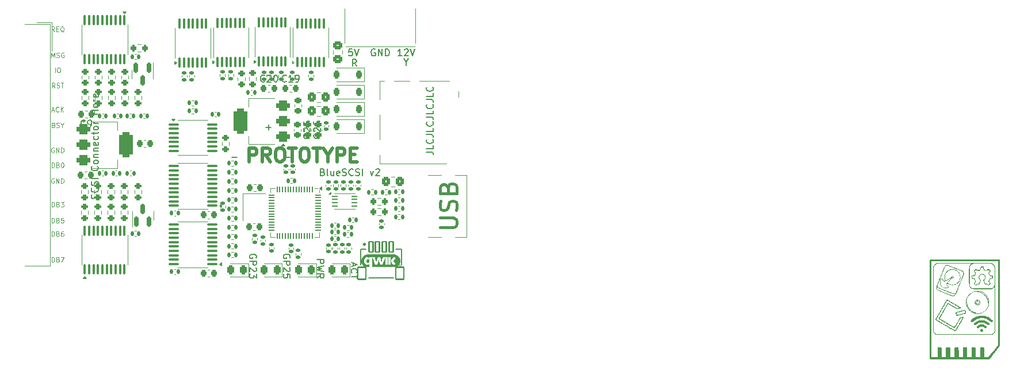
<source format=gbr>
%TF.GenerationSoftware,KiCad,Pcbnew,8.0.2*%
%TF.CreationDate,2024-12-01T19:44:38-06:00*%
%TF.ProjectId,Desktop_50_Pin_TopConn,4465736b-746f-4705-9f35-305f50696e5f,rev?*%
%TF.SameCoordinates,Original*%
%TF.FileFunction,Legend,Top*%
%TF.FilePolarity,Positive*%
%FSLAX46Y46*%
G04 Gerber Fmt 4.6, Leading zero omitted, Abs format (unit mm)*
G04 Created by KiCad (PCBNEW 8.0.2) date 2024-12-01 19:44:38*
%MOMM*%
%LPD*%
G01*
G04 APERTURE LIST*
G04 Aperture macros list*
%AMRoundRect*
0 Rectangle with rounded corners*
0 $1 Rounding radius*
0 $2 $3 $4 $5 $6 $7 $8 $9 X,Y pos of 4 corners*
0 Add a 4 corners polygon primitive as box body*
4,1,4,$2,$3,$4,$5,$6,$7,$8,$9,$2,$3,0*
0 Add four circle primitives for the rounded corners*
1,1,$1+$1,$2,$3*
1,1,$1+$1,$4,$5*
1,1,$1+$1,$6,$7*
1,1,$1+$1,$8,$9*
0 Add four rect primitives between the rounded corners*
20,1,$1+$1,$2,$3,$4,$5,0*
20,1,$1+$1,$4,$5,$6,$7,0*
20,1,$1+$1,$6,$7,$8,$9,0*
20,1,$1+$1,$8,$9,$2,$3,0*%
G04 Aperture macros list end*
%ADD10C,0.150000*%
%ADD11C,0.100000*%
%ADD12C,0.500000*%
%ADD13C,0.400000*%
%ADD14C,0.120000*%
%ADD15C,0.000000*%
%ADD16C,0.127000*%
%ADD17C,0.300000*%
%ADD18RoundRect,0.225000X-0.250000X0.225000X-0.250000X-0.225000X0.250000X-0.225000X0.250000X0.225000X0*%
%ADD19RoundRect,0.225000X-0.225000X-0.250000X0.225000X-0.250000X0.225000X0.250000X-0.225000X0.250000X0*%
%ADD20RoundRect,0.225000X0.225000X0.250000X-0.225000X0.250000X-0.225000X-0.250000X0.225000X-0.250000X0*%
%ADD21R,3.480000X1.846667*%
%ADD22RoundRect,0.140000X-0.140000X-0.170000X0.140000X-0.170000X0.140000X0.170000X-0.140000X0.170000X0*%
%ADD23RoundRect,0.100000X0.100000X-0.637500X0.100000X0.637500X-0.100000X0.637500X-0.100000X-0.637500X0*%
%ADD24RoundRect,0.140000X-0.170000X0.140000X-0.170000X-0.140000X0.170000X-0.140000X0.170000X0.140000X0*%
%ADD25RoundRect,0.140000X0.140000X0.170000X-0.140000X0.170000X-0.140000X-0.170000X0.140000X-0.170000X0*%
%ADD26R,1.100000X0.850000*%
%ADD27R,1.100000X0.750000*%
%ADD28R,1.000000X1.200000*%
%ADD29R,1.350000X1.550000*%
%ADD30R,1.350000X1.900000*%
%ADD31R,1.800000X1.170000*%
%ADD32RoundRect,0.243750X0.243750X0.456250X-0.243750X0.456250X-0.243750X-0.456250X0.243750X-0.456250X0*%
%ADD33C,2.200000*%
%ADD34RoundRect,0.135000X0.135000X0.185000X-0.135000X0.185000X-0.135000X-0.185000X0.135000X-0.185000X0*%
%ADD35RoundRect,0.200000X0.200000X0.275000X-0.200000X0.275000X-0.200000X-0.275000X0.200000X-0.275000X0*%
%ADD36RoundRect,0.200000X-0.275000X0.200000X-0.275000X-0.200000X0.275000X-0.200000X0.275000X0.200000X0*%
%ADD37RoundRect,0.150000X0.150000X-0.587500X0.150000X0.587500X-0.150000X0.587500X-0.150000X-0.587500X0*%
%ADD38RoundRect,0.200000X0.275000X-0.200000X0.275000X0.200000X-0.275000X0.200000X-0.275000X-0.200000X0*%
%ADD39RoundRect,0.135000X0.185000X-0.135000X0.185000X0.135000X-0.185000X0.135000X-0.185000X-0.135000X0*%
%ADD40RoundRect,0.135000X-0.135000X-0.185000X0.135000X-0.185000X0.135000X0.185000X-0.135000X0.185000X0*%
%ADD41C,0.650000*%
%ADD42R,1.240000X0.600000*%
%ADD43R,1.240000X0.300000*%
%ADD44O,2.100000X1.000000*%
%ADD45O,1.800000X1.000000*%
%ADD46RoundRect,0.100000X-0.637500X-0.100000X0.637500X-0.100000X0.637500X0.100000X-0.637500X0.100000X0*%
%ADD47RoundRect,0.100000X0.637500X0.100000X-0.637500X0.100000X-0.637500X-0.100000X0.637500X-0.100000X0*%
%ADD48RoundRect,0.050000X-0.050000X0.387500X-0.050000X-0.387500X0.050000X-0.387500X0.050000X0.387500X0*%
%ADD49RoundRect,0.050000X-0.387500X0.050000X-0.387500X-0.050000X0.387500X-0.050000X0.387500X0.050000X0*%
%ADD50R,3.200000X3.200000*%
%ADD51RoundRect,0.100000X-0.100000X0.637500X-0.100000X-0.637500X0.100000X-0.637500X0.100000X0.637500X0*%
%ADD52RoundRect,0.135000X-0.185000X0.135000X-0.185000X-0.135000X0.185000X-0.135000X0.185000X0.135000X0*%
%ADD53RoundRect,0.250000X-0.325000X-0.450000X0.325000X-0.450000X0.325000X0.450000X-0.325000X0.450000X0*%
%ADD54RoundRect,0.150000X-0.150000X0.587500X-0.150000X-0.587500X0.150000X-0.587500X0.150000X0.587500X0*%
%ADD55RoundRect,0.102000X-0.300000X-0.775000X0.300000X-0.775000X0.300000X0.775000X-0.300000X0.775000X0*%
%ADD56RoundRect,0.102000X0.600000X0.900000X-0.600000X0.900000X-0.600000X-0.900000X0.600000X-0.900000X0*%
%ADD57RoundRect,0.225000X0.250000X-0.225000X0.250000X0.225000X-0.250000X0.225000X-0.250000X-0.225000X0*%
%ADD58RoundRect,0.225000X0.225000X0.375000X-0.225000X0.375000X-0.225000X-0.375000X0.225000X-0.375000X0*%
%ADD59RoundRect,0.140000X0.170000X-0.140000X0.170000X0.140000X-0.170000X0.140000X-0.170000X-0.140000X0*%
%ADD60RoundRect,0.375000X-0.625000X-0.375000X0.625000X-0.375000X0.625000X0.375000X-0.625000X0.375000X0*%
%ADD61RoundRect,0.500000X-0.500000X-1.400000X0.500000X-1.400000X0.500000X1.400000X-0.500000X1.400000X0*%
%ADD62RoundRect,0.062500X-0.387500X-0.062500X0.387500X-0.062500X0.387500X0.062500X-0.387500X0.062500X0*%
%ADD63R,0.200000X1.600000*%
%ADD64C,1.700000*%
%ADD65C,1.524000*%
%ADD66RoundRect,0.200000X-0.200000X-0.275000X0.200000X-0.275000X0.200000X0.275000X-0.200000X0.275000X0*%
%ADD67RoundRect,0.250000X0.325000X0.450000X-0.325000X0.450000X-0.325000X-0.450000X0.325000X-0.450000X0*%
%ADD68RoundRect,0.375000X0.625000X0.375000X-0.625000X0.375000X-0.625000X-0.375000X0.625000X-0.375000X0*%
%ADD69RoundRect,0.500000X0.500000X1.400000X-0.500000X1.400000X-0.500000X-1.400000X0.500000X-1.400000X0*%
%ADD70R,1.200000X1.400000*%
%ADD71RoundRect,0.250000X0.450000X-0.325000X0.450000X0.325000X-0.450000X0.325000X-0.450000X-0.325000X0*%
G04 APERTURE END LIST*
D10*
X43261549Y-16919689D02*
X44261549Y-16919689D01*
X44261549Y-16919689D02*
X44261549Y-17300641D01*
X44261549Y-17300641D02*
X44213930Y-17395879D01*
X44213930Y-17395879D02*
X44166311Y-17443498D01*
X44166311Y-17443498D02*
X44071073Y-17491117D01*
X44071073Y-17491117D02*
X43928216Y-17491117D01*
X43928216Y-17491117D02*
X43832978Y-17443498D01*
X43832978Y-17443498D02*
X43785359Y-17395879D01*
X43785359Y-17395879D02*
X43737740Y-17300641D01*
X43737740Y-17300641D02*
X43737740Y-16919689D01*
X44261549Y-17824451D02*
X43261549Y-18062546D01*
X43261549Y-18062546D02*
X43975835Y-18253022D01*
X43975835Y-18253022D02*
X43261549Y-18443498D01*
X43261549Y-18443498D02*
X44261549Y-18681594D01*
X43261549Y-19633974D02*
X43737740Y-19300641D01*
X43261549Y-19062546D02*
X44261549Y-19062546D01*
X44261549Y-19062546D02*
X44261549Y-19443498D01*
X44261549Y-19443498D02*
X44213930Y-19538736D01*
X44213930Y-19538736D02*
X44166311Y-19586355D01*
X44166311Y-19586355D02*
X44071073Y-19633974D01*
X44071073Y-19633974D02*
X43928216Y-19633974D01*
X43928216Y-19633974D02*
X43832978Y-19586355D01*
X43832978Y-19586355D02*
X43785359Y-19538736D01*
X43785359Y-19538736D02*
X43737740Y-19443498D01*
X43737740Y-19443498D02*
X43737740Y-19062546D01*
X44099098Y-4014364D02*
X44241955Y-4061983D01*
X44241955Y-4061983D02*
X44289574Y-4109602D01*
X44289574Y-4109602D02*
X44337193Y-4204840D01*
X44337193Y-4204840D02*
X44337193Y-4347697D01*
X44337193Y-4347697D02*
X44289574Y-4442935D01*
X44289574Y-4442935D02*
X44241955Y-4490555D01*
X44241955Y-4490555D02*
X44146717Y-4538174D01*
X44146717Y-4538174D02*
X43765765Y-4538174D01*
X43765765Y-4538174D02*
X43765765Y-3538174D01*
X43765765Y-3538174D02*
X44099098Y-3538174D01*
X44099098Y-3538174D02*
X44194336Y-3585793D01*
X44194336Y-3585793D02*
X44241955Y-3633412D01*
X44241955Y-3633412D02*
X44289574Y-3728650D01*
X44289574Y-3728650D02*
X44289574Y-3823888D01*
X44289574Y-3823888D02*
X44241955Y-3919126D01*
X44241955Y-3919126D02*
X44194336Y-3966745D01*
X44194336Y-3966745D02*
X44099098Y-4014364D01*
X44099098Y-4014364D02*
X43765765Y-4014364D01*
X44908622Y-4538174D02*
X44813384Y-4490555D01*
X44813384Y-4490555D02*
X44765765Y-4395316D01*
X44765765Y-4395316D02*
X44765765Y-3538174D01*
X45718146Y-3871507D02*
X45718146Y-4538174D01*
X45289575Y-3871507D02*
X45289575Y-4395316D01*
X45289575Y-4395316D02*
X45337194Y-4490555D01*
X45337194Y-4490555D02*
X45432432Y-4538174D01*
X45432432Y-4538174D02*
X45575289Y-4538174D01*
X45575289Y-4538174D02*
X45670527Y-4490555D01*
X45670527Y-4490555D02*
X45718146Y-4442935D01*
X46575289Y-4490555D02*
X46480051Y-4538174D01*
X46480051Y-4538174D02*
X46289575Y-4538174D01*
X46289575Y-4538174D02*
X46194337Y-4490555D01*
X46194337Y-4490555D02*
X46146718Y-4395316D01*
X46146718Y-4395316D02*
X46146718Y-4014364D01*
X46146718Y-4014364D02*
X46194337Y-3919126D01*
X46194337Y-3919126D02*
X46289575Y-3871507D01*
X46289575Y-3871507D02*
X46480051Y-3871507D01*
X46480051Y-3871507D02*
X46575289Y-3919126D01*
X46575289Y-3919126D02*
X46622908Y-4014364D01*
X46622908Y-4014364D02*
X46622908Y-4109602D01*
X46622908Y-4109602D02*
X46146718Y-4204840D01*
X47003861Y-4490555D02*
X47146718Y-4538174D01*
X47146718Y-4538174D02*
X47384813Y-4538174D01*
X47384813Y-4538174D02*
X47480051Y-4490555D01*
X47480051Y-4490555D02*
X47527670Y-4442935D01*
X47527670Y-4442935D02*
X47575289Y-4347697D01*
X47575289Y-4347697D02*
X47575289Y-4252459D01*
X47575289Y-4252459D02*
X47527670Y-4157221D01*
X47527670Y-4157221D02*
X47480051Y-4109602D01*
X47480051Y-4109602D02*
X47384813Y-4061983D01*
X47384813Y-4061983D02*
X47194337Y-4014364D01*
X47194337Y-4014364D02*
X47099099Y-3966745D01*
X47099099Y-3966745D02*
X47051480Y-3919126D01*
X47051480Y-3919126D02*
X47003861Y-3823888D01*
X47003861Y-3823888D02*
X47003861Y-3728650D01*
X47003861Y-3728650D02*
X47051480Y-3633412D01*
X47051480Y-3633412D02*
X47099099Y-3585793D01*
X47099099Y-3585793D02*
X47194337Y-3538174D01*
X47194337Y-3538174D02*
X47432432Y-3538174D01*
X47432432Y-3538174D02*
X47575289Y-3585793D01*
X48575289Y-4442935D02*
X48527670Y-4490555D01*
X48527670Y-4490555D02*
X48384813Y-4538174D01*
X48384813Y-4538174D02*
X48289575Y-4538174D01*
X48289575Y-4538174D02*
X48146718Y-4490555D01*
X48146718Y-4490555D02*
X48051480Y-4395316D01*
X48051480Y-4395316D02*
X48003861Y-4300078D01*
X48003861Y-4300078D02*
X47956242Y-4109602D01*
X47956242Y-4109602D02*
X47956242Y-3966745D01*
X47956242Y-3966745D02*
X48003861Y-3776269D01*
X48003861Y-3776269D02*
X48051480Y-3681031D01*
X48051480Y-3681031D02*
X48146718Y-3585793D01*
X48146718Y-3585793D02*
X48289575Y-3538174D01*
X48289575Y-3538174D02*
X48384813Y-3538174D01*
X48384813Y-3538174D02*
X48527670Y-3585793D01*
X48527670Y-3585793D02*
X48575289Y-3633412D01*
X48956242Y-4490555D02*
X49099099Y-4538174D01*
X49099099Y-4538174D02*
X49337194Y-4538174D01*
X49337194Y-4538174D02*
X49432432Y-4490555D01*
X49432432Y-4490555D02*
X49480051Y-4442935D01*
X49480051Y-4442935D02*
X49527670Y-4347697D01*
X49527670Y-4347697D02*
X49527670Y-4252459D01*
X49527670Y-4252459D02*
X49480051Y-4157221D01*
X49480051Y-4157221D02*
X49432432Y-4109602D01*
X49432432Y-4109602D02*
X49337194Y-4061983D01*
X49337194Y-4061983D02*
X49146718Y-4014364D01*
X49146718Y-4014364D02*
X49051480Y-3966745D01*
X49051480Y-3966745D02*
X49003861Y-3919126D01*
X49003861Y-3919126D02*
X48956242Y-3823888D01*
X48956242Y-3823888D02*
X48956242Y-3728650D01*
X48956242Y-3728650D02*
X49003861Y-3633412D01*
X49003861Y-3633412D02*
X49051480Y-3585793D01*
X49051480Y-3585793D02*
X49146718Y-3538174D01*
X49146718Y-3538174D02*
X49384813Y-3538174D01*
X49384813Y-3538174D02*
X49527670Y-3585793D01*
X49956242Y-4538174D02*
X49956242Y-3538174D01*
X51099099Y-3871507D02*
X51337194Y-4538174D01*
X51337194Y-4538174D02*
X51575289Y-3871507D01*
X51908623Y-3633412D02*
X51956242Y-3585793D01*
X51956242Y-3585793D02*
X52051480Y-3538174D01*
X52051480Y-3538174D02*
X52289575Y-3538174D01*
X52289575Y-3538174D02*
X52384813Y-3585793D01*
X52384813Y-3585793D02*
X52432432Y-3633412D01*
X52432432Y-3633412D02*
X52480051Y-3728650D01*
X52480051Y-3728650D02*
X52480051Y-3823888D01*
X52480051Y-3823888D02*
X52432432Y-3966745D01*
X52432432Y-3966745D02*
X51861004Y-4538174D01*
X51861004Y-4538174D02*
X52480051Y-4538174D01*
X36126133Y2980952D02*
X36126133Y2219047D01*
X35745180Y2600000D02*
X36507085Y2600000D01*
D11*
X4211182Y-17259076D02*
X4211182Y-16559076D01*
X4211182Y-16559076D02*
X4377849Y-16559076D01*
X4377849Y-16559076D02*
X4477849Y-16592409D01*
X4477849Y-16592409D02*
X4544516Y-16659076D01*
X4544516Y-16659076D02*
X4577849Y-16725743D01*
X4577849Y-16725743D02*
X4611182Y-16859076D01*
X4611182Y-16859076D02*
X4611182Y-16959076D01*
X4611182Y-16959076D02*
X4577849Y-17092409D01*
X4577849Y-17092409D02*
X4544516Y-17159076D01*
X4544516Y-17159076D02*
X4477849Y-17225743D01*
X4477849Y-17225743D02*
X4377849Y-17259076D01*
X4377849Y-17259076D02*
X4211182Y-17259076D01*
X5144516Y-16892409D02*
X5244516Y-16925743D01*
X5244516Y-16925743D02*
X5277849Y-16959076D01*
X5277849Y-16959076D02*
X5311182Y-17025743D01*
X5311182Y-17025743D02*
X5311182Y-17125743D01*
X5311182Y-17125743D02*
X5277849Y-17192409D01*
X5277849Y-17192409D02*
X5244516Y-17225743D01*
X5244516Y-17225743D02*
X5177849Y-17259076D01*
X5177849Y-17259076D02*
X4911182Y-17259076D01*
X4911182Y-17259076D02*
X4911182Y-16559076D01*
X4911182Y-16559076D02*
X5144516Y-16559076D01*
X5144516Y-16559076D02*
X5211182Y-16592409D01*
X5211182Y-16592409D02*
X5244516Y-16625743D01*
X5244516Y-16625743D02*
X5277849Y-16692409D01*
X5277849Y-16692409D02*
X5277849Y-16759076D01*
X5277849Y-16759076D02*
X5244516Y-16825743D01*
X5244516Y-16825743D02*
X5211182Y-16859076D01*
X5211182Y-16859076D02*
X5144516Y-16892409D01*
X5144516Y-16892409D02*
X4911182Y-16892409D01*
X5544516Y-16559076D02*
X6011182Y-16559076D01*
X6011182Y-16559076D02*
X5711182Y-17259076D01*
D10*
X39266176Y-16681593D02*
X39313795Y-16586355D01*
X39313795Y-16586355D02*
X39313795Y-16443498D01*
X39313795Y-16443498D02*
X39266176Y-16300641D01*
X39266176Y-16300641D02*
X39170938Y-16205403D01*
X39170938Y-16205403D02*
X39075700Y-16157784D01*
X39075700Y-16157784D02*
X38885224Y-16110165D01*
X38885224Y-16110165D02*
X38742367Y-16110165D01*
X38742367Y-16110165D02*
X38551891Y-16157784D01*
X38551891Y-16157784D02*
X38456653Y-16205403D01*
X38456653Y-16205403D02*
X38361415Y-16300641D01*
X38361415Y-16300641D02*
X38313795Y-16443498D01*
X38313795Y-16443498D02*
X38313795Y-16538736D01*
X38313795Y-16538736D02*
X38361415Y-16681593D01*
X38361415Y-16681593D02*
X38409034Y-16729212D01*
X38409034Y-16729212D02*
X38742367Y-16729212D01*
X38742367Y-16729212D02*
X38742367Y-16538736D01*
X38313795Y-17157784D02*
X39313795Y-17157784D01*
X39313795Y-17157784D02*
X39313795Y-17538736D01*
X39313795Y-17538736D02*
X39266176Y-17633974D01*
X39266176Y-17633974D02*
X39218557Y-17681593D01*
X39218557Y-17681593D02*
X39123319Y-17729212D01*
X39123319Y-17729212D02*
X38980462Y-17729212D01*
X38980462Y-17729212D02*
X38885224Y-17681593D01*
X38885224Y-17681593D02*
X38837605Y-17633974D01*
X38837605Y-17633974D02*
X38789986Y-17538736D01*
X38789986Y-17538736D02*
X38789986Y-17157784D01*
X39218557Y-18110165D02*
X39266176Y-18157784D01*
X39266176Y-18157784D02*
X39313795Y-18253022D01*
X39313795Y-18253022D02*
X39313795Y-18491117D01*
X39313795Y-18491117D02*
X39266176Y-18586355D01*
X39266176Y-18586355D02*
X39218557Y-18633974D01*
X39218557Y-18633974D02*
X39123319Y-18681593D01*
X39123319Y-18681593D02*
X39028081Y-18681593D01*
X39028081Y-18681593D02*
X38885224Y-18633974D01*
X38885224Y-18633974D02*
X38313795Y-18062546D01*
X38313795Y-18062546D02*
X38313795Y-18681593D01*
X39313795Y-19586355D02*
X39313795Y-19110165D01*
X39313795Y-19110165D02*
X38837605Y-19062546D01*
X38837605Y-19062546D02*
X38885224Y-19110165D01*
X38885224Y-19110165D02*
X38932843Y-19205403D01*
X38932843Y-19205403D02*
X38932843Y-19443498D01*
X38932843Y-19443498D02*
X38885224Y-19538736D01*
X38885224Y-19538736D02*
X38837605Y-19586355D01*
X38837605Y-19586355D02*
X38742367Y-19633974D01*
X38742367Y-19633974D02*
X38504272Y-19633974D01*
X38504272Y-19633974D02*
X38409034Y-19586355D01*
X38409034Y-19586355D02*
X38361415Y-19538736D01*
X38361415Y-19538736D02*
X38313795Y-19443498D01*
X38313795Y-19443498D02*
X38313795Y-19205403D01*
X38313795Y-19205403D02*
X38361415Y-19110165D01*
X38361415Y-19110165D02*
X38409034Y-19062546D01*
X48554903Y-17395879D02*
X48554903Y-17872069D01*
X48312046Y-17300641D02*
X49162046Y-17633974D01*
X49162046Y-17633974D02*
X48312046Y-17967307D01*
X48392999Y-18872069D02*
X48352523Y-18824450D01*
X48352523Y-18824450D02*
X48312046Y-18681593D01*
X48312046Y-18681593D02*
X48312046Y-18586355D01*
X48312046Y-18586355D02*
X48352523Y-18443498D01*
X48352523Y-18443498D02*
X48433475Y-18348260D01*
X48433475Y-18348260D02*
X48514427Y-18300641D01*
X48514427Y-18300641D02*
X48676332Y-18253022D01*
X48676332Y-18253022D02*
X48797761Y-18253022D01*
X48797761Y-18253022D02*
X48959665Y-18300641D01*
X48959665Y-18300641D02*
X49040618Y-18348260D01*
X49040618Y-18348260D02*
X49121570Y-18443498D01*
X49121570Y-18443498D02*
X49162046Y-18586355D01*
X49162046Y-18586355D02*
X49162046Y-18681593D01*
X49162046Y-18681593D02*
X49121570Y-18824450D01*
X49121570Y-18824450D02*
X49081094Y-18872069D01*
X49162046Y-19157784D02*
X49162046Y-19729212D01*
X48312046Y-19443498D02*
X49162046Y-19443498D01*
X59379277Y-1043363D02*
X60093562Y-1043363D01*
X60093562Y-1043363D02*
X60236419Y-1090982D01*
X60236419Y-1090982D02*
X60331658Y-1186220D01*
X60331658Y-1186220D02*
X60379277Y-1329077D01*
X60379277Y-1329077D02*
X60379277Y-1424315D01*
X60379277Y-90982D02*
X60379277Y-567172D01*
X60379277Y-567172D02*
X59379277Y-567172D01*
X60284038Y813780D02*
X60331658Y766161D01*
X60331658Y766161D02*
X60379277Y623304D01*
X60379277Y623304D02*
X60379277Y528066D01*
X60379277Y528066D02*
X60331658Y385209D01*
X60331658Y385209D02*
X60236419Y289971D01*
X60236419Y289971D02*
X60141181Y242352D01*
X60141181Y242352D02*
X59950705Y194733D01*
X59950705Y194733D02*
X59807848Y194733D01*
X59807848Y194733D02*
X59617372Y242352D01*
X59617372Y242352D02*
X59522134Y289971D01*
X59522134Y289971D02*
X59426896Y385209D01*
X59426896Y385209D02*
X59379277Y528066D01*
X59379277Y528066D02*
X59379277Y623304D01*
X59379277Y623304D02*
X59426896Y766161D01*
X59426896Y766161D02*
X59474515Y813780D01*
X59379277Y1528066D02*
X60093562Y1528066D01*
X60093562Y1528066D02*
X60236419Y1480447D01*
X60236419Y1480447D02*
X60331658Y1385209D01*
X60331658Y1385209D02*
X60379277Y1242352D01*
X60379277Y1242352D02*
X60379277Y1147114D01*
X60379277Y2480447D02*
X60379277Y2004257D01*
X60379277Y2004257D02*
X59379277Y2004257D01*
X60284038Y3385209D02*
X60331658Y3337590D01*
X60331658Y3337590D02*
X60379277Y3194733D01*
X60379277Y3194733D02*
X60379277Y3099495D01*
X60379277Y3099495D02*
X60331658Y2956638D01*
X60331658Y2956638D02*
X60236419Y2861400D01*
X60236419Y2861400D02*
X60141181Y2813781D01*
X60141181Y2813781D02*
X59950705Y2766162D01*
X59950705Y2766162D02*
X59807848Y2766162D01*
X59807848Y2766162D02*
X59617372Y2813781D01*
X59617372Y2813781D02*
X59522134Y2861400D01*
X59522134Y2861400D02*
X59426896Y2956638D01*
X59426896Y2956638D02*
X59379277Y3099495D01*
X59379277Y3099495D02*
X59379277Y3194733D01*
X59379277Y3194733D02*
X59426896Y3337590D01*
X59426896Y3337590D02*
X59474515Y3385209D01*
X59379277Y4099495D02*
X60093562Y4099495D01*
X60093562Y4099495D02*
X60236419Y4051876D01*
X60236419Y4051876D02*
X60331658Y3956638D01*
X60331658Y3956638D02*
X60379277Y3813781D01*
X60379277Y3813781D02*
X60379277Y3718543D01*
X60379277Y5051876D02*
X60379277Y4575686D01*
X60379277Y4575686D02*
X59379277Y4575686D01*
X60284038Y5956638D02*
X60331658Y5909019D01*
X60331658Y5909019D02*
X60379277Y5766162D01*
X60379277Y5766162D02*
X60379277Y5670924D01*
X60379277Y5670924D02*
X60331658Y5528067D01*
X60331658Y5528067D02*
X60236419Y5432829D01*
X60236419Y5432829D02*
X60141181Y5385210D01*
X60141181Y5385210D02*
X59950705Y5337591D01*
X59950705Y5337591D02*
X59807848Y5337591D01*
X59807848Y5337591D02*
X59617372Y5385210D01*
X59617372Y5385210D02*
X59522134Y5432829D01*
X59522134Y5432829D02*
X59426896Y5528067D01*
X59426896Y5528067D02*
X59379277Y5670924D01*
X59379277Y5670924D02*
X59379277Y5766162D01*
X59379277Y5766162D02*
X59426896Y5909019D01*
X59426896Y5909019D02*
X59474515Y5956638D01*
X59379277Y6670924D02*
X60093562Y6670924D01*
X60093562Y6670924D02*
X60236419Y6623305D01*
X60236419Y6623305D02*
X60331658Y6528067D01*
X60331658Y6528067D02*
X60379277Y6385210D01*
X60379277Y6385210D02*
X60379277Y6289972D01*
X60379277Y7623305D02*
X60379277Y7147115D01*
X60379277Y7147115D02*
X59379277Y7147115D01*
X60284038Y8528067D02*
X60331658Y8480448D01*
X60331658Y8480448D02*
X60379277Y8337591D01*
X60379277Y8337591D02*
X60379277Y8242353D01*
X60379277Y8242353D02*
X60331658Y8099496D01*
X60331658Y8099496D02*
X60236419Y8004258D01*
X60236419Y8004258D02*
X60141181Y7956639D01*
X60141181Y7956639D02*
X59950705Y7909020D01*
X59950705Y7909020D02*
X59807848Y7909020D01*
X59807848Y7909020D02*
X59617372Y7956639D01*
X59617372Y7956639D02*
X59522134Y8004258D01*
X59522134Y8004258D02*
X59426896Y8099496D01*
X59426896Y8099496D02*
X59379277Y8242353D01*
X59379277Y8242353D02*
X59379277Y8337591D01*
X59379277Y8337591D02*
X59426896Y8480448D01*
X59426896Y8480448D02*
X59474515Y8528067D01*
X38519048Y-1873866D02*
X39280953Y-1873866D01*
D11*
X4494516Y2928955D02*
X4594516Y2895621D01*
X4594516Y2895621D02*
X4627849Y2862288D01*
X4627849Y2862288D02*
X4661182Y2795621D01*
X4661182Y2795621D02*
X4661182Y2695621D01*
X4661182Y2695621D02*
X4627849Y2628955D01*
X4627849Y2628955D02*
X4594516Y2595621D01*
X4594516Y2595621D02*
X4527849Y2562288D01*
X4527849Y2562288D02*
X4261182Y2562288D01*
X4261182Y2562288D02*
X4261182Y3262288D01*
X4261182Y3262288D02*
X4494516Y3262288D01*
X4494516Y3262288D02*
X4561182Y3228955D01*
X4561182Y3228955D02*
X4594516Y3195621D01*
X4594516Y3195621D02*
X4627849Y3128955D01*
X4627849Y3128955D02*
X4627849Y3062288D01*
X4627849Y3062288D02*
X4594516Y2995621D01*
X4594516Y2995621D02*
X4561182Y2962288D01*
X4561182Y2962288D02*
X4494516Y2928955D01*
X4494516Y2928955D02*
X4261182Y2928955D01*
X4927849Y2595621D02*
X5027849Y2562288D01*
X5027849Y2562288D02*
X5194516Y2562288D01*
X5194516Y2562288D02*
X5261182Y2595621D01*
X5261182Y2595621D02*
X5294516Y2628955D01*
X5294516Y2628955D02*
X5327849Y2695621D01*
X5327849Y2695621D02*
X5327849Y2762288D01*
X5327849Y2762288D02*
X5294516Y2828955D01*
X5294516Y2828955D02*
X5261182Y2862288D01*
X5261182Y2862288D02*
X5194516Y2895621D01*
X5194516Y2895621D02*
X5061182Y2928955D01*
X5061182Y2928955D02*
X4994516Y2962288D01*
X4994516Y2962288D02*
X4961182Y2995621D01*
X4961182Y2995621D02*
X4927849Y3062288D01*
X4927849Y3062288D02*
X4927849Y3128955D01*
X4927849Y3128955D02*
X4961182Y3195621D01*
X4961182Y3195621D02*
X4994516Y3228955D01*
X4994516Y3228955D02*
X5061182Y3262288D01*
X5061182Y3262288D02*
X5227849Y3262288D01*
X5227849Y3262288D02*
X5327849Y3228955D01*
X5761183Y2895621D02*
X5761183Y2562288D01*
X5527849Y3262288D02*
X5761183Y2895621D01*
X5761183Y2895621D02*
X5994516Y3262288D01*
D10*
X34297633Y-16681593D02*
X34345252Y-16586355D01*
X34345252Y-16586355D02*
X34345252Y-16443498D01*
X34345252Y-16443498D02*
X34297633Y-16300641D01*
X34297633Y-16300641D02*
X34202395Y-16205403D01*
X34202395Y-16205403D02*
X34107157Y-16157784D01*
X34107157Y-16157784D02*
X33916681Y-16110165D01*
X33916681Y-16110165D02*
X33773824Y-16110165D01*
X33773824Y-16110165D02*
X33583348Y-16157784D01*
X33583348Y-16157784D02*
X33488110Y-16205403D01*
X33488110Y-16205403D02*
X33392872Y-16300641D01*
X33392872Y-16300641D02*
X33345252Y-16443498D01*
X33345252Y-16443498D02*
X33345252Y-16538736D01*
X33345252Y-16538736D02*
X33392872Y-16681593D01*
X33392872Y-16681593D02*
X33440491Y-16729212D01*
X33440491Y-16729212D02*
X33773824Y-16729212D01*
X33773824Y-16729212D02*
X33773824Y-16538736D01*
X33345252Y-17157784D02*
X34345252Y-17157784D01*
X34345252Y-17157784D02*
X34345252Y-17538736D01*
X34345252Y-17538736D02*
X34297633Y-17633974D01*
X34297633Y-17633974D02*
X34250014Y-17681593D01*
X34250014Y-17681593D02*
X34154776Y-17729212D01*
X34154776Y-17729212D02*
X34011919Y-17729212D01*
X34011919Y-17729212D02*
X33916681Y-17681593D01*
X33916681Y-17681593D02*
X33869062Y-17633974D01*
X33869062Y-17633974D02*
X33821443Y-17538736D01*
X33821443Y-17538736D02*
X33821443Y-17157784D01*
X34250014Y-18110165D02*
X34297633Y-18157784D01*
X34297633Y-18157784D02*
X34345252Y-18253022D01*
X34345252Y-18253022D02*
X34345252Y-18491117D01*
X34345252Y-18491117D02*
X34297633Y-18586355D01*
X34297633Y-18586355D02*
X34250014Y-18633974D01*
X34250014Y-18633974D02*
X34154776Y-18681593D01*
X34154776Y-18681593D02*
X34059538Y-18681593D01*
X34059538Y-18681593D02*
X33916681Y-18633974D01*
X33916681Y-18633974D02*
X33345252Y-18062546D01*
X33345252Y-18062546D02*
X33345252Y-18681593D01*
X34345252Y-19014927D02*
X34345252Y-19633974D01*
X34345252Y-19633974D02*
X33964300Y-19300641D01*
X33964300Y-19300641D02*
X33964300Y-19443498D01*
X33964300Y-19443498D02*
X33916681Y-19538736D01*
X33916681Y-19538736D02*
X33869062Y-19586355D01*
X33869062Y-19586355D02*
X33773824Y-19633974D01*
X33773824Y-19633974D02*
X33535729Y-19633974D01*
X33535729Y-19633974D02*
X33440491Y-19586355D01*
X33440491Y-19586355D02*
X33392872Y-19538736D01*
X33392872Y-19538736D02*
X33345252Y-19443498D01*
X33345252Y-19443498D02*
X33345252Y-19157784D01*
X33345252Y-19157784D02*
X33392872Y-19062546D01*
X33392872Y-19062546D02*
X33440491Y-19014927D01*
D11*
X4211182Y-9147797D02*
X4211182Y-8447797D01*
X4211182Y-8447797D02*
X4377849Y-8447797D01*
X4377849Y-8447797D02*
X4477849Y-8481130D01*
X4477849Y-8481130D02*
X4544516Y-8547797D01*
X4544516Y-8547797D02*
X4577849Y-8614464D01*
X4577849Y-8614464D02*
X4611182Y-8747797D01*
X4611182Y-8747797D02*
X4611182Y-8847797D01*
X4611182Y-8847797D02*
X4577849Y-8981130D01*
X4577849Y-8981130D02*
X4544516Y-9047797D01*
X4544516Y-9047797D02*
X4477849Y-9114464D01*
X4477849Y-9114464D02*
X4377849Y-9147797D01*
X4377849Y-9147797D02*
X4211182Y-9147797D01*
X5144516Y-8781130D02*
X5244516Y-8814464D01*
X5244516Y-8814464D02*
X5277849Y-8847797D01*
X5277849Y-8847797D02*
X5311182Y-8914464D01*
X5311182Y-8914464D02*
X5311182Y-9014464D01*
X5311182Y-9014464D02*
X5277849Y-9081130D01*
X5277849Y-9081130D02*
X5244516Y-9114464D01*
X5244516Y-9114464D02*
X5177849Y-9147797D01*
X5177849Y-9147797D02*
X4911182Y-9147797D01*
X4911182Y-9147797D02*
X4911182Y-8447797D01*
X4911182Y-8447797D02*
X5144516Y-8447797D01*
X5144516Y-8447797D02*
X5211182Y-8481130D01*
X5211182Y-8481130D02*
X5244516Y-8514464D01*
X5244516Y-8514464D02*
X5277849Y-8581130D01*
X5277849Y-8581130D02*
X5277849Y-8647797D01*
X5277849Y-8647797D02*
X5244516Y-8714464D01*
X5244516Y-8714464D02*
X5211182Y-8747797D01*
X5211182Y-8747797D02*
X5144516Y-8781130D01*
X5144516Y-8781130D02*
X4911182Y-8781130D01*
X5544516Y-8447797D02*
X5977849Y-8447797D01*
X5977849Y-8447797D02*
X5744516Y-8714464D01*
X5744516Y-8714464D02*
X5844516Y-8714464D01*
X5844516Y-8714464D02*
X5911182Y-8747797D01*
X5911182Y-8747797D02*
X5944516Y-8781130D01*
X5944516Y-8781130D02*
X5977849Y-8847797D01*
X5977849Y-8847797D02*
X5977849Y-9014464D01*
X5977849Y-9014464D02*
X5944516Y-9081130D01*
X5944516Y-9081130D02*
X5911182Y-9114464D01*
X5911182Y-9114464D02*
X5844516Y-9147797D01*
X5844516Y-9147797D02*
X5644516Y-9147797D01*
X5644516Y-9147797D02*
X5577849Y-9114464D01*
X5577849Y-9114464D02*
X5544516Y-9081130D01*
X4211182Y-13473508D02*
X4211182Y-12773508D01*
X4211182Y-12773508D02*
X4377849Y-12773508D01*
X4377849Y-12773508D02*
X4477849Y-12806841D01*
X4477849Y-12806841D02*
X4544516Y-12873508D01*
X4544516Y-12873508D02*
X4577849Y-12940175D01*
X4577849Y-12940175D02*
X4611182Y-13073508D01*
X4611182Y-13073508D02*
X4611182Y-13173508D01*
X4611182Y-13173508D02*
X4577849Y-13306841D01*
X4577849Y-13306841D02*
X4544516Y-13373508D01*
X4544516Y-13373508D02*
X4477849Y-13440175D01*
X4477849Y-13440175D02*
X4377849Y-13473508D01*
X4377849Y-13473508D02*
X4211182Y-13473508D01*
X5144516Y-13106841D02*
X5244516Y-13140175D01*
X5244516Y-13140175D02*
X5277849Y-13173508D01*
X5277849Y-13173508D02*
X5311182Y-13240175D01*
X5311182Y-13240175D02*
X5311182Y-13340175D01*
X5311182Y-13340175D02*
X5277849Y-13406841D01*
X5277849Y-13406841D02*
X5244516Y-13440175D01*
X5244516Y-13440175D02*
X5177849Y-13473508D01*
X5177849Y-13473508D02*
X4911182Y-13473508D01*
X4911182Y-13473508D02*
X4911182Y-12773508D01*
X4911182Y-12773508D02*
X5144516Y-12773508D01*
X5144516Y-12773508D02*
X5211182Y-12806841D01*
X5211182Y-12806841D02*
X5244516Y-12840175D01*
X5244516Y-12840175D02*
X5277849Y-12906841D01*
X5277849Y-12906841D02*
X5277849Y-12973508D01*
X5277849Y-12973508D02*
X5244516Y-13040175D01*
X5244516Y-13040175D02*
X5211182Y-13073508D01*
X5211182Y-13073508D02*
X5144516Y-13106841D01*
X5144516Y-13106841D02*
X4911182Y-13106841D01*
X5911182Y-12773508D02*
X5777849Y-12773508D01*
X5777849Y-12773508D02*
X5711182Y-12806841D01*
X5711182Y-12806841D02*
X5677849Y-12840175D01*
X5677849Y-12840175D02*
X5611182Y-12940175D01*
X5611182Y-12940175D02*
X5577849Y-13073508D01*
X5577849Y-13073508D02*
X5577849Y-13340175D01*
X5577849Y-13340175D02*
X5611182Y-13406841D01*
X5611182Y-13406841D02*
X5644516Y-13440175D01*
X5644516Y-13440175D02*
X5711182Y-13473508D01*
X5711182Y-13473508D02*
X5844516Y-13473508D01*
X5844516Y-13473508D02*
X5911182Y-13440175D01*
X5911182Y-13440175D02*
X5944516Y-13406841D01*
X5944516Y-13406841D02*
X5977849Y-13340175D01*
X5977849Y-13340175D02*
X5977849Y-13173508D01*
X5977849Y-13173508D02*
X5944516Y-13106841D01*
X5944516Y-13106841D02*
X5911182Y-13073508D01*
X5911182Y-13073508D02*
X5844516Y-13040175D01*
X5844516Y-13040175D02*
X5711182Y-13040175D01*
X5711182Y-13040175D02*
X5644516Y-13073508D01*
X5644516Y-13073508D02*
X5611182Y-13106841D01*
X5611182Y-13106841D02*
X5577849Y-13173508D01*
D12*
X33252677Y-2484539D02*
X33252677Y-484539D01*
X33252677Y-484539D02*
X34014582Y-484539D01*
X34014582Y-484539D02*
X34205058Y-579777D01*
X34205058Y-579777D02*
X34300296Y-675015D01*
X34300296Y-675015D02*
X34395534Y-865491D01*
X34395534Y-865491D02*
X34395534Y-1151205D01*
X34395534Y-1151205D02*
X34300296Y-1341681D01*
X34300296Y-1341681D02*
X34205058Y-1436920D01*
X34205058Y-1436920D02*
X34014582Y-1532158D01*
X34014582Y-1532158D02*
X33252677Y-1532158D01*
X36395534Y-2484539D02*
X35728867Y-1532158D01*
X35252677Y-2484539D02*
X35252677Y-484539D01*
X35252677Y-484539D02*
X36014582Y-484539D01*
X36014582Y-484539D02*
X36205058Y-579777D01*
X36205058Y-579777D02*
X36300296Y-675015D01*
X36300296Y-675015D02*
X36395534Y-865491D01*
X36395534Y-865491D02*
X36395534Y-1151205D01*
X36395534Y-1151205D02*
X36300296Y-1341681D01*
X36300296Y-1341681D02*
X36205058Y-1436920D01*
X36205058Y-1436920D02*
X36014582Y-1532158D01*
X36014582Y-1532158D02*
X35252677Y-1532158D01*
X37633629Y-484539D02*
X38014582Y-484539D01*
X38014582Y-484539D02*
X38205058Y-579777D01*
X38205058Y-579777D02*
X38395534Y-770253D01*
X38395534Y-770253D02*
X38490772Y-1151205D01*
X38490772Y-1151205D02*
X38490772Y-1817872D01*
X38490772Y-1817872D02*
X38395534Y-2198824D01*
X38395534Y-2198824D02*
X38205058Y-2389301D01*
X38205058Y-2389301D02*
X38014582Y-2484539D01*
X38014582Y-2484539D02*
X37633629Y-2484539D01*
X37633629Y-2484539D02*
X37443153Y-2389301D01*
X37443153Y-2389301D02*
X37252677Y-2198824D01*
X37252677Y-2198824D02*
X37157439Y-1817872D01*
X37157439Y-1817872D02*
X37157439Y-1151205D01*
X37157439Y-1151205D02*
X37252677Y-770253D01*
X37252677Y-770253D02*
X37443153Y-579777D01*
X37443153Y-579777D02*
X37633629Y-484539D01*
X39062201Y-484539D02*
X40205058Y-484539D01*
X39633629Y-2484539D02*
X39633629Y-484539D01*
X41252677Y-484539D02*
X41633630Y-484539D01*
X41633630Y-484539D02*
X41824106Y-579777D01*
X41824106Y-579777D02*
X42014582Y-770253D01*
X42014582Y-770253D02*
X42109820Y-1151205D01*
X42109820Y-1151205D02*
X42109820Y-1817872D01*
X42109820Y-1817872D02*
X42014582Y-2198824D01*
X42014582Y-2198824D02*
X41824106Y-2389301D01*
X41824106Y-2389301D02*
X41633630Y-2484539D01*
X41633630Y-2484539D02*
X41252677Y-2484539D01*
X41252677Y-2484539D02*
X41062201Y-2389301D01*
X41062201Y-2389301D02*
X40871725Y-2198824D01*
X40871725Y-2198824D02*
X40776487Y-1817872D01*
X40776487Y-1817872D02*
X40776487Y-1151205D01*
X40776487Y-1151205D02*
X40871725Y-770253D01*
X40871725Y-770253D02*
X41062201Y-579777D01*
X41062201Y-579777D02*
X41252677Y-484539D01*
X42681249Y-484539D02*
X43824106Y-484539D01*
X43252677Y-2484539D02*
X43252677Y-484539D01*
X44871725Y-1532158D02*
X44871725Y-2484539D01*
X44205059Y-484539D02*
X44871725Y-1532158D01*
X44871725Y-1532158D02*
X45538392Y-484539D01*
X46205059Y-2484539D02*
X46205059Y-484539D01*
X46205059Y-484539D02*
X46966964Y-484539D01*
X46966964Y-484539D02*
X47157440Y-579777D01*
X47157440Y-579777D02*
X47252678Y-675015D01*
X47252678Y-675015D02*
X47347916Y-865491D01*
X47347916Y-865491D02*
X47347916Y-1151205D01*
X47347916Y-1151205D02*
X47252678Y-1341681D01*
X47252678Y-1341681D02*
X47157440Y-1436920D01*
X47157440Y-1436920D02*
X46966964Y-1532158D01*
X46966964Y-1532158D02*
X46205059Y-1532158D01*
X48205059Y-1436920D02*
X48871726Y-1436920D01*
X49157440Y-2484539D02*
X48205059Y-2484539D01*
X48205059Y-2484539D02*
X48205059Y-484539D01*
X48205059Y-484539D02*
X49157440Y-484539D01*
D11*
X4211182Y-3324704D02*
X4211182Y-2624704D01*
X4211182Y-2624704D02*
X4377849Y-2624704D01*
X4377849Y-2624704D02*
X4477849Y-2658037D01*
X4477849Y-2658037D02*
X4544516Y-2724704D01*
X4544516Y-2724704D02*
X4577849Y-2791371D01*
X4577849Y-2791371D02*
X4611182Y-2924704D01*
X4611182Y-2924704D02*
X4611182Y-3024704D01*
X4611182Y-3024704D02*
X4577849Y-3158037D01*
X4577849Y-3158037D02*
X4544516Y-3224704D01*
X4544516Y-3224704D02*
X4477849Y-3291371D01*
X4477849Y-3291371D02*
X4377849Y-3324704D01*
X4377849Y-3324704D02*
X4211182Y-3324704D01*
X5144516Y-2958037D02*
X5244516Y-2991371D01*
X5244516Y-2991371D02*
X5277849Y-3024704D01*
X5277849Y-3024704D02*
X5311182Y-3091371D01*
X5311182Y-3091371D02*
X5311182Y-3191371D01*
X5311182Y-3191371D02*
X5277849Y-3258037D01*
X5277849Y-3258037D02*
X5244516Y-3291371D01*
X5244516Y-3291371D02*
X5177849Y-3324704D01*
X5177849Y-3324704D02*
X4911182Y-3324704D01*
X4911182Y-3324704D02*
X4911182Y-2624704D01*
X4911182Y-2624704D02*
X5144516Y-2624704D01*
X5144516Y-2624704D02*
X5211182Y-2658037D01*
X5211182Y-2658037D02*
X5244516Y-2691371D01*
X5244516Y-2691371D02*
X5277849Y-2758037D01*
X5277849Y-2758037D02*
X5277849Y-2824704D01*
X5277849Y-2824704D02*
X5244516Y-2891371D01*
X5244516Y-2891371D02*
X5211182Y-2924704D01*
X5211182Y-2924704D02*
X5144516Y-2958037D01*
X5144516Y-2958037D02*
X4911182Y-2958037D01*
X5744516Y-2624704D02*
X5811182Y-2624704D01*
X5811182Y-2624704D02*
X5877849Y-2658037D01*
X5877849Y-2658037D02*
X5911182Y-2691371D01*
X5911182Y-2691371D02*
X5944516Y-2758037D01*
X5944516Y-2758037D02*
X5977849Y-2891371D01*
X5977849Y-2891371D02*
X5977849Y-3058037D01*
X5977849Y-3058037D02*
X5944516Y-3191371D01*
X5944516Y-3191371D02*
X5911182Y-3258037D01*
X5911182Y-3258037D02*
X5877849Y-3291371D01*
X5877849Y-3291371D02*
X5811182Y-3324704D01*
X5811182Y-3324704D02*
X5744516Y-3324704D01*
X5744516Y-3324704D02*
X5677849Y-3291371D01*
X5677849Y-3291371D02*
X5644516Y-3258037D01*
X5644516Y-3258037D02*
X5611182Y-3191371D01*
X5611182Y-3191371D02*
X5577849Y-3058037D01*
X5577849Y-3058037D02*
X5577849Y-2891371D01*
X5577849Y-2891371D02*
X5611182Y-2758037D01*
X5611182Y-2758037D02*
X5644516Y-2691371D01*
X5644516Y-2691371D02*
X5677849Y-2658037D01*
X5677849Y-2658037D02*
X5744516Y-2624704D01*
X4211182Y-11485129D02*
X4211182Y-10785129D01*
X4211182Y-10785129D02*
X4377849Y-10785129D01*
X4377849Y-10785129D02*
X4477849Y-10818462D01*
X4477849Y-10818462D02*
X4544516Y-10885129D01*
X4544516Y-10885129D02*
X4577849Y-10951796D01*
X4577849Y-10951796D02*
X4611182Y-11085129D01*
X4611182Y-11085129D02*
X4611182Y-11185129D01*
X4611182Y-11185129D02*
X4577849Y-11318462D01*
X4577849Y-11318462D02*
X4544516Y-11385129D01*
X4544516Y-11385129D02*
X4477849Y-11451796D01*
X4477849Y-11451796D02*
X4377849Y-11485129D01*
X4377849Y-11485129D02*
X4211182Y-11485129D01*
X5144516Y-11118462D02*
X5244516Y-11151796D01*
X5244516Y-11151796D02*
X5277849Y-11185129D01*
X5277849Y-11185129D02*
X5311182Y-11251796D01*
X5311182Y-11251796D02*
X5311182Y-11351796D01*
X5311182Y-11351796D02*
X5277849Y-11418462D01*
X5277849Y-11418462D02*
X5244516Y-11451796D01*
X5244516Y-11451796D02*
X5177849Y-11485129D01*
X5177849Y-11485129D02*
X4911182Y-11485129D01*
X4911182Y-11485129D02*
X4911182Y-10785129D01*
X4911182Y-10785129D02*
X5144516Y-10785129D01*
X5144516Y-10785129D02*
X5211182Y-10818462D01*
X5211182Y-10818462D02*
X5244516Y-10851796D01*
X5244516Y-10851796D02*
X5277849Y-10918462D01*
X5277849Y-10918462D02*
X5277849Y-10985129D01*
X5277849Y-10985129D02*
X5244516Y-11051796D01*
X5244516Y-11051796D02*
X5211182Y-11085129D01*
X5211182Y-11085129D02*
X5144516Y-11118462D01*
X5144516Y-11118462D02*
X4911182Y-11118462D01*
X5944516Y-10785129D02*
X5611182Y-10785129D01*
X5611182Y-10785129D02*
X5577849Y-11118462D01*
X5577849Y-11118462D02*
X5611182Y-11085129D01*
X5611182Y-11085129D02*
X5677849Y-11051796D01*
X5677849Y-11051796D02*
X5844516Y-11051796D01*
X5844516Y-11051796D02*
X5911182Y-11085129D01*
X5911182Y-11085129D02*
X5944516Y-11118462D01*
X5944516Y-11118462D02*
X5977849Y-11185129D01*
X5977849Y-11185129D02*
X5977849Y-11351796D01*
X5977849Y-11351796D02*
X5944516Y-11418462D01*
X5944516Y-11418462D02*
X5911182Y-11451796D01*
X5911182Y-11451796D02*
X5844516Y-11485129D01*
X5844516Y-11485129D02*
X5677849Y-11485129D01*
X5677849Y-11485129D02*
X5611182Y-11451796D01*
X5611182Y-11451796D02*
X5577849Y-11418462D01*
X4544516Y-4968678D02*
X4477849Y-4935345D01*
X4477849Y-4935345D02*
X4377849Y-4935345D01*
X4377849Y-4935345D02*
X4277849Y-4968678D01*
X4277849Y-4968678D02*
X4211183Y-5035345D01*
X4211183Y-5035345D02*
X4177849Y-5102012D01*
X4177849Y-5102012D02*
X4144516Y-5235345D01*
X4144516Y-5235345D02*
X4144516Y-5335345D01*
X4144516Y-5335345D02*
X4177849Y-5468678D01*
X4177849Y-5468678D02*
X4211183Y-5535345D01*
X4211183Y-5535345D02*
X4277849Y-5602012D01*
X4277849Y-5602012D02*
X4377849Y-5635345D01*
X4377849Y-5635345D02*
X4444516Y-5635345D01*
X4444516Y-5635345D02*
X4544516Y-5602012D01*
X4544516Y-5602012D02*
X4577849Y-5568678D01*
X4577849Y-5568678D02*
X4577849Y-5335345D01*
X4577849Y-5335345D02*
X4444516Y-5335345D01*
X4877849Y-5635345D02*
X4877849Y-4935345D01*
X4877849Y-4935345D02*
X5277849Y-5635345D01*
X5277849Y-5635345D02*
X5277849Y-4935345D01*
X5611182Y-5635345D02*
X5611182Y-4935345D01*
X5611182Y-4935345D02*
X5777849Y-4935345D01*
X5777849Y-4935345D02*
X5877849Y-4968678D01*
X5877849Y-4968678D02*
X5944516Y-5035345D01*
X5944516Y-5035345D02*
X5977849Y-5102012D01*
X5977849Y-5102012D02*
X6011182Y-5235345D01*
X6011182Y-5235345D02*
X6011182Y-5335345D01*
X6011182Y-5335345D02*
X5977849Y-5468678D01*
X5977849Y-5468678D02*
X5944516Y-5535345D01*
X5944516Y-5535345D02*
X5877849Y-5602012D01*
X5877849Y-5602012D02*
X5777849Y-5635345D01*
X5777849Y-5635345D02*
X5611182Y-5635345D01*
D10*
X30719048Y-1873866D02*
X31480953Y-1873866D01*
D11*
X4211182Y5074439D02*
X4544515Y5074439D01*
X4144515Y4874439D02*
X4377849Y5574439D01*
X4377849Y5574439D02*
X4611182Y4874439D01*
X5244515Y4941106D02*
X5211182Y4907772D01*
X5211182Y4907772D02*
X5111182Y4874439D01*
X5111182Y4874439D02*
X5044515Y4874439D01*
X5044515Y4874439D02*
X4944515Y4907772D01*
X4944515Y4907772D02*
X4877849Y4974439D01*
X4877849Y4974439D02*
X4844515Y5041106D01*
X4844515Y5041106D02*
X4811182Y5174439D01*
X4811182Y5174439D02*
X4811182Y5274439D01*
X4811182Y5274439D02*
X4844515Y5407772D01*
X4844515Y5407772D02*
X4877849Y5474439D01*
X4877849Y5474439D02*
X4944515Y5541106D01*
X4944515Y5541106D02*
X5044515Y5574439D01*
X5044515Y5574439D02*
X5111182Y5574439D01*
X5111182Y5574439D02*
X5211182Y5541106D01*
X5211182Y5541106D02*
X5244515Y5507772D01*
X5544515Y4874439D02*
X5544515Y5574439D01*
X5944515Y4874439D02*
X5644515Y5274439D01*
X5944515Y5574439D02*
X5544515Y5174439D01*
D10*
X11007200Y-7939286D02*
X11054819Y-7796429D01*
X11054819Y-7796429D02*
X11054819Y-7558334D01*
X11054819Y-7558334D02*
X11007200Y-7463096D01*
X11007200Y-7463096D02*
X10959580Y-7415477D01*
X10959580Y-7415477D02*
X10864342Y-7367858D01*
X10864342Y-7367858D02*
X10769104Y-7367858D01*
X10769104Y-7367858D02*
X10673866Y-7415477D01*
X10673866Y-7415477D02*
X10626247Y-7463096D01*
X10626247Y-7463096D02*
X10578628Y-7558334D01*
X10578628Y-7558334D02*
X10531009Y-7748810D01*
X10531009Y-7748810D02*
X10483390Y-7844048D01*
X10483390Y-7844048D02*
X10435771Y-7891667D01*
X10435771Y-7891667D02*
X10340533Y-7939286D01*
X10340533Y-7939286D02*
X10245295Y-7939286D01*
X10245295Y-7939286D02*
X10150057Y-7891667D01*
X10150057Y-7891667D02*
X10102438Y-7844048D01*
X10102438Y-7844048D02*
X10054819Y-7748810D01*
X10054819Y-7748810D02*
X10054819Y-7510715D01*
X10054819Y-7510715D02*
X10102438Y-7367858D01*
X10959580Y-6367858D02*
X11007200Y-6415477D01*
X11007200Y-6415477D02*
X11054819Y-6558334D01*
X11054819Y-6558334D02*
X11054819Y-6653572D01*
X11054819Y-6653572D02*
X11007200Y-6796429D01*
X11007200Y-6796429D02*
X10911961Y-6891667D01*
X10911961Y-6891667D02*
X10816723Y-6939286D01*
X10816723Y-6939286D02*
X10626247Y-6986905D01*
X10626247Y-6986905D02*
X10483390Y-6986905D01*
X10483390Y-6986905D02*
X10292914Y-6939286D01*
X10292914Y-6939286D02*
X10197676Y-6891667D01*
X10197676Y-6891667D02*
X10102438Y-6796429D01*
X10102438Y-6796429D02*
X10054819Y-6653572D01*
X10054819Y-6653572D02*
X10054819Y-6558334D01*
X10054819Y-6558334D02*
X10102438Y-6415477D01*
X10102438Y-6415477D02*
X10150057Y-6367858D01*
X11007200Y-5986905D02*
X11054819Y-5844048D01*
X11054819Y-5844048D02*
X11054819Y-5605953D01*
X11054819Y-5605953D02*
X11007200Y-5510715D01*
X11007200Y-5510715D02*
X10959580Y-5463096D01*
X10959580Y-5463096D02*
X10864342Y-5415477D01*
X10864342Y-5415477D02*
X10769104Y-5415477D01*
X10769104Y-5415477D02*
X10673866Y-5463096D01*
X10673866Y-5463096D02*
X10626247Y-5510715D01*
X10626247Y-5510715D02*
X10578628Y-5605953D01*
X10578628Y-5605953D02*
X10531009Y-5796429D01*
X10531009Y-5796429D02*
X10483390Y-5891667D01*
X10483390Y-5891667D02*
X10435771Y-5939286D01*
X10435771Y-5939286D02*
X10340533Y-5986905D01*
X10340533Y-5986905D02*
X10245295Y-5986905D01*
X10245295Y-5986905D02*
X10150057Y-5939286D01*
X10150057Y-5939286D02*
X10102438Y-5891667D01*
X10102438Y-5891667D02*
X10054819Y-5796429D01*
X10054819Y-5796429D02*
X10054819Y-5558334D01*
X10054819Y-5558334D02*
X10102438Y-5415477D01*
X11054819Y-4986905D02*
X10054819Y-4986905D01*
X10959580Y-3177382D02*
X11007200Y-3225001D01*
X11007200Y-3225001D02*
X11054819Y-3367858D01*
X11054819Y-3367858D02*
X11054819Y-3463096D01*
X11054819Y-3463096D02*
X11007200Y-3605953D01*
X11007200Y-3605953D02*
X10911961Y-3701191D01*
X10911961Y-3701191D02*
X10816723Y-3748810D01*
X10816723Y-3748810D02*
X10626247Y-3796429D01*
X10626247Y-3796429D02*
X10483390Y-3796429D01*
X10483390Y-3796429D02*
X10292914Y-3748810D01*
X10292914Y-3748810D02*
X10197676Y-3701191D01*
X10197676Y-3701191D02*
X10102438Y-3605953D01*
X10102438Y-3605953D02*
X10054819Y-3463096D01*
X10054819Y-3463096D02*
X10054819Y-3367858D01*
X10054819Y-3367858D02*
X10102438Y-3225001D01*
X10102438Y-3225001D02*
X10150057Y-3177382D01*
X11054819Y-2605953D02*
X11007200Y-2701191D01*
X11007200Y-2701191D02*
X10959580Y-2748810D01*
X10959580Y-2748810D02*
X10864342Y-2796429D01*
X10864342Y-2796429D02*
X10578628Y-2796429D01*
X10578628Y-2796429D02*
X10483390Y-2748810D01*
X10483390Y-2748810D02*
X10435771Y-2701191D01*
X10435771Y-2701191D02*
X10388152Y-2605953D01*
X10388152Y-2605953D02*
X10388152Y-2463096D01*
X10388152Y-2463096D02*
X10435771Y-2367858D01*
X10435771Y-2367858D02*
X10483390Y-2320239D01*
X10483390Y-2320239D02*
X10578628Y-2272620D01*
X10578628Y-2272620D02*
X10864342Y-2272620D01*
X10864342Y-2272620D02*
X10959580Y-2320239D01*
X10959580Y-2320239D02*
X11007200Y-2367858D01*
X11007200Y-2367858D02*
X11054819Y-2463096D01*
X11054819Y-2463096D02*
X11054819Y-2605953D01*
X10388152Y-1844048D02*
X11054819Y-1844048D01*
X10483390Y-1844048D02*
X10435771Y-1796429D01*
X10435771Y-1796429D02*
X10388152Y-1701191D01*
X10388152Y-1701191D02*
X10388152Y-1558334D01*
X10388152Y-1558334D02*
X10435771Y-1463096D01*
X10435771Y-1463096D02*
X10531009Y-1415477D01*
X10531009Y-1415477D02*
X11054819Y-1415477D01*
X10388152Y-939286D02*
X11054819Y-939286D01*
X10483390Y-939286D02*
X10435771Y-891667D01*
X10435771Y-891667D02*
X10388152Y-796429D01*
X10388152Y-796429D02*
X10388152Y-653572D01*
X10388152Y-653572D02*
X10435771Y-558334D01*
X10435771Y-558334D02*
X10531009Y-510715D01*
X10531009Y-510715D02*
X11054819Y-510715D01*
X11007200Y346428D02*
X11054819Y251190D01*
X11054819Y251190D02*
X11054819Y60714D01*
X11054819Y60714D02*
X11007200Y-34524D01*
X11007200Y-34524D02*
X10911961Y-82143D01*
X10911961Y-82143D02*
X10531009Y-82143D01*
X10531009Y-82143D02*
X10435771Y-34524D01*
X10435771Y-34524D02*
X10388152Y60714D01*
X10388152Y60714D02*
X10388152Y251190D01*
X10388152Y251190D02*
X10435771Y346428D01*
X10435771Y346428D02*
X10531009Y394047D01*
X10531009Y394047D02*
X10626247Y394047D01*
X10626247Y394047D02*
X10721485Y-82143D01*
X11007200Y1251190D02*
X11054819Y1155952D01*
X11054819Y1155952D02*
X11054819Y965476D01*
X11054819Y965476D02*
X11007200Y870238D01*
X11007200Y870238D02*
X10959580Y822619D01*
X10959580Y822619D02*
X10864342Y775000D01*
X10864342Y775000D02*
X10578628Y775000D01*
X10578628Y775000D02*
X10483390Y822619D01*
X10483390Y822619D02*
X10435771Y870238D01*
X10435771Y870238D02*
X10388152Y965476D01*
X10388152Y965476D02*
X10388152Y1155952D01*
X10388152Y1155952D02*
X10435771Y1251190D01*
X10388152Y1536905D02*
X10388152Y1917857D01*
X10054819Y1679762D02*
X10911961Y1679762D01*
X10911961Y1679762D02*
X11007200Y1727381D01*
X11007200Y1727381D02*
X11054819Y1822619D01*
X11054819Y1822619D02*
X11054819Y1917857D01*
X11054819Y2394048D02*
X11007200Y2298810D01*
X11007200Y2298810D02*
X10959580Y2251191D01*
X10959580Y2251191D02*
X10864342Y2203572D01*
X10864342Y2203572D02*
X10578628Y2203572D01*
X10578628Y2203572D02*
X10483390Y2251191D01*
X10483390Y2251191D02*
X10435771Y2298810D01*
X10435771Y2298810D02*
X10388152Y2394048D01*
X10388152Y2394048D02*
X10388152Y2536905D01*
X10388152Y2536905D02*
X10435771Y2632143D01*
X10435771Y2632143D02*
X10483390Y2679762D01*
X10483390Y2679762D02*
X10578628Y2727381D01*
X10578628Y2727381D02*
X10864342Y2727381D01*
X10864342Y2727381D02*
X10959580Y2679762D01*
X10959580Y2679762D02*
X11007200Y2632143D01*
X11007200Y2632143D02*
X11054819Y2536905D01*
X11054819Y2536905D02*
X11054819Y2394048D01*
X11054819Y3155953D02*
X10388152Y3155953D01*
X10578628Y3155953D02*
X10483390Y3203572D01*
X10483390Y3203572D02*
X10435771Y3251191D01*
X10435771Y3251191D02*
X10388152Y3346429D01*
X10388152Y3346429D02*
X10388152Y3441667D01*
X11054819Y4536906D02*
X10054819Y4536906D01*
X10531009Y4536906D02*
X10531009Y5108334D01*
X11054819Y5108334D02*
X10054819Y5108334D01*
X11007200Y5965477D02*
X11054819Y5870239D01*
X11054819Y5870239D02*
X11054819Y5679763D01*
X11054819Y5679763D02*
X11007200Y5584525D01*
X11007200Y5584525D02*
X10911961Y5536906D01*
X10911961Y5536906D02*
X10531009Y5536906D01*
X10531009Y5536906D02*
X10435771Y5584525D01*
X10435771Y5584525D02*
X10388152Y5679763D01*
X10388152Y5679763D02*
X10388152Y5870239D01*
X10388152Y5870239D02*
X10435771Y5965477D01*
X10435771Y5965477D02*
X10531009Y6013096D01*
X10531009Y6013096D02*
X10626247Y6013096D01*
X10626247Y6013096D02*
X10721485Y5536906D01*
X11054819Y6441668D02*
X10388152Y6441668D01*
X10578628Y6441668D02*
X10483390Y6489287D01*
X10483390Y6489287D02*
X10435771Y6536906D01*
X10435771Y6536906D02*
X10388152Y6632144D01*
X10388152Y6632144D02*
X10388152Y6727382D01*
X11007200Y7441668D02*
X11054819Y7346430D01*
X11054819Y7346430D02*
X11054819Y7155954D01*
X11054819Y7155954D02*
X11007200Y7060716D01*
X11007200Y7060716D02*
X10911961Y7013097D01*
X10911961Y7013097D02*
X10531009Y7013097D01*
X10531009Y7013097D02*
X10435771Y7060716D01*
X10435771Y7060716D02*
X10388152Y7155954D01*
X10388152Y7155954D02*
X10388152Y7346430D01*
X10388152Y7346430D02*
X10435771Y7441668D01*
X10435771Y7441668D02*
X10531009Y7489287D01*
X10531009Y7489287D02*
X10626247Y7489287D01*
X10626247Y7489287D02*
X10721485Y7013097D01*
D11*
X4711182Y10697853D02*
X4711182Y11397853D01*
X5177849Y11397853D02*
X5311182Y11397853D01*
X5311182Y11397853D02*
X5377849Y11364520D01*
X5377849Y11364520D02*
X5444515Y11297853D01*
X5444515Y11297853D02*
X5477849Y11164520D01*
X5477849Y11164520D02*
X5477849Y10931186D01*
X5477849Y10931186D02*
X5444515Y10797853D01*
X5444515Y10797853D02*
X5377849Y10731186D01*
X5377849Y10731186D02*
X5311182Y10697853D01*
X5311182Y10697853D02*
X5177849Y10697853D01*
X5177849Y10697853D02*
X5111182Y10731186D01*
X5111182Y10731186D02*
X5044515Y10797853D01*
X5044515Y10797853D02*
X5011182Y10931186D01*
X5011182Y10931186D02*
X5011182Y11164520D01*
X5011182Y11164520D02*
X5044515Y11297853D01*
X5044515Y11297853D02*
X5111182Y11364520D01*
X5111182Y11364520D02*
X5177849Y11397853D01*
X4544516Y-469952D02*
X4477849Y-436619D01*
X4477849Y-436619D02*
X4377849Y-436619D01*
X4377849Y-436619D02*
X4277849Y-469952D01*
X4277849Y-469952D02*
X4211183Y-536619D01*
X4211183Y-536619D02*
X4177849Y-603286D01*
X4177849Y-603286D02*
X4144516Y-736619D01*
X4144516Y-736619D02*
X4144516Y-836619D01*
X4144516Y-836619D02*
X4177849Y-969952D01*
X4177849Y-969952D02*
X4211183Y-1036619D01*
X4211183Y-1036619D02*
X4277849Y-1103286D01*
X4277849Y-1103286D02*
X4377849Y-1136619D01*
X4377849Y-1136619D02*
X4444516Y-1136619D01*
X4444516Y-1136619D02*
X4544516Y-1103286D01*
X4544516Y-1103286D02*
X4577849Y-1069952D01*
X4577849Y-1069952D02*
X4577849Y-836619D01*
X4577849Y-836619D02*
X4444516Y-836619D01*
X4877849Y-1136619D02*
X4877849Y-436619D01*
X4877849Y-436619D02*
X5277849Y-1136619D01*
X5277849Y-1136619D02*
X5277849Y-436619D01*
X5611182Y-1136619D02*
X5611182Y-436619D01*
X5611182Y-436619D02*
X5777849Y-436619D01*
X5777849Y-436619D02*
X5877849Y-469952D01*
X5877849Y-469952D02*
X5944516Y-536619D01*
X5944516Y-536619D02*
X5977849Y-603286D01*
X5977849Y-603286D02*
X6011182Y-736619D01*
X6011182Y-736619D02*
X6011182Y-836619D01*
X6011182Y-836619D02*
X5977849Y-969952D01*
X5977849Y-969952D02*
X5944516Y-1036619D01*
X5944516Y-1036619D02*
X5877849Y-1103286D01*
X5877849Y-1103286D02*
X5777849Y-1136619D01*
X5777849Y-1136619D02*
X5611182Y-1136619D01*
X4694515Y8442890D02*
X4461182Y8776223D01*
X4294515Y8442890D02*
X4294515Y9142890D01*
X4294515Y9142890D02*
X4561182Y9142890D01*
X4561182Y9142890D02*
X4627849Y9109557D01*
X4627849Y9109557D02*
X4661182Y9076223D01*
X4661182Y9076223D02*
X4694515Y9009557D01*
X4694515Y9009557D02*
X4694515Y8909557D01*
X4694515Y8909557D02*
X4661182Y8842890D01*
X4661182Y8842890D02*
X4627849Y8809557D01*
X4627849Y8809557D02*
X4561182Y8776223D01*
X4561182Y8776223D02*
X4294515Y8776223D01*
X4961182Y8476223D02*
X5061182Y8442890D01*
X5061182Y8442890D02*
X5227849Y8442890D01*
X5227849Y8442890D02*
X5294515Y8476223D01*
X5294515Y8476223D02*
X5327849Y8509557D01*
X5327849Y8509557D02*
X5361182Y8576223D01*
X5361182Y8576223D02*
X5361182Y8642890D01*
X5361182Y8642890D02*
X5327849Y8709557D01*
X5327849Y8709557D02*
X5294515Y8742890D01*
X5294515Y8742890D02*
X5227849Y8776223D01*
X5227849Y8776223D02*
X5094515Y8809557D01*
X5094515Y8809557D02*
X5027849Y8842890D01*
X5027849Y8842890D02*
X4994515Y8876223D01*
X4994515Y8876223D02*
X4961182Y8942890D01*
X4961182Y8942890D02*
X4961182Y9009557D01*
X4961182Y9009557D02*
X4994515Y9076223D01*
X4994515Y9076223D02*
X5027849Y9109557D01*
X5027849Y9109557D02*
X5094515Y9142890D01*
X5094515Y9142890D02*
X5261182Y9142890D01*
X5261182Y9142890D02*
X5361182Y9109557D01*
X5561182Y9142890D02*
X5961182Y9142890D01*
X5761182Y8442890D02*
X5761182Y9142890D01*
D13*
X61344336Y-12171551D02*
X63368146Y-12171551D01*
X63368146Y-12171551D02*
X63606241Y-12052504D01*
X63606241Y-12052504D02*
X63725289Y-11933456D01*
X63725289Y-11933456D02*
X63844336Y-11695361D01*
X63844336Y-11695361D02*
X63844336Y-11219170D01*
X63844336Y-11219170D02*
X63725289Y-10981075D01*
X63725289Y-10981075D02*
X63606241Y-10862028D01*
X63606241Y-10862028D02*
X63368146Y-10742980D01*
X63368146Y-10742980D02*
X61344336Y-10742980D01*
X63725289Y-9671551D02*
X63844336Y-9314408D01*
X63844336Y-9314408D02*
X63844336Y-8719170D01*
X63844336Y-8719170D02*
X63725289Y-8481075D01*
X63725289Y-8481075D02*
X63606241Y-8362027D01*
X63606241Y-8362027D02*
X63368146Y-8242980D01*
X63368146Y-8242980D02*
X63130050Y-8242980D01*
X63130050Y-8242980D02*
X62891955Y-8362027D01*
X62891955Y-8362027D02*
X62772908Y-8481075D01*
X62772908Y-8481075D02*
X62653860Y-8719170D01*
X62653860Y-8719170D02*
X62534812Y-9195361D01*
X62534812Y-9195361D02*
X62415765Y-9433456D01*
X62415765Y-9433456D02*
X62296717Y-9552503D01*
X62296717Y-9552503D02*
X62058622Y-9671551D01*
X62058622Y-9671551D02*
X61820527Y-9671551D01*
X61820527Y-9671551D02*
X61582431Y-9552503D01*
X61582431Y-9552503D02*
X61463384Y-9433456D01*
X61463384Y-9433456D02*
X61344336Y-9195361D01*
X61344336Y-9195361D02*
X61344336Y-8600122D01*
X61344336Y-8600122D02*
X61463384Y-8242980D01*
X62534812Y-6338218D02*
X62653860Y-5981075D01*
X62653860Y-5981075D02*
X62772908Y-5862028D01*
X62772908Y-5862028D02*
X63011003Y-5742980D01*
X63011003Y-5742980D02*
X63368146Y-5742980D01*
X63368146Y-5742980D02*
X63606241Y-5862028D01*
X63606241Y-5862028D02*
X63725289Y-5981075D01*
X63725289Y-5981075D02*
X63844336Y-6219170D01*
X63844336Y-6219170D02*
X63844336Y-7171551D01*
X63844336Y-7171551D02*
X61344336Y-7171551D01*
X61344336Y-7171551D02*
X61344336Y-6338218D01*
X61344336Y-6338218D02*
X61463384Y-6100123D01*
X61463384Y-6100123D02*
X61582431Y-5981075D01*
X61582431Y-5981075D02*
X61820527Y-5862028D01*
X61820527Y-5862028D02*
X62058622Y-5862028D01*
X62058622Y-5862028D02*
X62296717Y-5981075D01*
X62296717Y-5981075D02*
X62415765Y-6100123D01*
X62415765Y-6100123D02*
X62534812Y-6338218D01*
X62534812Y-6338218D02*
X62534812Y-7171551D01*
D11*
X4161182Y12894246D02*
X4161182Y13594246D01*
X4161182Y13594246D02*
X4394516Y13094246D01*
X4394516Y13094246D02*
X4627849Y13594246D01*
X4627849Y13594246D02*
X4627849Y12894246D01*
X4927849Y12927579D02*
X5027849Y12894246D01*
X5027849Y12894246D02*
X5194516Y12894246D01*
X5194516Y12894246D02*
X5261182Y12927579D01*
X5261182Y12927579D02*
X5294516Y12960913D01*
X5294516Y12960913D02*
X5327849Y13027579D01*
X5327849Y13027579D02*
X5327849Y13094246D01*
X5327849Y13094246D02*
X5294516Y13160913D01*
X5294516Y13160913D02*
X5261182Y13194246D01*
X5261182Y13194246D02*
X5194516Y13227579D01*
X5194516Y13227579D02*
X5061182Y13260913D01*
X5061182Y13260913D02*
X4994516Y13294246D01*
X4994516Y13294246D02*
X4961182Y13327579D01*
X4961182Y13327579D02*
X4927849Y13394246D01*
X4927849Y13394246D02*
X4927849Y13460913D01*
X4927849Y13460913D02*
X4961182Y13527579D01*
X4961182Y13527579D02*
X4994516Y13560913D01*
X4994516Y13560913D02*
X5061182Y13594246D01*
X5061182Y13594246D02*
X5227849Y13594246D01*
X5227849Y13594246D02*
X5327849Y13560913D01*
X5994516Y13560913D02*
X5927849Y13594246D01*
X5927849Y13594246D02*
X5827849Y13594246D01*
X5827849Y13594246D02*
X5727849Y13560913D01*
X5727849Y13560913D02*
X5661183Y13494246D01*
X5661183Y13494246D02*
X5627849Y13427579D01*
X5627849Y13427579D02*
X5594516Y13294246D01*
X5594516Y13294246D02*
X5594516Y13194246D01*
X5594516Y13194246D02*
X5627849Y13060913D01*
X5627849Y13060913D02*
X5661183Y12994246D01*
X5661183Y12994246D02*
X5727849Y12927579D01*
X5727849Y12927579D02*
X5827849Y12894246D01*
X5827849Y12894246D02*
X5894516Y12894246D01*
X5894516Y12894246D02*
X5994516Y12927579D01*
X5994516Y12927579D02*
X6027849Y12960913D01*
X6027849Y12960913D02*
X6027849Y13194246D01*
X6027849Y13194246D02*
X5894516Y13194246D01*
X4611182Y16730612D02*
X4377849Y17063945D01*
X4211182Y16730612D02*
X4211182Y17430612D01*
X4211182Y17430612D02*
X4477849Y17430612D01*
X4477849Y17430612D02*
X4544516Y17397279D01*
X4544516Y17397279D02*
X4577849Y17363945D01*
X4577849Y17363945D02*
X4611182Y17297279D01*
X4611182Y17297279D02*
X4611182Y17197279D01*
X4611182Y17197279D02*
X4577849Y17130612D01*
X4577849Y17130612D02*
X4544516Y17097279D01*
X4544516Y17097279D02*
X4477849Y17063945D01*
X4477849Y17063945D02*
X4211182Y17063945D01*
X4911182Y17097279D02*
X5144516Y17097279D01*
X5244516Y16730612D02*
X4911182Y16730612D01*
X4911182Y16730612D02*
X4911182Y17430612D01*
X4911182Y17430612D02*
X5244516Y17430612D01*
X6011182Y16663945D02*
X5944515Y16697279D01*
X5944515Y16697279D02*
X5877849Y16763945D01*
X5877849Y16763945D02*
X5777849Y16863945D01*
X5777849Y16863945D02*
X5711182Y16897279D01*
X5711182Y16897279D02*
X5644515Y16897279D01*
X5677849Y16730612D02*
X5611182Y16763945D01*
X5611182Y16763945D02*
X5544515Y16830612D01*
X5544515Y16830612D02*
X5511182Y16963945D01*
X5511182Y16963945D02*
X5511182Y17197279D01*
X5511182Y17197279D02*
X5544515Y17330612D01*
X5544515Y17330612D02*
X5611182Y17397279D01*
X5611182Y17397279D02*
X5677849Y17430612D01*
X5677849Y17430612D02*
X5811182Y17430612D01*
X5811182Y17430612D02*
X5877849Y17397279D01*
X5877849Y17397279D02*
X5944515Y17330612D01*
X5944515Y17330612D02*
X5977849Y17197279D01*
X5977849Y17197279D02*
X5977849Y16963945D01*
X5977849Y16963945D02*
X5944515Y16830612D01*
X5944515Y16830612D02*
X5877849Y16763945D01*
X5877849Y16763945D02*
X5811182Y16730612D01*
X5811182Y16730612D02*
X5677849Y16730612D01*
D10*
X43689580Y1557143D02*
X43737200Y1509524D01*
X43737200Y1509524D02*
X43784819Y1366667D01*
X43784819Y1366667D02*
X43784819Y1271429D01*
X43784819Y1271429D02*
X43737200Y1128572D01*
X43737200Y1128572D02*
X43641961Y1033334D01*
X43641961Y1033334D02*
X43546723Y985715D01*
X43546723Y985715D02*
X43356247Y938096D01*
X43356247Y938096D02*
X43213390Y938096D01*
X43213390Y938096D02*
X43022914Y985715D01*
X43022914Y985715D02*
X42927676Y1033334D01*
X42927676Y1033334D02*
X42832438Y1128572D01*
X42832438Y1128572D02*
X42784819Y1271429D01*
X42784819Y1271429D02*
X42784819Y1366667D01*
X42784819Y1366667D02*
X42832438Y1509524D01*
X42832438Y1509524D02*
X42880057Y1557143D01*
X42880057Y1938096D02*
X42832438Y1985715D01*
X42832438Y1985715D02*
X42784819Y2080953D01*
X42784819Y2080953D02*
X42784819Y2319048D01*
X42784819Y2319048D02*
X42832438Y2414286D01*
X42832438Y2414286D02*
X42880057Y2461905D01*
X42880057Y2461905D02*
X42975295Y2509524D01*
X42975295Y2509524D02*
X43070533Y2509524D01*
X43070533Y2509524D02*
X43213390Y2461905D01*
X43213390Y2461905D02*
X43784819Y1890477D01*
X43784819Y1890477D02*
X43784819Y2509524D01*
X42784819Y3366667D02*
X42784819Y3176191D01*
X42784819Y3176191D02*
X42832438Y3080953D01*
X42832438Y3080953D02*
X42880057Y3033334D01*
X42880057Y3033334D02*
X43022914Y2938096D01*
X43022914Y2938096D02*
X43213390Y2890477D01*
X43213390Y2890477D02*
X43594342Y2890477D01*
X43594342Y2890477D02*
X43689580Y2938096D01*
X43689580Y2938096D02*
X43737200Y2985715D01*
X43737200Y2985715D02*
X43784819Y3080953D01*
X43784819Y3080953D02*
X43784819Y3271429D01*
X43784819Y3271429D02*
X43737200Y3366667D01*
X43737200Y3366667D02*
X43689580Y3414286D01*
X43689580Y3414286D02*
X43594342Y3461905D01*
X43594342Y3461905D02*
X43356247Y3461905D01*
X43356247Y3461905D02*
X43261009Y3414286D01*
X43261009Y3414286D02*
X43213390Y3366667D01*
X43213390Y3366667D02*
X43165771Y3271429D01*
X43165771Y3271429D02*
X43165771Y3080953D01*
X43165771Y3080953D02*
X43213390Y2985715D01*
X43213390Y2985715D02*
X43261009Y2938096D01*
X43261009Y2938096D02*
X43356247Y2890477D01*
X42189580Y1557143D02*
X42237200Y1509524D01*
X42237200Y1509524D02*
X42284819Y1366667D01*
X42284819Y1366667D02*
X42284819Y1271429D01*
X42284819Y1271429D02*
X42237200Y1128572D01*
X42237200Y1128572D02*
X42141961Y1033334D01*
X42141961Y1033334D02*
X42046723Y985715D01*
X42046723Y985715D02*
X41856247Y938096D01*
X41856247Y938096D02*
X41713390Y938096D01*
X41713390Y938096D02*
X41522914Y985715D01*
X41522914Y985715D02*
X41427676Y1033334D01*
X41427676Y1033334D02*
X41332438Y1128572D01*
X41332438Y1128572D02*
X41284819Y1271429D01*
X41284819Y1271429D02*
X41284819Y1366667D01*
X41284819Y1366667D02*
X41332438Y1509524D01*
X41332438Y1509524D02*
X41380057Y1557143D01*
X41380057Y1938096D02*
X41332438Y1985715D01*
X41332438Y1985715D02*
X41284819Y2080953D01*
X41284819Y2080953D02*
X41284819Y2319048D01*
X41284819Y2319048D02*
X41332438Y2414286D01*
X41332438Y2414286D02*
X41380057Y2461905D01*
X41380057Y2461905D02*
X41475295Y2509524D01*
X41475295Y2509524D02*
X41570533Y2509524D01*
X41570533Y2509524D02*
X41713390Y2461905D01*
X41713390Y2461905D02*
X42284819Y1890477D01*
X42284819Y1890477D02*
X42284819Y2509524D01*
X41284819Y3414286D02*
X41284819Y2938096D01*
X41284819Y2938096D02*
X41761009Y2890477D01*
X41761009Y2890477D02*
X41713390Y2938096D01*
X41713390Y2938096D02*
X41665771Y3033334D01*
X41665771Y3033334D02*
X41665771Y3271429D01*
X41665771Y3271429D02*
X41713390Y3366667D01*
X41713390Y3366667D02*
X41761009Y3414286D01*
X41761009Y3414286D02*
X41856247Y3461905D01*
X41856247Y3461905D02*
X42094342Y3461905D01*
X42094342Y3461905D02*
X42189580Y3414286D01*
X42189580Y3414286D02*
X42237200Y3366667D01*
X42237200Y3366667D02*
X42284819Y3271429D01*
X42284819Y3271429D02*
X42284819Y3033334D01*
X42284819Y3033334D02*
X42237200Y2938096D01*
X42237200Y2938096D02*
X42189580Y2890477D01*
X35557142Y9370420D02*
X35509523Y9322800D01*
X35509523Y9322800D02*
X35366666Y9275181D01*
X35366666Y9275181D02*
X35271428Y9275181D01*
X35271428Y9275181D02*
X35128571Y9322800D01*
X35128571Y9322800D02*
X35033333Y9418039D01*
X35033333Y9418039D02*
X34985714Y9513277D01*
X34985714Y9513277D02*
X34938095Y9703753D01*
X34938095Y9703753D02*
X34938095Y9846610D01*
X34938095Y9846610D02*
X34985714Y10037086D01*
X34985714Y10037086D02*
X35033333Y10132324D01*
X35033333Y10132324D02*
X35128571Y10227562D01*
X35128571Y10227562D02*
X35271428Y10275181D01*
X35271428Y10275181D02*
X35366666Y10275181D01*
X35366666Y10275181D02*
X35509523Y10227562D01*
X35509523Y10227562D02*
X35557142Y10179943D01*
X35938095Y10179943D02*
X35985714Y10227562D01*
X35985714Y10227562D02*
X36080952Y10275181D01*
X36080952Y10275181D02*
X36319047Y10275181D01*
X36319047Y10275181D02*
X36414285Y10227562D01*
X36414285Y10227562D02*
X36461904Y10179943D01*
X36461904Y10179943D02*
X36509523Y10084705D01*
X36509523Y10084705D02*
X36509523Y9989467D01*
X36509523Y9989467D02*
X36461904Y9846610D01*
X36461904Y9846610D02*
X35890476Y9275181D01*
X35890476Y9275181D02*
X36509523Y9275181D01*
X37128571Y10275181D02*
X37223809Y10275181D01*
X37223809Y10275181D02*
X37319047Y10227562D01*
X37319047Y10227562D02*
X37366666Y10179943D01*
X37366666Y10179943D02*
X37414285Y10084705D01*
X37414285Y10084705D02*
X37461904Y9894229D01*
X37461904Y9894229D02*
X37461904Y9656134D01*
X37461904Y9656134D02*
X37414285Y9465658D01*
X37414285Y9465658D02*
X37366666Y9370420D01*
X37366666Y9370420D02*
X37319047Y9322800D01*
X37319047Y9322800D02*
X37223809Y9275181D01*
X37223809Y9275181D02*
X37128571Y9275181D01*
X37128571Y9275181D02*
X37033333Y9322800D01*
X37033333Y9322800D02*
X36985714Y9370420D01*
X36985714Y9370420D02*
X36938095Y9465658D01*
X36938095Y9465658D02*
X36890476Y9656134D01*
X36890476Y9656134D02*
X36890476Y9894229D01*
X36890476Y9894229D02*
X36938095Y10084705D01*
X36938095Y10084705D02*
X36985714Y10179943D01*
X36985714Y10179943D02*
X37033333Y10227562D01*
X37033333Y10227562D02*
X37128571Y10275181D01*
X38732142Y9370420D02*
X38684523Y9322800D01*
X38684523Y9322800D02*
X38541666Y9275181D01*
X38541666Y9275181D02*
X38446428Y9275181D01*
X38446428Y9275181D02*
X38303571Y9322800D01*
X38303571Y9322800D02*
X38208333Y9418039D01*
X38208333Y9418039D02*
X38160714Y9513277D01*
X38160714Y9513277D02*
X38113095Y9703753D01*
X38113095Y9703753D02*
X38113095Y9846610D01*
X38113095Y9846610D02*
X38160714Y10037086D01*
X38160714Y10037086D02*
X38208333Y10132324D01*
X38208333Y10132324D02*
X38303571Y10227562D01*
X38303571Y10227562D02*
X38446428Y10275181D01*
X38446428Y10275181D02*
X38541666Y10275181D01*
X38541666Y10275181D02*
X38684523Y10227562D01*
X38684523Y10227562D02*
X38732142Y10179943D01*
X39684523Y9275181D02*
X39113095Y9275181D01*
X39398809Y9275181D02*
X39398809Y10275181D01*
X39398809Y10275181D02*
X39303571Y10132324D01*
X39303571Y10132324D02*
X39208333Y10037086D01*
X39208333Y10037086D02*
X39113095Y9989467D01*
X40160714Y9275181D02*
X40351190Y9275181D01*
X40351190Y9275181D02*
X40446428Y9322800D01*
X40446428Y9322800D02*
X40494047Y9370420D01*
X40494047Y9370420D02*
X40589285Y9513277D01*
X40589285Y9513277D02*
X40636904Y9703753D01*
X40636904Y9703753D02*
X40636904Y10084705D01*
X40636904Y10084705D02*
X40589285Y10179943D01*
X40589285Y10179943D02*
X40541666Y10227562D01*
X40541666Y10227562D02*
X40446428Y10275181D01*
X40446428Y10275181D02*
X40255952Y10275181D01*
X40255952Y10275181D02*
X40160714Y10227562D01*
X40160714Y10227562D02*
X40113095Y10179943D01*
X40113095Y10179943D02*
X40065476Y10084705D01*
X40065476Y10084705D02*
X40065476Y9846610D01*
X40065476Y9846610D02*
X40113095Y9751372D01*
X40113095Y9751372D02*
X40160714Y9703753D01*
X40160714Y9703753D02*
X40255952Y9656134D01*
X40255952Y9656134D02*
X40446428Y9656134D01*
X40446428Y9656134D02*
X40541666Y9703753D01*
X40541666Y9703753D02*
X40589285Y9751372D01*
X40589285Y9751372D02*
X40636904Y9846610D01*
X9133333Y2730420D02*
X9085714Y2682800D01*
X9085714Y2682800D02*
X8942857Y2635181D01*
X8942857Y2635181D02*
X8847619Y2635181D01*
X8847619Y2635181D02*
X8704762Y2682800D01*
X8704762Y2682800D02*
X8609524Y2778039D01*
X8609524Y2778039D02*
X8561905Y2873277D01*
X8561905Y2873277D02*
X8514286Y3063753D01*
X8514286Y3063753D02*
X8514286Y3206610D01*
X8514286Y3206610D02*
X8561905Y3397086D01*
X8561905Y3397086D02*
X8609524Y3492324D01*
X8609524Y3492324D02*
X8704762Y3587562D01*
X8704762Y3587562D02*
X8847619Y3635181D01*
X8847619Y3635181D02*
X8942857Y3635181D01*
X8942857Y3635181D02*
X9085714Y3587562D01*
X9085714Y3587562D02*
X9133333Y3539943D01*
X9609524Y2635181D02*
X9800000Y2635181D01*
X9800000Y2635181D02*
X9895238Y2682800D01*
X9895238Y2682800D02*
X9942857Y2730420D01*
X9942857Y2730420D02*
X10038095Y2873277D01*
X10038095Y2873277D02*
X10085714Y3063753D01*
X10085714Y3063753D02*
X10085714Y3444705D01*
X10085714Y3444705D02*
X10038095Y3539943D01*
X10038095Y3539943D02*
X9990476Y3587562D01*
X9990476Y3587562D02*
X9895238Y3635181D01*
X9895238Y3635181D02*
X9704762Y3635181D01*
X9704762Y3635181D02*
X9609524Y3587562D01*
X9609524Y3587562D02*
X9561905Y3539943D01*
X9561905Y3539943D02*
X9514286Y3444705D01*
X9514286Y3444705D02*
X9514286Y3206610D01*
X9514286Y3206610D02*
X9561905Y3111372D01*
X9561905Y3111372D02*
X9609524Y3063753D01*
X9609524Y3063753D02*
X9704762Y3016134D01*
X9704762Y3016134D02*
X9895238Y3016134D01*
X9895238Y3016134D02*
X9990476Y3063753D01*
X9990476Y3063753D02*
X10038095Y3111372D01*
X10038095Y3111372D02*
X10085714Y3206610D01*
X51808095Y14079062D02*
X51712857Y14126681D01*
X51712857Y14126681D02*
X51570000Y14126681D01*
X51570000Y14126681D02*
X51427143Y14079062D01*
X51427143Y14079062D02*
X51331905Y13983824D01*
X51331905Y13983824D02*
X51284286Y13888586D01*
X51284286Y13888586D02*
X51236667Y13698110D01*
X51236667Y13698110D02*
X51236667Y13555253D01*
X51236667Y13555253D02*
X51284286Y13364777D01*
X51284286Y13364777D02*
X51331905Y13269539D01*
X51331905Y13269539D02*
X51427143Y13174300D01*
X51427143Y13174300D02*
X51570000Y13126681D01*
X51570000Y13126681D02*
X51665238Y13126681D01*
X51665238Y13126681D02*
X51808095Y13174300D01*
X51808095Y13174300D02*
X51855714Y13221920D01*
X51855714Y13221920D02*
X51855714Y13555253D01*
X51855714Y13555253D02*
X51665238Y13555253D01*
X52284286Y13126681D02*
X52284286Y14126681D01*
X52284286Y14126681D02*
X52855714Y13126681D01*
X52855714Y13126681D02*
X52855714Y14126681D01*
X53331905Y13126681D02*
X53331905Y14126681D01*
X53331905Y14126681D02*
X53570000Y14126681D01*
X53570000Y14126681D02*
X53712857Y14079062D01*
X53712857Y14079062D02*
X53808095Y13983824D01*
X53808095Y13983824D02*
X53855714Y13888586D01*
X53855714Y13888586D02*
X53903333Y13698110D01*
X53903333Y13698110D02*
X53903333Y13555253D01*
X53903333Y13555253D02*
X53855714Y13364777D01*
X53855714Y13364777D02*
X53808095Y13269539D01*
X53808095Y13269539D02*
X53712857Y13174300D01*
X53712857Y13174300D02*
X53570000Y13126681D01*
X53570000Y13126681D02*
X53331905Y13126681D01*
X56380000Y12205872D02*
X56380000Y11729681D01*
X56046667Y12729681D02*
X56380000Y12205872D01*
X56380000Y12205872D02*
X56713333Y12729681D01*
X49069523Y11602681D02*
X48736190Y12078872D01*
X48498095Y11602681D02*
X48498095Y12602681D01*
X48498095Y12602681D02*
X48879047Y12602681D01*
X48879047Y12602681D02*
X48974285Y12555062D01*
X48974285Y12555062D02*
X49021904Y12507443D01*
X49021904Y12507443D02*
X49069523Y12412205D01*
X49069523Y12412205D02*
X49069523Y12269348D01*
X49069523Y12269348D02*
X49021904Y12174110D01*
X49021904Y12174110D02*
X48974285Y12126491D01*
X48974285Y12126491D02*
X48879047Y12078872D01*
X48879047Y12078872D02*
X48498095Y12078872D01*
X55760952Y13126681D02*
X55189524Y13126681D01*
X55475238Y13126681D02*
X55475238Y14126681D01*
X55475238Y14126681D02*
X55380000Y13983824D01*
X55380000Y13983824D02*
X55284762Y13888586D01*
X55284762Y13888586D02*
X55189524Y13840967D01*
X56141905Y14031443D02*
X56189524Y14079062D01*
X56189524Y14079062D02*
X56284762Y14126681D01*
X56284762Y14126681D02*
X56522857Y14126681D01*
X56522857Y14126681D02*
X56618095Y14079062D01*
X56618095Y14079062D02*
X56665714Y14031443D01*
X56665714Y14031443D02*
X56713333Y13936205D01*
X56713333Y13936205D02*
X56713333Y13840967D01*
X56713333Y13840967D02*
X56665714Y13698110D01*
X56665714Y13698110D02*
X56094286Y13126681D01*
X56094286Y13126681D02*
X56713333Y13126681D01*
X56999048Y14126681D02*
X57332381Y13126681D01*
X57332381Y13126681D02*
X57665714Y14126681D01*
X48442523Y14126681D02*
X47966333Y14126681D01*
X47966333Y14126681D02*
X47918714Y13650491D01*
X47918714Y13650491D02*
X47966333Y13698110D01*
X47966333Y13698110D02*
X48061571Y13745729D01*
X48061571Y13745729D02*
X48299666Y13745729D01*
X48299666Y13745729D02*
X48394904Y13698110D01*
X48394904Y13698110D02*
X48442523Y13650491D01*
X48442523Y13650491D02*
X48490142Y13555253D01*
X48490142Y13555253D02*
X48490142Y13317158D01*
X48490142Y13317158D02*
X48442523Y13221920D01*
X48442523Y13221920D02*
X48394904Y13174300D01*
X48394904Y13174300D02*
X48299666Y13126681D01*
X48299666Y13126681D02*
X48061571Y13126681D01*
X48061571Y13126681D02*
X47966333Y13174300D01*
X47966333Y13174300D02*
X47918714Y13221920D01*
X48775857Y14126681D02*
X49109190Y13126681D01*
X49109190Y13126681D02*
X49442523Y14126681D01*
D14*
%TO.C,C26*%
X42410000Y2340580D02*
X42410000Y2059420D01*
X41390000Y2340580D02*
X41390000Y2059420D01*
%TO.C,C25*%
X40910000Y2340580D02*
X40910000Y2059420D01*
X39890000Y2340580D02*
X39890000Y2059420D01*
%TO.C,C24*%
X17784420Y710000D02*
X18065580Y710000D01*
X17784420Y-310000D02*
X18065580Y-310000D01*
%TO.C,C20*%
X36059420Y8810000D02*
X36340580Y8810000D01*
X36059420Y7790000D02*
X36340580Y7790000D01*
%TO.C,C19*%
X39234420Y8810000D02*
X39515580Y8810000D01*
X39234420Y7790000D02*
X39515580Y7790000D01*
%TO.C,C9*%
X9440580Y4010000D02*
X9159420Y4010000D01*
X9440580Y5030000D02*
X9159420Y5030000D01*
%TO.C,J3*%
X260000Y-17803333D02*
X4000000Y-17803333D01*
X2000000Y18043333D02*
X4240000Y18043333D01*
X4000000Y17803333D02*
X260000Y17803333D01*
X4000000Y-17803333D02*
X4000000Y17803333D01*
X4240000Y18043333D02*
X4240000Y13850000D01*
%TO.C,C3*%
X27184420Y-9840000D02*
X27465580Y-9840000D01*
X27184420Y-10860000D02*
X27465580Y-10860000D01*
%TO.C,C4*%
X16432164Y-12700000D02*
X16647836Y-12700000D01*
X16432164Y-13420000D02*
X16647836Y-13420000D01*
%TO.C,U3*%
X34080000Y15162500D02*
X34080000Y17362500D01*
X34080000Y15162500D02*
X34080000Y12962500D01*
X39300000Y15162500D02*
X39300000Y17362500D01*
X39300000Y15162500D02*
X39300000Y12962500D01*
X34280000Y12262500D02*
X33950000Y12022500D01*
X33950000Y12502500D01*
X34280000Y12262500D01*
G36*
X34280000Y12262500D02*
G01*
X33950000Y12022500D01*
X33950000Y12502500D01*
X34280000Y12262500D01*
G37*
%TO.C,C7*%
X27184420Y-18465000D02*
X27465580Y-18465000D01*
X27184420Y-19485000D02*
X27465580Y-19485000D01*
%TO.C,C1*%
X52420000Y-11572164D02*
X52420000Y-11787836D01*
X53140000Y-11572164D02*
X53140000Y-11787836D01*
%TO.C,C2*%
X22442836Y-9720000D02*
X22227164Y-9720000D01*
X22442836Y-10440000D02*
X22227164Y-10440000D01*
%TO.C,C5*%
X16442164Y13370000D02*
X16657836Y13370000D01*
X16442164Y12650000D02*
X16657836Y12650000D01*
%TO.C,C6*%
X22442836Y-18365000D02*
X22227164Y-18365000D01*
X22442836Y-19085000D02*
X22227164Y-19085000D01*
%TO.C,C12*%
X13837836Y-3820000D02*
X13622164Y-3820000D01*
X13837836Y-4540000D02*
X13622164Y-4540000D01*
%TO.C,SD1*%
X52480000Y9410000D02*
X52480000Y6730000D01*
X52480000Y4430000D02*
X52480000Y760000D01*
X52480000Y-1540000D02*
X52480000Y-2770000D01*
X52480000Y-2770000D02*
X62300000Y-2770000D01*
X53200000Y9410000D02*
X52480000Y9410000D01*
X56900000Y9410000D02*
X54600000Y9410000D01*
X62750000Y9410000D02*
X58300000Y9410000D01*
X64120000Y7930000D02*
X64120000Y7070000D01*
%TO.C,D1*%
X45430000Y-19410000D02*
X48115000Y-19410000D01*
X48115000Y-17490000D02*
X45430000Y-17490000D01*
X48115000Y-19410000D02*
X48115000Y-17490000D01*
%TO.C,D2*%
X40458332Y-19410000D02*
X43143332Y-19410000D01*
X43143332Y-17490000D02*
X40458332Y-17490000D01*
X43143332Y-19410000D02*
X43143332Y-17490000D01*
%TO.C,R54*%
X30968641Y-15840000D02*
X30661359Y-15840000D01*
X30968641Y-16600000D02*
X30661359Y-16600000D01*
%TO.C,R46*%
X17337258Y14802500D02*
X16862742Y14802500D01*
X17337258Y13757500D02*
X16862742Y13757500D01*
%TO.C,R42*%
X8602500Y7187258D02*
X8602500Y6712742D01*
X9647500Y7187258D02*
X9647500Y6712742D01*
%TO.C,R56*%
X55493641Y-7795000D02*
X55186359Y-7795000D01*
X55493641Y-8555000D02*
X55186359Y-8555000D01*
%TO.C,R30*%
X14452500Y7187258D02*
X14452500Y6712742D01*
X15497500Y7187258D02*
X15497500Y6712742D01*
%TO.C,R4*%
X47963641Y-11820000D02*
X47656359Y-11820000D01*
X47963641Y-12580000D02*
X47656359Y-12580000D01*
%TO.C,Q1*%
X16065000Y-10412500D02*
X16065000Y-9762500D01*
X16065000Y-10412500D02*
X16065000Y-12087500D01*
X19185000Y-10412500D02*
X19185000Y-9762500D01*
X19185000Y-10412500D02*
X19185000Y-11062500D01*
%TO.C,R39*%
X12427500Y-7162258D02*
X12427500Y-6687742D01*
X13472500Y-7162258D02*
X13472500Y-6687742D01*
%TO.C,R31*%
X8527500Y-7162258D02*
X8527500Y-6687742D01*
X9572500Y-7162258D02*
X9572500Y-6687742D01*
%TO.C,U2*%
X27990000Y15090000D02*
X27990000Y17290000D01*
X27990000Y15090000D02*
X27990000Y12890000D01*
X33210000Y15090000D02*
X33210000Y17290000D01*
X33210000Y15090000D02*
X33210000Y12890000D01*
X28190000Y12190000D02*
X27860000Y11950000D01*
X27860000Y12430000D01*
X28190000Y12190000D01*
G36*
X28190000Y12190000D02*
G01*
X27860000Y11950000D01*
X27860000Y12430000D01*
X28190000Y12190000D01*
G37*
%TO.C,C17*%
X42890000Y2340580D02*
X42890000Y2059420D01*
X43910000Y2340580D02*
X43910000Y2059420D01*
%TO.C,R84*%
X23330000Y9976359D02*
X23330000Y10283641D01*
X24090000Y9976359D02*
X24090000Y10283641D01*
%TO.C,R24*%
X30661359Y-2310000D02*
X30968641Y-2310000D01*
X30661359Y-3070000D02*
X30968641Y-3070000D01*
%TO.C,C16*%
X17722164Y4600000D02*
X17937836Y4600000D01*
X17722164Y3880000D02*
X17937836Y3880000D01*
%TO.C,R33*%
X10477500Y-10187258D02*
X10477500Y-9712742D01*
X11522500Y-10187258D02*
X11522500Y-9712742D01*
%TO.C,R2*%
X33730000Y-14013641D02*
X33730000Y-13706359D01*
X34490000Y-14013641D02*
X34490000Y-13706359D01*
%TO.C,C29*%
X45822164Y-11533333D02*
X46037836Y-11533333D01*
X45822164Y-12253333D02*
X46037836Y-12253333D01*
%TO.C,C30*%
X39090000Y-15172164D02*
X39090000Y-15387836D01*
X39810000Y-15172164D02*
X39810000Y-15387836D01*
%TO.C,R48*%
X55493641Y-10255000D02*
X55186359Y-10255000D01*
X55493641Y-11015000D02*
X55186359Y-11015000D01*
%TO.C,J12*%
X59610000Y-13620000D02*
X61530000Y-13620000D01*
X61530000Y-4460000D02*
X59610000Y-4460000D01*
X63540000Y-4460000D02*
X65245000Y-4460000D01*
X65245000Y-4460000D02*
X65245000Y-13620000D01*
X65245000Y-13620000D02*
X63540000Y-13620000D01*
%TO.C,U5*%
X25000000Y3685000D02*
X22800000Y3685000D01*
X25000000Y3685000D02*
X27200000Y3685000D01*
X25000000Y-1535000D02*
X22800000Y-1535000D01*
X25000000Y-1535000D02*
X27200000Y-1535000D01*
X22100000Y3485000D02*
X21860000Y3815000D01*
X22340000Y3815000D01*
X22100000Y3485000D01*
G36*
X22100000Y3485000D02*
G01*
X21860000Y3815000D01*
X22340000Y3815000D01*
X22100000Y3485000D01*
G37*
%TO.C,R36*%
X10552500Y10212258D02*
X10552500Y9737742D01*
X11597500Y10212258D02*
X11597500Y9737742D01*
%TO.C,R3*%
X47953641Y-12820000D02*
X47646359Y-12820000D01*
X47953641Y-13580000D02*
X47646359Y-13580000D01*
%TO.C,R5*%
X31617500Y9967258D02*
X31617500Y9492742D01*
X32662500Y9967258D02*
X32662500Y9492742D01*
%TO.C,R35*%
X10477500Y-7162258D02*
X10477500Y-6687742D01*
X11522500Y-7162258D02*
X11522500Y-6687742D01*
%TO.C,C33*%
X44570000Y-5882164D02*
X44570000Y-6097836D01*
X45290000Y-5882164D02*
X45290000Y-6097836D01*
%TO.C,C8*%
X9365580Y-3940000D02*
X9084420Y-3940000D01*
X9365580Y-4960000D02*
X9084420Y-4960000D01*
%TO.C,R38*%
X10552500Y7187258D02*
X10552500Y6712742D01*
X11597500Y7187258D02*
X11597500Y6712742D01*
%TO.C,R9*%
X29000000Y-9273641D02*
X29000000Y-8966359D01*
X29760000Y-9273641D02*
X29760000Y-8966359D01*
%TO.C,U1*%
X22390000Y15000000D02*
X22390000Y17200000D01*
X22390000Y15000000D02*
X22390000Y12800000D01*
X27610000Y15000000D02*
X27610000Y17200000D01*
X27610000Y15000000D02*
X27610000Y12800000D01*
X22590000Y12100000D02*
X22260000Y11860000D01*
X22260000Y12340000D01*
X22590000Y12100000D01*
G36*
X22590000Y12100000D02*
G01*
X22260000Y11860000D01*
X22260000Y12340000D01*
X22590000Y12100000D01*
G37*
%TO.C,R40*%
X8602500Y10212258D02*
X8602500Y9737742D01*
X9647500Y10212258D02*
X9647500Y9737742D01*
%TO.C,R85*%
X30968641Y-9096734D02*
X30661359Y-9096734D01*
X30968641Y-9856734D02*
X30661359Y-9856734D01*
%TO.C,U4*%
X39710000Y15062500D02*
X39710000Y17262500D01*
X39710000Y15062500D02*
X39710000Y12862500D01*
X44930000Y15062500D02*
X44930000Y17262500D01*
X44930000Y15062500D02*
X44930000Y12862500D01*
X39910000Y12162500D02*
X39580000Y11922500D01*
X39580000Y12402500D01*
X39910000Y12162500D01*
G36*
X39910000Y12162500D02*
G01*
X39580000Y11922500D01*
X39580000Y12402500D01*
X39910000Y12162500D01*
G37*
D15*
%TO.C,G\u002A\u002A\u002A*%
G36*
X141145621Y-27169175D02*
G01*
X141191718Y-27186857D01*
X141230665Y-27214047D01*
X141261638Y-27248927D01*
X141283812Y-27289675D01*
X141296363Y-27334471D01*
X141298466Y-27381496D01*
X141289296Y-27428929D01*
X141268030Y-27474950D01*
X141247375Y-27503190D01*
X141211449Y-27534843D01*
X141167295Y-27557582D01*
X141118734Y-27570110D01*
X141069583Y-27571133D01*
X141054078Y-27568763D01*
X141003036Y-27551821D01*
X140959825Y-27523981D01*
X140925747Y-27486940D01*
X140902105Y-27442395D01*
X140890203Y-27392044D01*
X140889541Y-27354451D01*
X140899687Y-27300362D01*
X140921348Y-27253472D01*
X140953198Y-27215029D01*
X140993912Y-27186280D01*
X141042163Y-27168472D01*
X141093198Y-27162823D01*
X141145621Y-27169175D01*
G37*
G36*
X141258416Y-26487824D02*
G01*
X141372522Y-26514897D01*
X141481205Y-26555031D01*
X141584011Y-26608036D01*
X141680488Y-26673723D01*
X141743052Y-26726272D01*
X141777674Y-26762670D01*
X141799994Y-26798724D01*
X141811534Y-26837566D01*
X141814031Y-26872257D01*
X141807461Y-26920615D01*
X141789014Y-26962176D01*
X141760014Y-26995524D01*
X141721781Y-27019244D01*
X141675640Y-27031921D01*
X141663737Y-27033148D01*
X141621142Y-27031957D01*
X141583297Y-27020778D01*
X141546567Y-26998227D01*
X141525562Y-26980508D01*
X141450981Y-26921785D01*
X141367578Y-26873238D01*
X141277630Y-26836104D01*
X141236313Y-26823631D01*
X141203194Y-26817437D01*
X141160573Y-26813364D01*
X141112621Y-26811427D01*
X141063512Y-26811638D01*
X141017417Y-26814012D01*
X140978509Y-26818562D01*
X140958979Y-26822712D01*
X140892545Y-26842905D01*
X140836406Y-26864619D01*
X140786615Y-26889961D01*
X140739227Y-26921033D01*
X140690294Y-26959939D01*
X140672458Y-26975455D01*
X140646190Y-26996793D01*
X140620651Y-27014246D01*
X140600058Y-27024989D01*
X140596800Y-27026115D01*
X140555878Y-27033367D01*
X140513652Y-27032378D01*
X140476247Y-27023393D01*
X140470792Y-27021080D01*
X140430387Y-26996524D01*
X140401935Y-26964939D01*
X140384837Y-26925349D01*
X140378493Y-26876777D01*
X140378426Y-26870553D01*
X140379728Y-26837030D01*
X140384864Y-26810600D01*
X140395676Y-26787378D01*
X140414009Y-26763478D01*
X140441707Y-26735016D01*
X140443615Y-26733167D01*
X140526299Y-26662821D01*
X140617794Y-26602445D01*
X140716251Y-26552726D01*
X140819821Y-26514355D01*
X140926656Y-26488019D01*
X141034907Y-26474407D01*
X141139342Y-26474002D01*
X141258416Y-26487824D01*
G37*
G36*
X138933099Y-23195737D02*
G01*
X138949057Y-23205805D01*
X138955637Y-23212411D01*
X138960418Y-23221563D01*
X138963934Y-23235861D01*
X138966723Y-23257909D01*
X138969318Y-23290311D01*
X138970693Y-23310926D01*
X138975422Y-23374361D01*
X138981093Y-23428519D01*
X138988425Y-23478378D01*
X138998136Y-23528912D01*
X139009235Y-23577961D01*
X139048347Y-23713303D01*
X139099829Y-23844252D01*
X139162868Y-23969807D01*
X139236650Y-24088968D01*
X139320361Y-24200736D01*
X139413188Y-24304109D01*
X139514316Y-24398089D01*
X139622933Y-24481675D01*
X139738224Y-24553867D01*
X139847973Y-24608693D01*
X139965757Y-24655883D01*
X140082402Y-24692370D01*
X140201528Y-24719021D01*
X140326759Y-24736699D01*
X140413777Y-24743826D01*
X140455319Y-24747239D01*
X140484520Y-24752079D01*
X140503275Y-24759118D01*
X140513481Y-24769130D01*
X140517036Y-24782888D01*
X140517116Y-24785957D01*
X140513332Y-24803806D01*
X140500914Y-24815634D01*
X140478263Y-24822179D01*
X140443777Y-24824180D01*
X140434596Y-24824087D01*
X140404503Y-24823261D01*
X140377307Y-24822068D01*
X140358341Y-24820750D01*
X140356762Y-24820582D01*
X140249367Y-24806567D01*
X140153007Y-24789972D01*
X140064579Y-24770000D01*
X139980976Y-24745857D01*
X139899093Y-24716748D01*
X139816969Y-24682389D01*
X139692272Y-24619033D01*
X139573123Y-24543199D01*
X139460511Y-24455914D01*
X139355422Y-24358203D01*
X139258843Y-24251094D01*
X139171763Y-24135611D01*
X139095168Y-24012782D01*
X139030046Y-23883632D01*
X139014962Y-23848780D01*
X138969828Y-23729251D01*
X138935154Y-23610441D01*
X138910103Y-23488668D01*
X138893837Y-23360253D01*
X138888892Y-23294975D01*
X138887099Y-23261666D01*
X138886822Y-23239438D01*
X138888421Y-23225167D01*
X138892261Y-23215726D01*
X138898703Y-23207991D01*
X138899022Y-23207671D01*
X138916399Y-23195206D01*
X138933099Y-23195737D01*
G37*
G36*
X140510820Y-21663155D02*
G01*
X140541945Y-21665141D01*
X140575711Y-21667806D01*
X140699800Y-21681429D01*
X140814105Y-21701569D01*
X140921935Y-21729100D01*
X141026597Y-21764898D01*
X141131398Y-21809838D01*
X141154967Y-21821120D01*
X141253807Y-21872942D01*
X141342636Y-21927818D01*
X141425695Y-21988722D01*
X141507226Y-22058628D01*
X141546064Y-22095285D01*
X141651877Y-22207250D01*
X141745445Y-22326291D01*
X141827043Y-22452850D01*
X141896943Y-22587366D01*
X141955418Y-22730280D01*
X141974700Y-22786883D01*
X142000714Y-22874823D01*
X142020704Y-22960170D01*
X142035584Y-23047768D01*
X142046265Y-23142463D01*
X142049683Y-23185022D01*
X142052464Y-23226242D01*
X142053834Y-23255791D01*
X142053716Y-23276191D01*
X142052029Y-23289962D01*
X142048695Y-23299625D01*
X142045939Y-23304396D01*
X142030220Y-23317503D01*
X142009939Y-23321404D01*
X141990939Y-23315578D01*
X141984551Y-23309872D01*
X141979446Y-23296335D01*
X141975057Y-23269300D01*
X141971489Y-23229508D01*
X141970215Y-23208315D01*
X141955378Y-23060040D01*
X141926720Y-22915000D01*
X141884163Y-22772905D01*
X141827633Y-22633467D01*
X141810838Y-22598022D01*
X141739127Y-22466196D01*
X141657599Y-22344088D01*
X141566745Y-22232102D01*
X141467052Y-22130641D01*
X141359012Y-22040107D01*
X141243115Y-21960903D01*
X141119849Y-21893432D01*
X140989704Y-21838097D01*
X140853171Y-21795302D01*
X140827133Y-21788763D01*
X140768550Y-21775994D01*
X140706160Y-21764800D01*
X140644054Y-21755758D01*
X140586322Y-21749443D01*
X140537056Y-21746433D01*
X140525660Y-21746262D01*
X140487879Y-21744172D01*
X140462179Y-21737567D01*
X140446881Y-21725649D01*
X140440306Y-21707623D01*
X140440084Y-21705664D01*
X140441481Y-21686715D01*
X140452474Y-21673667D01*
X140455918Y-21671286D01*
X140464355Y-21666692D01*
X140474601Y-21663855D01*
X140489231Y-21662701D01*
X140510820Y-21663155D01*
G37*
G36*
X141247627Y-25863029D02*
G01*
X141393989Y-25883526D01*
X141536357Y-25917374D01*
X141674048Y-25964368D01*
X141806377Y-26024302D01*
X141932664Y-26096972D01*
X141958632Y-26114020D01*
X142011350Y-26150920D01*
X142062411Y-26189493D01*
X142110184Y-26228285D01*
X142153037Y-26265843D01*
X142189336Y-26300714D01*
X142217450Y-26331444D01*
X142235746Y-26356581D01*
X142239747Y-26364279D01*
X142248833Y-26397062D01*
X142251415Y-26435344D01*
X142247676Y-26473357D01*
X142237799Y-26505329D01*
X142235095Y-26510506D01*
X142206255Y-26548170D01*
X142169736Y-26576369D01*
X142128166Y-26594116D01*
X142084171Y-26600428D01*
X142040380Y-26594319D01*
X142025567Y-26589056D01*
X142011861Y-26580978D01*
X141990492Y-26565745D01*
X141964412Y-26545713D01*
X141936574Y-26523241D01*
X141909931Y-26500684D01*
X141887434Y-26480401D01*
X141878339Y-26471518D01*
X141859758Y-26455382D01*
X141831574Y-26434357D01*
X141796704Y-26410371D01*
X141758064Y-26385351D01*
X141718570Y-26361226D01*
X141681138Y-26339922D01*
X141671195Y-26334605D01*
X141551071Y-26279259D01*
X141427369Y-26237672D01*
X141299857Y-26209785D01*
X141168300Y-26195543D01*
X141094389Y-26193505D01*
X140960467Y-26200315D01*
X140830865Y-26220692D01*
X140705783Y-26254557D01*
X140585421Y-26301833D01*
X140469982Y-26362440D01*
X140359665Y-26436300D01*
X140257452Y-26520797D01*
X140230978Y-26543882D01*
X140205212Y-26564597D01*
X140183783Y-26580108D01*
X140173996Y-26586007D01*
X140140401Y-26596672D01*
X140101064Y-26599413D01*
X140062065Y-26594270D01*
X140036323Y-26585079D01*
X139995324Y-26557582D01*
X139964673Y-26522323D01*
X139945182Y-26481449D01*
X139937663Y-26437111D01*
X139942927Y-26391458D01*
X139952771Y-26363862D01*
X139968096Y-26339514D01*
X139993836Y-26309287D01*
X140028226Y-26274713D01*
X140069505Y-26237321D01*
X140115910Y-26198644D01*
X140165677Y-26160210D01*
X140217044Y-26123552D01*
X140267292Y-26090789D01*
X140398730Y-26017595D01*
X140534351Y-25958026D01*
X140674116Y-25912093D01*
X140817989Y-25879806D01*
X140965933Y-25861176D01*
X141097952Y-25856086D01*
X141247627Y-25863029D01*
G37*
G36*
X140512284Y-22954771D02*
G01*
X140537121Y-22956580D01*
X140557144Y-22960672D01*
X140577068Y-22967926D01*
X140595532Y-22976327D01*
X140648323Y-23008975D01*
X140693507Y-23052359D01*
X140728467Y-23103865D01*
X140733901Y-23114697D01*
X140743961Y-23137109D01*
X140750382Y-23156038D01*
X140753969Y-23175933D01*
X140755528Y-23201238D01*
X140755865Y-23235873D01*
X140755453Y-23271525D01*
X140753742Y-23297246D01*
X140750020Y-23317347D01*
X140743574Y-23336139D01*
X140736764Y-23351456D01*
X140704796Y-23403403D01*
X140662122Y-23447792D01*
X140611068Y-23482841D01*
X140553959Y-23506767D01*
X140525052Y-23513782D01*
X140496464Y-23518485D01*
X140474018Y-23519880D01*
X140451380Y-23517806D01*
X140422214Y-23512100D01*
X140417341Y-23511022D01*
X140357214Y-23490634D01*
X140304223Y-23458016D01*
X140272383Y-23428781D01*
X140234694Y-23378915D01*
X140209531Y-23324759D01*
X140196548Y-23268139D01*
X140196122Y-23246955D01*
X140275885Y-23246955D01*
X140283824Y-23292507D01*
X140303074Y-23336226D01*
X140334336Y-23376247D01*
X140344752Y-23386022D01*
X140368061Y-23403652D01*
X140393219Y-23418435D01*
X140405398Y-23423754D01*
X140445855Y-23432642D01*
X140491276Y-23434076D01*
X140534455Y-23428026D01*
X140547086Y-23424347D01*
X140589340Y-23402754D01*
X140626822Y-23369303D01*
X140656315Y-23327516D01*
X140667841Y-23304545D01*
X140674247Y-23284123D01*
X140676925Y-23260187D01*
X140677321Y-23235873D01*
X140672901Y-23185607D01*
X140659054Y-23143693D01*
X140634443Y-23106745D01*
X140620351Y-23091673D01*
X140580440Y-23059724D01*
X140537413Y-23040734D01*
X140488116Y-23033411D01*
X140477919Y-23033231D01*
X140426379Y-23039456D01*
X140381226Y-23056888D01*
X140343164Y-23083665D01*
X140312896Y-23117923D01*
X140291124Y-23157800D01*
X140278553Y-23201431D01*
X140275885Y-23246955D01*
X140196122Y-23246955D01*
X140195397Y-23210880D01*
X140205729Y-23154806D01*
X140227199Y-23101744D01*
X140259457Y-23053519D01*
X140302156Y-23011955D01*
X140354950Y-22978879D01*
X140358364Y-22977236D01*
X140382208Y-22966519D01*
X140401976Y-22959787D01*
X140422438Y-22956126D01*
X140448363Y-22954624D01*
X140477919Y-22954364D01*
X140512284Y-22954771D01*
G37*
G36*
X140537290Y-22818019D02*
G01*
X140568139Y-22822828D01*
X140581257Y-22825942D01*
X140652567Y-22851663D01*
X140717770Y-22889504D01*
X140775291Y-22938072D01*
X140823552Y-22995973D01*
X140860976Y-23061814D01*
X140868748Y-23080087D01*
X140890314Y-23152873D01*
X140898441Y-23227194D01*
X140893318Y-23301175D01*
X140875134Y-23372937D01*
X140844080Y-23440603D01*
X140830021Y-23463248D01*
X140781558Y-23523645D01*
X140724644Y-23573468D01*
X140660832Y-23612080D01*
X140591672Y-23638847D01*
X140518713Y-23653134D01*
X140443508Y-23654307D01*
X140384341Y-23645721D01*
X140353459Y-23637008D01*
X140319077Y-23624370D01*
X140296227Y-23614177D01*
X140230984Y-23574585D01*
X140175625Y-23526363D01*
X140130423Y-23471010D01*
X140095652Y-23410027D01*
X140071583Y-23344913D01*
X140058491Y-23277169D01*
X140057404Y-23236532D01*
X140139394Y-23236532D01*
X140145648Y-23304597D01*
X140164642Y-23366833D01*
X140196722Y-23424007D01*
X140242237Y-23476889D01*
X140252329Y-23486420D01*
X140307381Y-23527698D01*
X140367685Y-23555994D01*
X140432121Y-23571077D01*
X140499571Y-23572716D01*
X140568916Y-23560680D01*
X140586612Y-23555445D01*
X140633507Y-23534702D01*
X140680143Y-23503916D01*
X140723113Y-23466108D01*
X140759012Y-23424300D01*
X140784432Y-23381511D01*
X140785501Y-23379090D01*
X140806642Y-23314402D01*
X140815630Y-23247946D01*
X140812599Y-23182175D01*
X140797683Y-23119547D01*
X140771014Y-23062514D01*
X140768018Y-23057703D01*
X140742380Y-23023587D01*
X140709689Y-22988804D01*
X140674692Y-22958011D01*
X140646274Y-22938217D01*
X140605556Y-22919282D01*
X140557275Y-22904512D01*
X140507910Y-22895613D01*
X140477788Y-22893786D01*
X140409491Y-22900536D01*
X140345787Y-22920776D01*
X140286713Y-22954491D01*
X140237622Y-22996255D01*
X140193634Y-23049096D01*
X140162845Y-23106805D01*
X140144891Y-23170273D01*
X140139394Y-23236532D01*
X140057404Y-23236532D01*
X140056648Y-23208294D01*
X140066327Y-23139788D01*
X140087802Y-23073150D01*
X140121344Y-23009881D01*
X140167228Y-22951480D01*
X140174256Y-22944180D01*
X140228383Y-22895459D01*
X140283098Y-22859577D01*
X140341170Y-22835288D01*
X140405365Y-22821344D01*
X140456538Y-22817027D01*
X140501632Y-22816195D01*
X140537290Y-22818019D01*
G37*
G36*
X141137229Y-25199648D02*
G01*
X141208869Y-25201029D01*
X141275618Y-25203719D01*
X141334300Y-25207717D01*
X141378836Y-25212606D01*
X141559475Y-25244701D01*
X141733324Y-25289285D01*
X141900332Y-25346341D01*
X142060450Y-25415849D01*
X142213627Y-25497792D01*
X142307103Y-25556162D01*
X142363617Y-25594955D01*
X142420414Y-25636588D01*
X142475933Y-25679709D01*
X142528613Y-25722966D01*
X142576892Y-25765005D01*
X142619210Y-25804473D01*
X142654004Y-25840019D01*
X142679714Y-25870290D01*
X142693130Y-25890615D01*
X142704541Y-25924141D01*
X142708862Y-25964215D01*
X142706102Y-26005027D01*
X142696269Y-26040763D01*
X142692883Y-26047891D01*
X142665906Y-26086197D01*
X142631047Y-26116423D01*
X142591082Y-26137168D01*
X142548789Y-26147030D01*
X142506945Y-26144609D01*
X142503062Y-26143681D01*
X142480445Y-26137338D01*
X142461641Y-26130145D01*
X142443850Y-26120289D01*
X142424270Y-26105955D01*
X142400101Y-26085326D01*
X142368542Y-26056587D01*
X142368231Y-26056300D01*
X142293828Y-25990088D01*
X142222932Y-25932581D01*
X142151207Y-25880588D01*
X142074315Y-25830913D01*
X142012197Y-25794146D01*
X141871343Y-25721565D01*
X141723468Y-25661376D01*
X141568633Y-25613596D01*
X141406897Y-25578247D01*
X141321227Y-25564938D01*
X141278656Y-25560743D01*
X141225211Y-25557851D01*
X141164207Y-25556234D01*
X141098961Y-25555865D01*
X141032790Y-25556716D01*
X140969011Y-25558759D01*
X140910940Y-25561966D01*
X140861893Y-25566310D01*
X140841387Y-25568960D01*
X140679088Y-25599998D01*
X140521987Y-25643843D01*
X140370738Y-25700180D01*
X140225998Y-25768697D01*
X140088421Y-25849082D01*
X139958664Y-25941022D01*
X139837382Y-26044204D01*
X139829729Y-26051366D01*
X139784036Y-26091698D01*
X139744020Y-26120635D01*
X139707830Y-26138887D01*
X139673620Y-26147165D01*
X139639541Y-26146180D01*
X139605938Y-26137430D01*
X139568951Y-26121793D01*
X139541182Y-26102983D01*
X139517609Y-26077220D01*
X139507969Y-26063739D01*
X139488044Y-26022272D01*
X139480126Y-25976527D01*
X139484212Y-25929897D01*
X139500295Y-25885779D01*
X139508214Y-25872382D01*
X139519990Y-25857657D01*
X139539695Y-25836361D01*
X139564574Y-25811358D01*
X139591608Y-25785752D01*
X139728717Y-25668815D01*
X139871239Y-25564935D01*
X140019519Y-25473952D01*
X140173901Y-25395703D01*
X140334729Y-25330028D01*
X140502348Y-25276766D01*
X140677101Y-25235756D01*
X140816810Y-25212415D01*
X140865272Y-25207235D01*
X140924720Y-25203369D01*
X140991979Y-25200817D01*
X141063874Y-25199577D01*
X141137229Y-25199648D01*
G37*
G36*
X138643293Y-24323577D02*
G01*
X138659557Y-24334319D01*
X138660582Y-24335186D01*
X138666208Y-24341237D01*
X138671867Y-24350423D01*
X138678033Y-24364197D01*
X138685185Y-24384014D01*
X138693796Y-24411329D01*
X138704343Y-24447595D01*
X138717303Y-24494268D01*
X138733151Y-24552801D01*
X138739296Y-24575716D01*
X138753885Y-24630767D01*
X138767200Y-24682081D01*
X138778799Y-24727865D01*
X138788237Y-24766320D01*
X138795069Y-24795653D01*
X138798852Y-24814066D01*
X138799473Y-24819020D01*
X138799559Y-24825950D01*
X138799234Y-24832196D01*
X138797710Y-24838018D01*
X138794202Y-24843674D01*
X138787926Y-24849422D01*
X138778095Y-24855521D01*
X138763923Y-24862230D01*
X138744626Y-24869807D01*
X138719417Y-24878512D01*
X138687511Y-24888601D01*
X138648122Y-24900335D01*
X138600465Y-24913972D01*
X138543754Y-24929769D01*
X138477203Y-24947987D01*
X138400027Y-24968882D01*
X138311440Y-24992715D01*
X138210657Y-25019744D01*
X138097736Y-25050000D01*
X138002032Y-25075596D01*
X137909990Y-25100117D01*
X137822571Y-25123311D01*
X137740739Y-25144926D01*
X137665458Y-25164713D01*
X137597690Y-25182418D01*
X137538398Y-25197792D01*
X137488545Y-25210583D01*
X137449095Y-25220540D01*
X137421011Y-25227411D01*
X137405255Y-25230946D01*
X137402331Y-25231384D01*
X137384131Y-25226234D01*
X137367969Y-25214534D01*
X137362083Y-25205314D01*
X137354746Y-25188176D01*
X137345628Y-25162069D01*
X137334395Y-25125939D01*
X137320714Y-25078735D01*
X137304254Y-25019406D01*
X137291950Y-24974004D01*
X137277320Y-24919087D01*
X137263970Y-24867927D01*
X137252347Y-24822318D01*
X137242995Y-24784450D01*
X137366745Y-24784450D01*
X137368415Y-24793584D01*
X137373268Y-24814394D01*
X137380784Y-24844790D01*
X137390441Y-24882685D01*
X137401718Y-24925991D01*
X137407548Y-24948063D01*
X137421017Y-24998410D01*
X137431566Y-25036525D01*
X137439764Y-25063996D01*
X137446184Y-25082412D01*
X137451397Y-25093360D01*
X137455974Y-25098428D01*
X137460487Y-25099204D01*
X137461814Y-25098870D01*
X137470540Y-25096434D01*
X137492015Y-25090586D01*
X137525219Y-25081602D01*
X137569130Y-25069755D01*
X137622730Y-25055320D01*
X137684997Y-25038572D01*
X137754911Y-25019784D01*
X137831453Y-24999232D01*
X137913602Y-24977189D01*
X138000337Y-24953931D01*
X138070629Y-24935092D01*
X138159921Y-24911150D01*
X138245195Y-24888254D01*
X138325454Y-24866673D01*
X138399706Y-24846674D01*
X138466954Y-24828528D01*
X138526205Y-24812504D01*
X138576465Y-24798869D01*
X138616738Y-24787893D01*
X138646029Y-24779846D01*
X138663346Y-24774995D01*
X138667909Y-24773596D01*
X138666646Y-24766465D01*
X138662186Y-24747662D01*
X138655056Y-24719274D01*
X138645782Y-24683386D01*
X138634890Y-24642085D01*
X138632395Y-24632731D01*
X138620735Y-24589018D01*
X138610052Y-24548850D01*
X138601002Y-24514699D01*
X138594239Y-24489039D01*
X138590420Y-24474342D01*
X138590166Y-24473336D01*
X138584952Y-24459375D01*
X138575707Y-24455547D01*
X138563206Y-24457286D01*
X138553048Y-24459777D01*
X138530197Y-24465676D01*
X138495730Y-24474699D01*
X138450722Y-24486561D01*
X138396247Y-24500977D01*
X138333381Y-24517660D01*
X138263199Y-24536328D01*
X138186776Y-24556693D01*
X138105188Y-24578472D01*
X138019508Y-24601378D01*
X137980931Y-24611703D01*
X137893648Y-24635071D01*
X137809882Y-24657494D01*
X137730720Y-24678682D01*
X137657249Y-24698344D01*
X137590557Y-24716188D01*
X137531731Y-24731925D01*
X137481858Y-24745263D01*
X137442027Y-24755911D01*
X137413324Y-24763578D01*
X137396838Y-24767974D01*
X137393786Y-24768783D01*
X137376626Y-24775287D01*
X137367291Y-24782683D01*
X137366745Y-24784450D01*
X137242995Y-24784450D01*
X137242897Y-24784055D01*
X137236068Y-24754932D01*
X137232306Y-24736743D01*
X137231706Y-24731967D01*
X137231754Y-24725263D01*
X137232465Y-24719142D01*
X137234619Y-24713348D01*
X137238999Y-24707625D01*
X137246387Y-24701719D01*
X137257565Y-24695374D01*
X137273316Y-24688335D01*
X137294422Y-24680347D01*
X137321665Y-24671153D01*
X137355827Y-24660500D01*
X137397690Y-24648131D01*
X137448036Y-24633791D01*
X137507648Y-24617225D01*
X137577309Y-24598177D01*
X137657799Y-24576393D01*
X137749901Y-24551617D01*
X137854398Y-24523593D01*
X137941848Y-24500164D01*
X138037313Y-24474622D01*
X138129004Y-24450153D01*
X138215969Y-24427008D01*
X138297256Y-24405438D01*
X138371911Y-24385693D01*
X138438983Y-24368024D01*
X138497520Y-24352681D01*
X138546568Y-24339916D01*
X138585175Y-24329978D01*
X138612388Y-24323119D01*
X138627256Y-24319589D01*
X138629745Y-24319150D01*
X138643293Y-24323577D01*
G37*
G36*
X140533669Y-21528910D02*
G01*
X140600017Y-21530941D01*
X140660255Y-21534521D01*
X140711006Y-21539652D01*
X140727357Y-21542050D01*
X140886166Y-21574978D01*
X141038602Y-21620602D01*
X141184549Y-21678875D01*
X141323894Y-21749748D01*
X141456523Y-21833173D01*
X141507174Y-21869677D01*
X141544685Y-21899777D01*
X141588386Y-21938177D01*
X141635793Y-21982394D01*
X141684422Y-22029949D01*
X141731788Y-22078361D01*
X141775408Y-22125147D01*
X141812797Y-22167828D01*
X141840410Y-22202484D01*
X141930110Y-22335033D01*
X142006761Y-22472788D01*
X142070175Y-22615304D01*
X142120162Y-22762137D01*
X142156533Y-22912841D01*
X142166926Y-22972181D01*
X142173133Y-23022247D01*
X142177989Y-23082560D01*
X142181395Y-23149166D01*
X142183246Y-23218115D01*
X142183443Y-23285453D01*
X142181883Y-23347227D01*
X142178463Y-23399487D01*
X142178042Y-23403772D01*
X142155552Y-23555918D01*
X142119643Y-23704821D01*
X142070828Y-23849527D01*
X142009619Y-23989081D01*
X141936530Y-24122526D01*
X141852075Y-24248909D01*
X141756765Y-24367275D01*
X141651115Y-24476668D01*
X141557632Y-24558594D01*
X141431093Y-24652257D01*
X141297884Y-24733393D01*
X141158526Y-24801773D01*
X141013541Y-24857172D01*
X140863450Y-24899363D01*
X140708777Y-24928119D01*
X140705977Y-24928509D01*
X140670170Y-24932506D01*
X140625132Y-24936096D01*
X140574519Y-24939129D01*
X140521987Y-24941455D01*
X140471194Y-24942921D01*
X140425795Y-24943378D01*
X140389447Y-24942675D01*
X140378143Y-24942026D01*
X140217014Y-24923386D01*
X140062095Y-24891937D01*
X139913243Y-24847631D01*
X139770314Y-24790421D01*
X139633166Y-24720258D01*
X139526237Y-24653911D01*
X139401062Y-24561355D01*
X139285696Y-24458755D01*
X139180604Y-24346831D01*
X139086251Y-24226301D01*
X139003104Y-24097888D01*
X138931627Y-23962309D01*
X138872285Y-23820286D01*
X138825546Y-23672539D01*
X138791873Y-23519787D01*
X138791456Y-23517383D01*
X138784515Y-23466911D01*
X138778959Y-23405976D01*
X138774900Y-23338313D01*
X138772450Y-23267655D01*
X138772146Y-23238435D01*
X138849806Y-23238435D01*
X138857011Y-23386117D01*
X138877736Y-23533045D01*
X138911984Y-23678335D01*
X138959757Y-23821104D01*
X139013486Y-23944992D01*
X139084279Y-24075395D01*
X139167245Y-24199057D01*
X139261542Y-24315048D01*
X139366325Y-24422437D01*
X139480753Y-24520294D01*
X139603981Y-24607687D01*
X139626547Y-24621933D01*
X139743528Y-24687041D01*
X139869604Y-24743459D01*
X140001862Y-24790176D01*
X140137389Y-24826183D01*
X140273274Y-24850470D01*
X140292621Y-24852933D01*
X140335819Y-24856498D01*
X140389722Y-24858403D01*
X140450894Y-24858750D01*
X140515895Y-24857639D01*
X140581287Y-24855171D01*
X140643632Y-24851446D01*
X140699492Y-24846565D01*
X140745428Y-24840629D01*
X140752301Y-24839469D01*
X140900893Y-24806192D01*
X141044221Y-24760010D01*
X141181589Y-24701474D01*
X141312299Y-24631135D01*
X141435654Y-24549544D01*
X141550958Y-24457252D01*
X141657513Y-24354810D01*
X141754622Y-24242769D01*
X141841588Y-24121680D01*
X141917715Y-23992093D01*
X141974218Y-23873724D01*
X142019206Y-23758483D01*
X142053789Y-23645389D01*
X142078603Y-23531238D01*
X142094282Y-23412829D01*
X142101461Y-23286956D01*
X142102092Y-23228746D01*
X142100580Y-23141550D01*
X142096021Y-23064051D01*
X142087887Y-22991917D01*
X142075651Y-22920815D01*
X142058787Y-22846414D01*
X142052671Y-22822517D01*
X142011063Y-22689369D01*
X141956631Y-22557220D01*
X141890705Y-22428730D01*
X141814616Y-22306563D01*
X141751736Y-22220758D01*
X141721208Y-22184495D01*
X141682420Y-22142304D01*
X141638255Y-22097001D01*
X141591593Y-22051401D01*
X141545315Y-22008317D01*
X141502302Y-21970564D01*
X141465434Y-21940956D01*
X141464984Y-21940619D01*
X141336955Y-21853406D01*
X141203805Y-21779041D01*
X141066272Y-21717681D01*
X140925097Y-21669482D01*
X140781019Y-21634600D01*
X140634775Y-21613192D01*
X140487107Y-21605414D01*
X140338751Y-21611422D01*
X140190449Y-21631374D01*
X140097500Y-21651144D01*
X139950118Y-21694126D01*
X139809490Y-21749659D01*
X139675690Y-21817700D01*
X139548796Y-21898208D01*
X139428882Y-21991140D01*
X139349204Y-22063498D01*
X139259258Y-22156444D01*
X139180800Y-22250889D01*
X139111227Y-22350402D01*
X139047939Y-22458549D01*
X139016527Y-22519627D01*
X138956157Y-22657831D01*
X138909298Y-22799697D01*
X138875952Y-22944342D01*
X138856121Y-23090882D01*
X138849806Y-23238435D01*
X138772146Y-23238435D01*
X138771723Y-23197737D01*
X138772829Y-23132293D01*
X138775881Y-23075057D01*
X138777583Y-23056159D01*
X138800398Y-22903544D01*
X138836712Y-22754684D01*
X138886088Y-22610351D01*
X138948086Y-22471320D01*
X139022268Y-22338362D01*
X139108196Y-22212250D01*
X139205431Y-22093757D01*
X139313534Y-21983655D01*
X139432068Y-21882718D01*
X139452296Y-21867225D01*
X139579010Y-21780288D01*
X139712315Y-21705767D01*
X139852499Y-21643541D01*
X139999855Y-21593488D01*
X140154672Y-21555486D01*
X140228480Y-21542017D01*
X140274721Y-21536294D01*
X140331738Y-21532121D01*
X140396153Y-21529500D01*
X140464589Y-21528430D01*
X140533669Y-21528910D01*
G37*
G36*
X136096035Y-17716466D02*
G01*
X136130556Y-17721947D01*
X136142376Y-17725694D01*
X136166532Y-17734388D01*
X136202129Y-17747678D01*
X136248271Y-17765206D01*
X136304063Y-17786621D01*
X136368612Y-17811567D01*
X136441020Y-17839690D01*
X136520395Y-17870636D01*
X136605840Y-17904050D01*
X136696461Y-17939579D01*
X136791363Y-17976868D01*
X136889650Y-18015562D01*
X136990429Y-18055309D01*
X137092802Y-18095752D01*
X137195877Y-18136538D01*
X137298757Y-18177313D01*
X137400549Y-18217723D01*
X137500356Y-18257412D01*
X137597284Y-18296028D01*
X137690437Y-18333215D01*
X137778922Y-18368619D01*
X137861842Y-18401887D01*
X137938303Y-18432663D01*
X138007410Y-18460594D01*
X138068268Y-18485326D01*
X138119982Y-18506503D01*
X138161657Y-18523772D01*
X138192398Y-18536779D01*
X138211310Y-18545169D01*
X138215611Y-18547284D01*
X138282912Y-18590779D01*
X138341342Y-18644096D01*
X138390217Y-18705606D01*
X138428855Y-18773679D01*
X138456572Y-18846685D01*
X138472687Y-18922993D01*
X138476515Y-19000975D01*
X138467375Y-19079000D01*
X138456368Y-19122003D01*
X138450966Y-19137600D01*
X138440831Y-19164980D01*
X138426524Y-19202690D01*
X138408609Y-19249278D01*
X138387646Y-19303292D01*
X138364198Y-19363281D01*
X138338826Y-19427791D01*
X138312092Y-19495373D01*
X138304374Y-19514810D01*
X138283786Y-19566615D01*
X138258433Y-19630402D01*
X138228817Y-19704908D01*
X138195440Y-19788870D01*
X138158805Y-19881024D01*
X138119413Y-19980108D01*
X138077767Y-20084860D01*
X138034368Y-20194015D01*
X137989719Y-20306311D01*
X137944322Y-20420485D01*
X137898680Y-20535273D01*
X137853293Y-20649414D01*
X137826600Y-20716541D01*
X137784080Y-20823486D01*
X137742623Y-20927787D01*
X137702577Y-21028567D01*
X137664292Y-21124947D01*
X137628115Y-21216048D01*
X137594395Y-21300993D01*
X137563482Y-21378902D01*
X137535722Y-21448899D01*
X137511465Y-21510104D01*
X137491060Y-21561639D01*
X137474854Y-21602625D01*
X137463196Y-21632185D01*
X137456436Y-21649440D01*
X137456158Y-21650155D01*
X137421670Y-21738827D01*
X137391564Y-21815285D01*
X137365308Y-21880694D01*
X137342365Y-21936219D01*
X137322202Y-21983025D01*
X137304284Y-22022277D01*
X137288076Y-22055138D01*
X137273043Y-22082775D01*
X137258652Y-22106351D01*
X137244367Y-22127032D01*
X137229654Y-22145982D01*
X137227251Y-22148901D01*
X137185363Y-22191151D01*
X137133296Y-22230788D01*
X137075127Y-22265295D01*
X137014930Y-22292153D01*
X136975085Y-22304720D01*
X136936338Y-22312274D01*
X136891410Y-22317386D01*
X136845871Y-22319701D01*
X136805292Y-22318863D01*
X136786224Y-22316792D01*
X136756905Y-22311343D01*
X136726800Y-22304568D01*
X136718519Y-22302425D01*
X136706972Y-22298446D01*
X136683096Y-22289512D01*
X136647790Y-22275981D01*
X136601952Y-22258211D01*
X136546479Y-22236559D01*
X136482269Y-22211382D01*
X136410221Y-22183040D01*
X136331233Y-22151889D01*
X136246202Y-22118287D01*
X136156027Y-22082592D01*
X136061605Y-22045161D01*
X135963835Y-22006354D01*
X135863614Y-21966526D01*
X135761841Y-21926036D01*
X135659414Y-21885242D01*
X135557230Y-21844501D01*
X135456188Y-21804171D01*
X135357185Y-21764611D01*
X135261121Y-21726177D01*
X135168892Y-21689227D01*
X135081396Y-21654119D01*
X134999532Y-21621211D01*
X134924198Y-21590861D01*
X134856292Y-21563426D01*
X134796711Y-21539265D01*
X134746354Y-21518734D01*
X134706119Y-21502191D01*
X134676903Y-21489995D01*
X134659606Y-21482503D01*
X134655866Y-21480718D01*
X134627844Y-21462872D01*
X134594495Y-21436754D01*
X134559399Y-21405220D01*
X134551162Y-21397210D01*
X134521688Y-21367088D01*
X134499864Y-21341695D01*
X134482426Y-21316589D01*
X134466113Y-21287327D01*
X134456932Y-21268870D01*
X134425394Y-21190848D01*
X134407525Y-21114120D01*
X134404883Y-21068294D01*
X134499604Y-21068294D01*
X134510747Y-21141704D01*
X134536126Y-21214727D01*
X134546439Y-21236427D01*
X134567333Y-21269783D01*
X134596651Y-21306020D01*
X134630827Y-21341511D01*
X134666297Y-21372629D01*
X134699495Y-21395750D01*
X134707208Y-21399950D01*
X134718885Y-21405141D01*
X134742912Y-21415206D01*
X134778379Y-21429785D01*
X134824380Y-21448517D01*
X134880007Y-21471040D01*
X134944351Y-21496992D01*
X135016505Y-21526014D01*
X135095561Y-21557743D01*
X135180611Y-21591819D01*
X135270748Y-21627879D01*
X135365063Y-21665564D01*
X135462648Y-21704511D01*
X135562596Y-21744360D01*
X135663999Y-21784749D01*
X135765948Y-21825316D01*
X135867537Y-21865702D01*
X135967857Y-21905544D01*
X136066001Y-21944482D01*
X136161060Y-21982153D01*
X136252127Y-22018198D01*
X136338293Y-22052254D01*
X136418652Y-22083961D01*
X136492295Y-22112956D01*
X136558314Y-22138880D01*
X136615801Y-22161371D01*
X136663849Y-22180067D01*
X136701549Y-22194607D01*
X136727995Y-22204630D01*
X136742277Y-22209776D01*
X136743463Y-22210149D01*
X136787831Y-22219094D01*
X136839445Y-22222881D01*
X136892232Y-22221438D01*
X136940123Y-22214695D01*
X136949112Y-22212567D01*
X137014874Y-22188856D01*
X137076537Y-22153602D01*
X137131557Y-22108794D01*
X137177390Y-22056422D01*
X137204469Y-22012867D01*
X137217459Y-21987058D01*
X137228126Y-21964353D01*
X137234399Y-21949187D01*
X137234789Y-21947983D01*
X137239558Y-21932232D01*
X137208878Y-21949222D01*
X137141468Y-21978824D01*
X137067566Y-21997484D01*
X136990071Y-22004987D01*
X136911880Y-22001116D01*
X136835889Y-21985655D01*
X136813892Y-21978703D01*
X136799089Y-21973246D01*
X136772188Y-21962936D01*
X136734097Y-21948138D01*
X136685726Y-21929212D01*
X136627984Y-21906521D01*
X136561782Y-21880428D01*
X136488029Y-21851295D01*
X136407634Y-21819485D01*
X136321507Y-21785359D01*
X136230558Y-21749281D01*
X136135696Y-21711612D01*
X136037831Y-21672715D01*
X135937872Y-21632952D01*
X135836730Y-21592686D01*
X135735313Y-21552279D01*
X135634531Y-21512094D01*
X135535294Y-21472493D01*
X135438511Y-21433837D01*
X135345092Y-21396491D01*
X135255947Y-21360815D01*
X135171984Y-21327173D01*
X135094115Y-21295926D01*
X135023248Y-21267438D01*
X134960293Y-21242070D01*
X134906159Y-21220185D01*
X134861756Y-21202146D01*
X134827994Y-21188314D01*
X134805782Y-21179052D01*
X134796556Y-21174991D01*
X134734825Y-21138397D01*
X134680267Y-21092317D01*
X134632002Y-21035700D01*
X134589149Y-20967498D01*
X134550829Y-20886659D01*
X134546831Y-20876895D01*
X134543068Y-20869588D01*
X134539321Y-20869327D01*
X134534486Y-20877867D01*
X134527462Y-20896959D01*
X134519965Y-20919655D01*
X134502681Y-20994333D01*
X134499604Y-21068294D01*
X134404883Y-21068294D01*
X134403074Y-21036911D01*
X134411791Y-20957450D01*
X134412423Y-20954135D01*
X134413577Y-20948064D01*
X134414692Y-20942324D01*
X134415965Y-20936411D01*
X134417593Y-20929822D01*
X134419772Y-20922054D01*
X134422698Y-20912602D01*
X134426569Y-20900963D01*
X134431582Y-20886634D01*
X134437933Y-20869110D01*
X134445818Y-20847888D01*
X134455435Y-20822465D01*
X134466980Y-20792337D01*
X134480651Y-20757000D01*
X134486444Y-20742131D01*
X134624738Y-20742131D01*
X134632547Y-20815362D01*
X134653734Y-20885668D01*
X134688071Y-20951818D01*
X134726181Y-21002440D01*
X134742891Y-21020357D01*
X134760930Y-21036843D01*
X134781695Y-21052630D01*
X134806584Y-21068451D01*
X134836994Y-21085035D01*
X134874324Y-21103115D01*
X134919971Y-21123422D01*
X134975333Y-21146688D01*
X135041808Y-21173643D01*
X135090040Y-21192856D01*
X135129887Y-21208663D01*
X135181754Y-21229253D01*
X135244415Y-21254139D01*
X135316644Y-21282834D01*
X135397219Y-21314852D01*
X135484912Y-21349706D01*
X135578500Y-21386908D01*
X135676758Y-21425972D01*
X135778461Y-21466412D01*
X135882384Y-21507739D01*
X135987302Y-21549468D01*
X136087795Y-21589443D01*
X136187426Y-21629038D01*
X136283833Y-21667277D01*
X136376134Y-21703812D01*
X136463444Y-21738298D01*
X136544884Y-21770389D01*
X136619569Y-21799739D01*
X136686617Y-21826001D01*
X136745146Y-21848830D01*
X136794274Y-21867879D01*
X136833118Y-21882803D01*
X136860795Y-21893255D01*
X136876424Y-21898890D01*
X136878872Y-21899657D01*
X136917409Y-21906522D01*
X136963683Y-21909344D01*
X137011766Y-21908129D01*
X137055728Y-21902882D01*
X137071581Y-21899466D01*
X137138125Y-21875800D01*
X137200027Y-21840714D01*
X137255011Y-21796040D01*
X137300802Y-21743611D01*
X137333648Y-21688433D01*
X137340188Y-21673517D01*
X137351504Y-21646451D01*
X137367284Y-21608019D01*
X137387218Y-21559008D01*
X137410994Y-21500202D01*
X137438301Y-21432389D01*
X137468826Y-21356354D01*
X137502259Y-21272883D01*
X137538288Y-21182762D01*
X137576602Y-21086776D01*
X137616890Y-20985712D01*
X137658839Y-20880355D01*
X137702140Y-20771492D01*
X137746479Y-20659907D01*
X137791546Y-20546388D01*
X137837030Y-20431719D01*
X137882618Y-20316687D01*
X137928000Y-20202078D01*
X137972864Y-20088677D01*
X138016899Y-19977270D01*
X138059794Y-19868643D01*
X138101236Y-19763583D01*
X138140915Y-19662874D01*
X138178519Y-19567304D01*
X138213737Y-19477656D01*
X138246257Y-19394719D01*
X138275767Y-19319276D01*
X138301958Y-19252115D01*
X138324516Y-19194021D01*
X138343132Y-19145780D01*
X138357492Y-19108178D01*
X138367286Y-19082001D01*
X138372203Y-19068034D01*
X138372686Y-19066317D01*
X138378469Y-19019005D01*
X138378088Y-18965121D01*
X138372024Y-18910500D01*
X138360758Y-18860979D01*
X138354228Y-18842186D01*
X138320849Y-18775407D01*
X138277543Y-18716516D01*
X138225882Y-18667296D01*
X138167441Y-18629528D01*
X138165686Y-18628634D01*
X138151295Y-18622095D01*
X138124779Y-18610831D01*
X138087035Y-18595196D01*
X138038960Y-18575546D01*
X137981453Y-18552233D01*
X137915411Y-18525613D01*
X137841732Y-18496039D01*
X137761313Y-18463867D01*
X137675052Y-18429449D01*
X137583846Y-18393141D01*
X137488594Y-18355297D01*
X137390193Y-18316271D01*
X137289540Y-18276417D01*
X137187533Y-18236089D01*
X137085070Y-18195642D01*
X136983048Y-18155431D01*
X136882365Y-18115808D01*
X136783919Y-18077130D01*
X136688607Y-18039749D01*
X136597328Y-18004020D01*
X136510977Y-17970298D01*
X136430454Y-17938936D01*
X136356656Y-17910289D01*
X136290480Y-17884712D01*
X136232825Y-17862558D01*
X136184587Y-17844181D01*
X136146664Y-17829937D01*
X136119955Y-17820179D01*
X136105356Y-17815261D01*
X136103677Y-17814824D01*
X136034856Y-17807177D01*
X135965596Y-17812488D01*
X135897973Y-17829798D01*
X135834062Y-17858147D01*
X135775937Y-17896575D01*
X135725674Y-17944122D01*
X135685347Y-17999828D01*
X135678955Y-18011302D01*
X135674472Y-18021386D01*
X135665051Y-18043926D01*
X135651010Y-18078130D01*
X135632664Y-18123205D01*
X135610330Y-18178356D01*
X135584323Y-18242792D01*
X135554961Y-18315718D01*
X135522559Y-18396341D01*
X135487433Y-18483868D01*
X135449901Y-18577506D01*
X135410278Y-18676461D01*
X135368880Y-18779940D01*
X135326023Y-18887151D01*
X135282025Y-18997298D01*
X135237201Y-19109590D01*
X135191867Y-19223233D01*
X135146340Y-19337434D01*
X135100936Y-19451399D01*
X135055971Y-19564336D01*
X135011762Y-19675450D01*
X134968625Y-19783949D01*
X134926875Y-19889039D01*
X134886830Y-19989928D01*
X134848805Y-20085821D01*
X134813117Y-20175925D01*
X134780082Y-20259448D01*
X134750017Y-20335596D01*
X134723237Y-20403575D01*
X134700059Y-20462593D01*
X134680799Y-20511856D01*
X134665773Y-20550571D01*
X134655298Y-20577944D01*
X134650166Y-20591822D01*
X134630535Y-20667208D01*
X134624738Y-20742131D01*
X134486444Y-20742131D01*
X134496643Y-20715951D01*
X134515153Y-20668686D01*
X134536379Y-20614701D01*
X134560517Y-20553493D01*
X134587763Y-20484559D01*
X134618315Y-20407394D01*
X134652369Y-20321495D01*
X134690122Y-20226358D01*
X134731770Y-20121480D01*
X134777511Y-20006357D01*
X134827541Y-19880486D01*
X134882056Y-19743362D01*
X134941254Y-19594483D01*
X135005332Y-19433345D01*
X135071528Y-19266880D01*
X135122728Y-19138195D01*
X135172708Y-19012719D01*
X135221197Y-18891123D01*
X135267926Y-18774080D01*
X135312624Y-18662259D01*
X135355021Y-18556334D01*
X135394848Y-18456976D01*
X135431835Y-18364857D01*
X135465712Y-18280648D01*
X135496208Y-18205020D01*
X135523055Y-18138647D01*
X135545982Y-18082198D01*
X135564719Y-18036346D01*
X135578996Y-18001763D01*
X135588544Y-17979119D01*
X135592985Y-17969283D01*
X135636617Y-17902339D01*
X135691432Y-17843312D01*
X135756081Y-17793327D01*
X135829217Y-17753510D01*
X135871784Y-17736626D01*
X135921311Y-17723784D01*
X135978837Y-17715937D01*
X136038899Y-17713394D01*
X136096035Y-17716466D01*
G37*
G36*
X136851244Y-18321477D02*
G01*
X136977453Y-18335054D01*
X137101336Y-18362009D01*
X137221784Y-18402203D01*
X137337687Y-18455493D01*
X137377750Y-18477662D01*
X137484470Y-18547421D01*
X137581437Y-18626856D01*
X137668335Y-18714985D01*
X137744849Y-18810827D01*
X137810664Y-18913398D01*
X137865462Y-19021718D01*
X137908928Y-19134803D01*
X137940748Y-19251672D01*
X137960603Y-19371343D01*
X137968180Y-19492832D01*
X137963162Y-19615159D01*
X137945233Y-19737341D01*
X137914078Y-19858396D01*
X137869380Y-19977341D01*
X137863917Y-19989605D01*
X137804335Y-20104430D01*
X137733582Y-20210840D01*
X137652404Y-20308238D01*
X137561547Y-20396028D01*
X137461759Y-20473612D01*
X137353786Y-20540393D01*
X137238375Y-20595773D01*
X137116274Y-20639156D01*
X137021409Y-20663321D01*
X136972387Y-20671502D01*
X136913450Y-20677722D01*
X136848825Y-20681823D01*
X136782735Y-20683643D01*
X136719407Y-20683026D01*
X136663065Y-20679811D01*
X136642113Y-20677600D01*
X136515869Y-20654985D01*
X136393180Y-20619320D01*
X136275558Y-20571211D01*
X136164515Y-20511268D01*
X136073224Y-20449045D01*
X136051367Y-20432749D01*
X136034201Y-20420416D01*
X136024579Y-20414080D01*
X136023562Y-20413651D01*
X136017505Y-20418546D01*
X136004584Y-20431415D01*
X135987354Y-20449536D01*
X135968372Y-20470187D01*
X135950195Y-20490647D01*
X135939581Y-20503081D01*
X135921466Y-20524806D01*
X136084742Y-20727576D01*
X136130534Y-20784725D01*
X136167765Y-20831853D01*
X136197074Y-20869828D01*
X136219097Y-20899517D01*
X136234473Y-20921787D01*
X136243840Y-20937506D01*
X136247835Y-20947542D01*
X136248083Y-20949720D01*
X136245302Y-20963060D01*
X136235244Y-20976492D01*
X136215483Y-20993064D01*
X136210733Y-20996597D01*
X136126512Y-21049727D01*
X136035456Y-21090569D01*
X135938785Y-21118595D01*
X135920237Y-21122361D01*
X135874444Y-21128493D01*
X135819726Y-21131847D01*
X135761138Y-21132422D01*
X135703736Y-21130216D01*
X135652575Y-21125228D01*
X135634895Y-21122436D01*
X135534779Y-21097201D01*
X135438179Y-21058962D01*
X135346318Y-21008783D01*
X135260421Y-20947730D01*
X135181713Y-20876867D01*
X135111419Y-20797259D01*
X135050763Y-20709970D01*
X135000971Y-20616066D01*
X134973384Y-20547389D01*
X134953442Y-20485115D01*
X134939672Y-20427731D01*
X134931211Y-20370012D01*
X134927195Y-20306730D01*
X134926561Y-20263988D01*
X134926786Y-20259281D01*
X135005549Y-20259281D01*
X135005591Y-20267551D01*
X135006257Y-20313724D01*
X135007896Y-20349753D01*
X135010945Y-20379740D01*
X135015843Y-20407785D01*
X135023025Y-20437989D01*
X135024253Y-20442684D01*
X135057895Y-20544803D01*
X135102571Y-20639793D01*
X135157368Y-20726910D01*
X135221374Y-20805411D01*
X135293677Y-20874554D01*
X135373364Y-20933595D01*
X135459524Y-20981790D01*
X135551245Y-21018398D01*
X135647614Y-21042674D01*
X135747718Y-21053876D01*
X135775370Y-21054564D01*
X135814577Y-21053802D01*
X135855051Y-21051345D01*
X135890800Y-21047627D01*
X135907216Y-21045024D01*
X135941124Y-21036958D01*
X135978721Y-21025461D01*
X136017618Y-21011569D01*
X136055423Y-20996318D01*
X136089748Y-20980746D01*
X136118201Y-20965890D01*
X136138392Y-20952786D01*
X136147932Y-20942472D01*
X136148373Y-20940405D01*
X136144056Y-20933405D01*
X136131773Y-20916621D01*
X136112529Y-20891348D01*
X136087328Y-20858880D01*
X136057174Y-20820511D01*
X136023071Y-20777535D01*
X135988020Y-20733731D01*
X135951022Y-20687309D01*
X135917038Y-20643960D01*
X135887078Y-20605029D01*
X135862151Y-20571859D01*
X135843270Y-20545794D01*
X135831445Y-20528178D01*
X135827666Y-20520547D01*
X135832298Y-20511408D01*
X135845255Y-20493594D01*
X135865127Y-20468843D01*
X135890506Y-20438891D01*
X135919981Y-20405475D01*
X135929998Y-20394391D01*
X135975518Y-20344226D01*
X136024362Y-20290249D01*
X136075689Y-20233399D01*
X136128660Y-20174616D01*
X136182434Y-20114839D01*
X136236171Y-20055007D01*
X136289030Y-19996061D01*
X136340172Y-19938939D01*
X136388756Y-19884582D01*
X136433942Y-19833928D01*
X136474889Y-19787918D01*
X136510758Y-19747490D01*
X136540709Y-19713584D01*
X136563900Y-19687140D01*
X136579492Y-19669098D01*
X136586645Y-19660396D01*
X136587014Y-19659737D01*
X136580548Y-19662668D01*
X136562669Y-19671868D01*
X136534464Y-19686754D01*
X136497017Y-19706743D01*
X136451416Y-19731250D01*
X136398744Y-19759692D01*
X136340089Y-19791486D01*
X136276536Y-19826049D01*
X136209170Y-19862795D01*
X136208034Y-19863416D01*
X136138851Y-19901210D01*
X136072103Y-19937669D01*
X136009067Y-19972095D01*
X135951022Y-20003793D01*
X135899244Y-20032062D01*
X135855011Y-20056208D01*
X135819601Y-20075531D01*
X135794291Y-20089334D01*
X135781342Y-20096386D01*
X135752874Y-20111895D01*
X135717498Y-20131220D01*
X135680794Y-20151309D01*
X135661890Y-20161674D01*
X135632076Y-20177226D01*
X135605315Y-20189724D01*
X135584924Y-20197702D01*
X135575455Y-20199846D01*
X135569405Y-20197863D01*
X135560486Y-20191307D01*
X135547892Y-20179266D01*
X135530817Y-20160830D01*
X135508457Y-20135089D01*
X135480007Y-20101130D01*
X135444660Y-20058044D01*
X135401612Y-20004919D01*
X135386083Y-19985657D01*
X135341757Y-19930491D01*
X135305543Y-19885475D01*
X135276407Y-19849823D01*
X135253319Y-19822750D01*
X135235245Y-19803473D01*
X135221153Y-19791206D01*
X135210010Y-19785164D01*
X135200785Y-19784563D01*
X135192444Y-19788618D01*
X135183955Y-19796544D01*
X135174287Y-19807556D01*
X135165252Y-19817795D01*
X135120801Y-19874710D01*
X135080917Y-19942028D01*
X135047451Y-20016158D01*
X135022255Y-20093510D01*
X135021475Y-20096507D01*
X135014599Y-20125526D01*
X135009935Y-20152368D01*
X135007116Y-20180979D01*
X135005776Y-20215302D01*
X135005549Y-20259281D01*
X134926786Y-20259281D01*
X134931332Y-20164314D01*
X134946388Y-20072783D01*
X134972466Y-19986955D01*
X135010307Y-19904387D01*
X135059649Y-19824083D01*
X135080778Y-19795987D01*
X135105905Y-19766527D01*
X135132866Y-19737808D01*
X135159499Y-19711937D01*
X135183640Y-19691021D01*
X135203127Y-19677165D01*
X135215329Y-19672461D01*
X135220901Y-19672937D01*
X135226847Y-19675018D01*
X135234044Y-19679685D01*
X135243367Y-19687919D01*
X135255691Y-19700701D01*
X135271892Y-19719010D01*
X135292846Y-19743829D01*
X135319428Y-19776137D01*
X135352514Y-19816916D01*
X135392979Y-19867145D01*
X135427391Y-19909983D01*
X135471713Y-19964942D01*
X135508069Y-20009429D01*
X135537188Y-20044271D01*
X135559798Y-20070293D01*
X135576628Y-20088318D01*
X135588406Y-20099172D01*
X135595859Y-20103681D01*
X135598435Y-20103734D01*
X135609716Y-20098446D01*
X135629961Y-20088086D01*
X135655654Y-20074468D01*
X135668830Y-20067341D01*
X135697082Y-20051756D01*
X135714257Y-20040086D01*
X135721604Y-20029084D01*
X135720370Y-20015501D01*
X135711804Y-19996092D01*
X135702867Y-19978760D01*
X135695334Y-19962024D01*
X135685135Y-19936535D01*
X135674150Y-19907048D01*
X135671158Y-19898632D01*
X135634283Y-19772851D01*
X135611387Y-19645610D01*
X135602501Y-19517666D01*
X135603163Y-19501241D01*
X135679141Y-19501241D01*
X135685754Y-19623570D01*
X135706133Y-19746230D01*
X135707755Y-19753375D01*
X135717252Y-19790356D01*
X135729078Y-19830005D01*
X135742341Y-19869987D01*
X135756153Y-19907967D01*
X135769624Y-19941609D01*
X135781863Y-19968580D01*
X135791980Y-19986545D01*
X135799086Y-19993167D01*
X135799153Y-19993168D01*
X135806299Y-19989855D01*
X135824636Y-19980389D01*
X135852859Y-19965479D01*
X135889665Y-19945834D01*
X135933753Y-19922163D01*
X135983818Y-19895176D01*
X136038557Y-19865581D01*
X136096668Y-19834088D01*
X136156847Y-19801406D01*
X136217791Y-19768244D01*
X136278198Y-19735311D01*
X136336763Y-19703317D01*
X136392184Y-19672970D01*
X136443158Y-19644979D01*
X136488382Y-19620055D01*
X136526553Y-19598905D01*
X136556367Y-19582239D01*
X136576521Y-19570767D01*
X136585713Y-19565197D01*
X136586040Y-19564939D01*
X136589061Y-19555288D01*
X136590818Y-19535604D01*
X136590945Y-19510298D01*
X136631617Y-19510298D01*
X136632600Y-19527706D01*
X136634935Y-19534238D01*
X136642497Y-19532723D01*
X136659583Y-19525286D01*
X136683425Y-19513219D01*
X136703672Y-19502136D01*
X136740051Y-19482676D01*
X136767079Y-19471114D01*
X136786961Y-19467005D01*
X136801905Y-19469902D01*
X136814115Y-19479360D01*
X136814471Y-19479750D01*
X136822198Y-19492000D01*
X136822855Y-19505772D01*
X136815579Y-19522970D01*
X136799506Y-19545500D01*
X136773772Y-19575267D01*
X136768578Y-19580962D01*
X136747839Y-19603983D01*
X136731291Y-19623113D01*
X136720964Y-19635959D01*
X136718519Y-19639988D01*
X136724953Y-19648159D01*
X136741919Y-19653711D01*
X136765916Y-19656514D01*
X136793441Y-19656435D01*
X136820991Y-19653346D01*
X136845066Y-19647114D01*
X136850426Y-19644916D01*
X136887587Y-19621042D01*
X136914797Y-19589286D01*
X136931959Y-19552065D01*
X136938976Y-19511797D01*
X136935749Y-19470900D01*
X136922182Y-19431791D01*
X136898177Y-19396887D01*
X136863636Y-19368605D01*
X136861615Y-19367399D01*
X136820975Y-19351203D01*
X136778506Y-19347588D01*
X136736859Y-19355604D01*
X136698684Y-19374300D01*
X136666634Y-19402728D01*
X136643360Y-19439937D01*
X136640657Y-19446563D01*
X136635973Y-19464709D01*
X136632850Y-19487626D01*
X136631617Y-19510298D01*
X136590945Y-19510298D01*
X136590946Y-19510078D01*
X136590917Y-19509126D01*
X136591512Y-19473893D01*
X136596665Y-19445866D01*
X136604373Y-19425109D01*
X136630539Y-19381692D01*
X136665153Y-19347776D01*
X136705996Y-19323726D01*
X136750846Y-19309909D01*
X136797485Y-19306693D01*
X136843692Y-19314444D01*
X136887247Y-19333530D01*
X136925931Y-19364316D01*
X136932057Y-19370960D01*
X136960788Y-19413316D01*
X136977264Y-19459321D01*
X136982010Y-19506788D01*
X136975552Y-19553525D01*
X136958415Y-19597343D01*
X136931125Y-19636053D01*
X136894207Y-19667464D01*
X136856304Y-19686547D01*
X136806759Y-19699023D01*
X136757780Y-19698316D01*
X136718959Y-19689073D01*
X136697419Y-19682531D01*
X136684780Y-19680787D01*
X136676462Y-19684005D01*
X136669285Y-19690855D01*
X136662318Y-19698497D01*
X136646691Y-19715780D01*
X136623270Y-19741743D01*
X136592921Y-19775425D01*
X136556508Y-19815863D01*
X136514899Y-19862097D01*
X136468959Y-19913164D01*
X136419554Y-19968104D01*
X136367549Y-20025954D01*
X136366232Y-20027420D01*
X136304475Y-20096238D01*
X136251751Y-20155249D01*
X136207465Y-20205154D01*
X136171022Y-20246658D01*
X136141825Y-20280461D01*
X136119280Y-20307266D01*
X136102791Y-20327777D01*
X136091762Y-20342695D01*
X136085600Y-20352722D01*
X136083707Y-20358562D01*
X136084214Y-20360179D01*
X136097675Y-20372467D01*
X136121058Y-20389845D01*
X136151737Y-20410638D01*
X136187086Y-20433176D01*
X136224480Y-20455785D01*
X136261292Y-20476793D01*
X136294897Y-20494528D01*
X136296148Y-20495151D01*
X136410826Y-20544381D01*
X136529079Y-20580159D01*
X136649836Y-20602281D01*
X136772029Y-20610542D01*
X136878872Y-20606278D01*
X137003420Y-20588117D01*
X137122980Y-20556998D01*
X137236807Y-20513571D01*
X137344153Y-20458486D01*
X137444273Y-20392393D01*
X137536418Y-20315942D01*
X137619844Y-20229784D01*
X137693802Y-20134568D01*
X137757546Y-20030945D01*
X137810330Y-19919564D01*
X137851406Y-19801076D01*
X137865476Y-19747293D01*
X137885752Y-19631191D01*
X137892744Y-19512298D01*
X137886680Y-19392371D01*
X137867785Y-19273165D01*
X137836285Y-19156437D01*
X137792405Y-19043945D01*
X137768804Y-18995413D01*
X137704853Y-18887091D01*
X137630388Y-18788016D01*
X137546180Y-18698726D01*
X137452999Y-18619758D01*
X137351614Y-18551651D01*
X137242794Y-18494942D01*
X137127311Y-18450168D01*
X137005934Y-18417868D01*
X136921114Y-18403395D01*
X136883601Y-18400077D01*
X136836614Y-18398455D01*
X136783924Y-18398416D01*
X136729303Y-18399849D01*
X136676521Y-18402640D01*
X136629351Y-18406676D01*
X136591563Y-18411845D01*
X136583109Y-18413494D01*
X136469739Y-18442313D01*
X136366303Y-18478539D01*
X136269915Y-18523349D01*
X136177689Y-18577923D01*
X136173317Y-18580808D01*
X136073973Y-18654987D01*
X135984809Y-18738530D01*
X135906222Y-18830435D01*
X135838610Y-18929697D01*
X135782373Y-19035313D01*
X135737909Y-19146280D01*
X135705617Y-19261592D01*
X135685895Y-19380247D01*
X135679141Y-19501241D01*
X135603163Y-19501241D01*
X135607657Y-19389774D01*
X135626884Y-19262688D01*
X135642095Y-19198522D01*
X135652158Y-19161565D01*
X135661019Y-19131702D01*
X135670166Y-19104817D01*
X135681091Y-19076797D01*
X135695284Y-19043524D01*
X135711264Y-19007518D01*
X135767799Y-18898383D01*
X135836309Y-18795840D01*
X135915676Y-18700837D01*
X136004787Y-18614322D01*
X136102526Y-18537244D01*
X136207776Y-18470551D01*
X136319424Y-18415194D01*
X136436353Y-18372119D01*
X136469755Y-18362424D01*
X136596286Y-18335021D01*
X136723819Y-18321419D01*
X136851244Y-18321477D01*
G37*
G36*
X136004525Y-22807163D02*
G01*
X136037707Y-22823137D01*
X136048169Y-22829251D01*
X136059540Y-22835961D01*
X136082539Y-22849417D01*
X136116464Y-22869210D01*
X136160615Y-22894933D01*
X136214289Y-22926178D01*
X136276787Y-22962539D01*
X136347407Y-23003606D01*
X136425447Y-23048974D01*
X136510207Y-23098233D01*
X136600985Y-23150976D01*
X136697081Y-23206796D01*
X136797792Y-23265285D01*
X136902418Y-23326036D01*
X137010258Y-23388640D01*
X137064170Y-23419932D01*
X137172781Y-23483007D01*
X137278173Y-23544279D01*
X137379672Y-23603356D01*
X137476605Y-23659841D01*
X137568299Y-23713342D01*
X137654080Y-23763462D01*
X137733276Y-23809808D01*
X137805213Y-23851985D01*
X137869217Y-23889599D01*
X137924617Y-23922255D01*
X137970738Y-23949558D01*
X138006907Y-23971114D01*
X138032451Y-23986528D01*
X138046697Y-23995407D01*
X138049453Y-23997343D01*
X138062932Y-24018630D01*
X138065421Y-24044148D01*
X138057002Y-24069152D01*
X138047996Y-24080726D01*
X138032939Y-24092674D01*
X138019874Y-24098178D01*
X138019045Y-24098219D01*
X138009679Y-24100029D01*
X137988223Y-24105173D01*
X137956335Y-24113222D01*
X137915672Y-24123748D01*
X137867893Y-24136323D01*
X137814654Y-24150519D01*
X137767500Y-24163227D01*
X137710756Y-24178570D01*
X137657905Y-24192818D01*
X137610644Y-24205519D01*
X137570669Y-24216217D01*
X137539676Y-24224458D01*
X137519360Y-24229790D01*
X137511875Y-24231667D01*
X137505321Y-24229987D01*
X137490989Y-24223557D01*
X137468474Y-24212148D01*
X137437371Y-24195532D01*
X137397275Y-24173480D01*
X137347779Y-24145764D01*
X137288480Y-24112155D01*
X137218970Y-24072425D01*
X137138846Y-24026344D01*
X137047701Y-23973685D01*
X136945131Y-23914219D01*
X136830730Y-23847717D01*
X136824635Y-23844171D01*
X136734627Y-23791809D01*
X136648024Y-23741471D01*
X136565627Y-23693621D01*
X136488236Y-23648721D01*
X136416655Y-23607237D01*
X136351682Y-23569630D01*
X136294121Y-23536364D01*
X136244772Y-23507903D01*
X136204436Y-23484710D01*
X136173915Y-23467249D01*
X136154010Y-23455982D01*
X136145522Y-23451374D01*
X136145308Y-23451290D01*
X136141014Y-23457164D01*
X136130013Y-23474789D01*
X136112668Y-23503540D01*
X136089343Y-23542790D01*
X136060401Y-23591915D01*
X136026207Y-23650289D01*
X135987122Y-23717287D01*
X135943512Y-23792283D01*
X135895738Y-23874652D01*
X135844166Y-23963768D01*
X135789158Y-24059006D01*
X135731078Y-24159741D01*
X135670290Y-24265347D01*
X135607156Y-24375198D01*
X135542041Y-24488670D01*
X135518384Y-24529936D01*
X135437536Y-24671060D01*
X135363567Y-24800291D01*
X135296228Y-24918077D01*
X135235266Y-25024867D01*
X135180430Y-25121109D01*
X135131469Y-25207251D01*
X135088132Y-25283742D01*
X135050168Y-25351030D01*
X135017324Y-25409563D01*
X134989349Y-25459790D01*
X134965994Y-25502159D01*
X134947005Y-25537118D01*
X134932131Y-25565116D01*
X134921122Y-25586601D01*
X134913726Y-25602021D01*
X134909692Y-25611825D01*
X134908768Y-25616461D01*
X134909041Y-25616899D01*
X134920349Y-25623770D01*
X134942888Y-25637131D01*
X134975895Y-25656541D01*
X135018607Y-25681557D01*
X135070260Y-25711737D01*
X135130093Y-25746639D01*
X135197341Y-25785820D01*
X135271242Y-25828838D01*
X135351033Y-25875250D01*
X135435950Y-25924614D01*
X135525232Y-25976488D01*
X135618115Y-26030430D01*
X135713835Y-26085996D01*
X135811630Y-26142745D01*
X135910738Y-26200235D01*
X136010394Y-26258022D01*
X136109836Y-26315665D01*
X136208301Y-26372721D01*
X136305026Y-26428748D01*
X136399248Y-26483303D01*
X136490204Y-26535945D01*
X136577131Y-26586230D01*
X136659266Y-26633716D01*
X136735846Y-26677962D01*
X136806109Y-26718524D01*
X136869290Y-26754960D01*
X136924627Y-26786828D01*
X136971357Y-26813686D01*
X137008717Y-26835091D01*
X137035945Y-26850601D01*
X137052276Y-26859774D01*
X137057028Y-26862254D01*
X137060891Y-26855797D01*
X137071367Y-26837769D01*
X137087995Y-26808972D01*
X137110313Y-26770210D01*
X137137861Y-26722285D01*
X137170179Y-26666002D01*
X137206804Y-26602162D01*
X137247276Y-26531569D01*
X137291135Y-26455027D01*
X137337919Y-26373337D01*
X137387168Y-26287304D01*
X137438420Y-26197731D01*
X137440996Y-26193228D01*
X137492546Y-26103173D01*
X137542282Y-26016412D01*
X137589727Y-25933767D01*
X137634405Y-25856065D01*
X137675839Y-25784130D01*
X137713552Y-25718785D01*
X137747069Y-25660856D01*
X137775913Y-25611166D01*
X137799608Y-25570541D01*
X137817676Y-25539804D01*
X137829643Y-25519781D01*
X137835030Y-25511296D01*
X137835069Y-25511247D01*
X137844080Y-25503822D01*
X137860014Y-25496127D01*
X137884714Y-25487503D01*
X137920024Y-25477292D01*
X137958586Y-25467173D01*
X138001922Y-25455924D01*
X138054366Y-25442003D01*
X138111320Y-25426650D01*
X138168184Y-25411102D01*
X138215152Y-25398060D01*
X138270943Y-25382671D01*
X138314840Y-25371268D01*
X138348567Y-25363615D01*
X138373843Y-25359477D01*
X138392391Y-25358618D01*
X138405931Y-25360803D01*
X138416186Y-25365794D01*
X138421261Y-25369842D01*
X138432960Y-25382360D01*
X138439347Y-25395540D01*
X138439977Y-25411394D01*
X138434406Y-25431932D01*
X138422190Y-25459167D01*
X138402883Y-25495109D01*
X138387667Y-25521765D01*
X138375467Y-25542929D01*
X138357114Y-25574842D01*
X138333087Y-25616671D01*
X138303861Y-25667584D01*
X138269913Y-25726750D01*
X138231720Y-25793336D01*
X138189759Y-25866509D01*
X138144505Y-25945439D01*
X138096437Y-26029292D01*
X138046031Y-26117237D01*
X137993762Y-26208441D01*
X137940109Y-26302073D01*
X137885548Y-26397300D01*
X137830555Y-26493290D01*
X137775606Y-26589211D01*
X137721180Y-26684230D01*
X137667752Y-26777517D01*
X137615799Y-26868238D01*
X137565798Y-26955562D01*
X137518225Y-27038657D01*
X137473557Y-27116689D01*
X137432272Y-27188828D01*
X137394844Y-27254241D01*
X137361752Y-27312095D01*
X137333472Y-27361560D01*
X137310480Y-27401802D01*
X137293254Y-27431990D01*
X137282269Y-27451291D01*
X137278347Y-27458243D01*
X137265378Y-27479540D01*
X137253072Y-27496326D01*
X137246985Y-27502559D01*
X137225120Y-27510880D01*
X137198258Y-27508865D01*
X137170748Y-27496943D01*
X137167424Y-27494738D01*
X137159027Y-27489603D01*
X137138857Y-27477636D01*
X137107471Y-27459161D01*
X137065423Y-27434502D01*
X137013268Y-27403982D01*
X136951563Y-27367926D01*
X136880862Y-27326656D01*
X136801721Y-27280497D01*
X136714695Y-27229772D01*
X136620340Y-27174805D01*
X136519211Y-27115918D01*
X136411862Y-27053437D01*
X136298851Y-26987685D01*
X136180731Y-26918985D01*
X136058059Y-26847661D01*
X135931389Y-26774036D01*
X135801277Y-26698435D01*
X135717200Y-26649594D01*
X135585285Y-26572935D01*
X135456525Y-26498036D01*
X135331470Y-26425222D01*
X135210673Y-26354815D01*
X135094686Y-26287140D01*
X134984058Y-26222520D01*
X134879343Y-26161278D01*
X134781091Y-26103739D01*
X134689853Y-26050225D01*
X134606183Y-26001062D01*
X134530630Y-25956571D01*
X134463747Y-25917078D01*
X134406085Y-25882905D01*
X134358195Y-25854376D01*
X134320629Y-25831815D01*
X134293939Y-25815545D01*
X134278675Y-25805891D01*
X134275154Y-25803329D01*
X134262511Y-25782709D01*
X134261277Y-25762966D01*
X134264976Y-25755226D01*
X134271326Y-25743380D01*
X134402301Y-25743380D01*
X134408372Y-25747356D01*
X134426217Y-25758173D01*
X134455288Y-25775508D01*
X134495037Y-25799041D01*
X134544913Y-25828451D01*
X134604369Y-25863415D01*
X134672854Y-25903613D01*
X134749821Y-25948723D01*
X134834720Y-25998425D01*
X134927001Y-26052396D01*
X135026117Y-26110316D01*
X135131519Y-26171863D01*
X135242656Y-26236715D01*
X135358981Y-26304552D01*
X135479944Y-26375053D01*
X135604996Y-26447895D01*
X135733588Y-26522758D01*
X135793814Y-26557806D01*
X135957703Y-26653139D01*
X136109638Y-26741456D01*
X136249958Y-26822952D01*
X136379006Y-26897824D01*
X136497121Y-26966265D01*
X136604645Y-27028471D01*
X136701917Y-27084636D01*
X136789279Y-27134957D01*
X136867071Y-27179628D01*
X136935635Y-27218843D01*
X136995310Y-27252799D01*
X137046437Y-27281691D01*
X137089357Y-27305713D01*
X137124411Y-27325060D01*
X137151940Y-27339928D01*
X137172283Y-27350511D01*
X137185783Y-27357006D01*
X137192778Y-27359606D01*
X137193908Y-27359547D01*
X137198385Y-27352548D01*
X137209542Y-27333867D01*
X137226981Y-27304192D01*
X137250306Y-27264213D01*
X137279118Y-27214618D01*
X137313018Y-27156096D01*
X137351610Y-27089336D01*
X137394495Y-27015028D01*
X137441275Y-26933861D01*
X137491552Y-26846523D01*
X137544929Y-26753703D01*
X137601007Y-26656091D01*
X137659389Y-26554375D01*
X137719676Y-26449245D01*
X137726638Y-26437098D01*
X137787020Y-26331711D01*
X137845434Y-26229686D01*
X137901490Y-26131711D01*
X137954797Y-26038470D01*
X138004965Y-25950649D01*
X138051603Y-25868935D01*
X138094320Y-25794012D01*
X138132725Y-25726568D01*
X138166428Y-25667286D01*
X138195038Y-25616854D01*
X138218164Y-25575956D01*
X138235415Y-25545279D01*
X138246402Y-25525509D01*
X138250732Y-25517330D01*
X138250786Y-25517158D01*
X138244313Y-25517362D01*
X138226402Y-25520895D01*
X138199316Y-25527152D01*
X138165317Y-25535530D01*
X138126669Y-25545426D01*
X138085635Y-25556236D01*
X138044477Y-25567357D01*
X138005458Y-25578185D01*
X137970841Y-25588117D01*
X137942889Y-25596549D01*
X137923864Y-25602879D01*
X137916106Y-25606411D01*
X137911803Y-25613365D01*
X137900992Y-25631725D01*
X137884232Y-25660514D01*
X137862081Y-25698760D01*
X137835097Y-25745488D01*
X137803837Y-25799723D01*
X137768862Y-25860491D01*
X137730728Y-25926817D01*
X137689994Y-25997729D01*
X137647218Y-26072250D01*
X137602958Y-26149407D01*
X137557773Y-26228225D01*
X137512220Y-26307731D01*
X137466858Y-26386950D01*
X137422246Y-26464907D01*
X137378941Y-26540628D01*
X137337502Y-26613139D01*
X137298486Y-26681466D01*
X137262453Y-26744634D01*
X137229960Y-26801669D01*
X137201565Y-26851596D01*
X137177827Y-26893442D01*
X137159304Y-26926232D01*
X137146554Y-26948991D01*
X137140136Y-26960746D01*
X137139912Y-26961182D01*
X137122707Y-26987655D01*
X137102926Y-27001903D01*
X137079102Y-27005963D01*
X137071104Y-27002432D01*
X137051551Y-26992128D01*
X137021189Y-26975482D01*
X136980761Y-26952926D01*
X136931012Y-26924892D01*
X136872685Y-26891811D01*
X136806524Y-26854116D01*
X136733275Y-26812238D01*
X136653680Y-26766610D01*
X136568485Y-26717662D01*
X136478433Y-26665827D01*
X136384268Y-26611536D01*
X136286735Y-26555221D01*
X136186579Y-26497315D01*
X136084542Y-26438248D01*
X135981369Y-26378453D01*
X135877805Y-26318362D01*
X135774594Y-26258406D01*
X135672479Y-26199017D01*
X135572205Y-26140626D01*
X135474516Y-26083667D01*
X135380156Y-26028570D01*
X135289870Y-25975767D01*
X135204402Y-25925690D01*
X135124495Y-25878772D01*
X135050894Y-25835443D01*
X134984343Y-25796135D01*
X134925587Y-25761281D01*
X134875369Y-25731312D01*
X134834433Y-25706659D01*
X134803525Y-25687756D01*
X134783387Y-25675033D01*
X134774765Y-25668922D01*
X134774678Y-25668830D01*
X134761630Y-25648575D01*
X134760139Y-25627122D01*
X134769965Y-25600631D01*
X134770367Y-25599843D01*
X134775107Y-25591327D01*
X134786573Y-25571087D01*
X134804399Y-25539762D01*
X134828220Y-25497992D01*
X134857669Y-25446416D01*
X134892381Y-25385674D01*
X134931989Y-25316405D01*
X134976128Y-25239250D01*
X135024432Y-25154847D01*
X135076535Y-25063837D01*
X135132071Y-24966858D01*
X135190674Y-24864551D01*
X135251978Y-24757555D01*
X135315617Y-24646510D01*
X135381225Y-24532054D01*
X135409310Y-24483067D01*
X135475738Y-24367185D01*
X135540403Y-24254332D01*
X135602937Y-24145156D01*
X135662968Y-24040307D01*
X135720126Y-23940431D01*
X135774042Y-23846177D01*
X135824345Y-23758193D01*
X135870664Y-23677126D01*
X135912631Y-23603624D01*
X135949874Y-23538336D01*
X135982023Y-23481910D01*
X136008709Y-23434993D01*
X136029560Y-23398233D01*
X136044208Y-23372279D01*
X136052281Y-23357778D01*
X136053594Y-23355316D01*
X136065845Y-23334606D01*
X136078281Y-23319035D01*
X136084104Y-23314337D01*
X136109655Y-23307621D01*
X136138383Y-23310218D01*
X136161527Y-23320370D01*
X136172209Y-23327113D01*
X136193936Y-23340203D01*
X136225740Y-23359080D01*
X136266653Y-23383184D01*
X136315709Y-23411954D01*
X136371940Y-23444832D01*
X136434379Y-23481257D01*
X136502059Y-23520670D01*
X136574013Y-23562510D01*
X136649273Y-23606218D01*
X136726873Y-23651233D01*
X136805845Y-23696997D01*
X136885222Y-23742949D01*
X136964038Y-23788529D01*
X137041324Y-23833178D01*
X137116113Y-23876335D01*
X137187439Y-23917441D01*
X137254334Y-23955936D01*
X137315832Y-23991260D01*
X137370964Y-24022854D01*
X137418764Y-24050156D01*
X137458265Y-24072608D01*
X137488499Y-24089650D01*
X137508499Y-24100721D01*
X137517299Y-24105262D01*
X137517596Y-24105346D01*
X137527350Y-24103536D01*
X137548361Y-24098549D01*
X137578157Y-24091046D01*
X137614267Y-24081691D01*
X137654222Y-24071146D01*
X137695549Y-24060073D01*
X137735780Y-24049135D01*
X137772442Y-24038994D01*
X137803065Y-24030313D01*
X137825178Y-24023754D01*
X137836312Y-24019979D01*
X137836747Y-24019770D01*
X137841420Y-24014276D01*
X137834514Y-24006706D01*
X137829620Y-24003378D01*
X137821559Y-23998561D01*
X137801873Y-23986990D01*
X137771261Y-23969074D01*
X137730424Y-23945218D01*
X137680061Y-23915831D01*
X137620871Y-23881320D01*
X137553553Y-23842093D01*
X137478807Y-23798557D01*
X137397333Y-23751120D01*
X137309830Y-23700189D01*
X137216997Y-23646172D01*
X137119534Y-23589476D01*
X137018140Y-23530508D01*
X136913515Y-23469677D01*
X136910979Y-23468202D01*
X136781931Y-23393220D01*
X136664703Y-23325192D01*
X136558825Y-23263852D01*
X136463826Y-23208934D01*
X136379238Y-23160172D01*
X136304588Y-23117300D01*
X136239409Y-23080050D01*
X136183230Y-23048158D01*
X136135581Y-23021356D01*
X136095992Y-22999378D01*
X136063994Y-22981958D01*
X136039116Y-22968831D01*
X136020889Y-22959729D01*
X136008842Y-22954386D01*
X136002506Y-22952536D01*
X136001364Y-22952801D01*
X135997089Y-22959730D01*
X135986145Y-22978326D01*
X135968919Y-23007917D01*
X135945796Y-23047828D01*
X135917162Y-23097385D01*
X135883405Y-23155913D01*
X135844910Y-23222739D01*
X135802064Y-23297190D01*
X135755252Y-23378590D01*
X135704861Y-23466266D01*
X135651277Y-23559543D01*
X135594887Y-23657748D01*
X135536076Y-23760207D01*
X135475231Y-23866245D01*
X135412739Y-23975189D01*
X135348985Y-24086365D01*
X135284355Y-24199097D01*
X135219236Y-24312714D01*
X135154015Y-24426539D01*
X135089077Y-24539900D01*
X135024808Y-24652123D01*
X134961595Y-24762532D01*
X134899824Y-24870455D01*
X134839882Y-24975217D01*
X134782154Y-25076144D01*
X134727027Y-25172562D01*
X134674887Y-25263797D01*
X134626120Y-25349176D01*
X134581113Y-25428023D01*
X134540251Y-25499665D01*
X134503922Y-25563428D01*
X134472510Y-25618638D01*
X134446403Y-25664621D01*
X134425987Y-25700703D01*
X134411648Y-25726209D01*
X134403772Y-25740466D01*
X134402301Y-25743380D01*
X134271326Y-25743380D01*
X134275397Y-25735787D01*
X134292161Y-25705310D01*
X134314891Y-25664456D01*
X134343209Y-25613887D01*
X134376739Y-25554263D01*
X134415102Y-25486245D01*
X134457920Y-25410496D01*
X134504817Y-25327675D01*
X134555415Y-25238444D01*
X134609335Y-25143464D01*
X134666201Y-25043396D01*
X134725635Y-24938902D01*
X134787260Y-24830642D01*
X134850697Y-24719278D01*
X134915569Y-24605471D01*
X134981499Y-24489881D01*
X135048109Y-24373170D01*
X135115021Y-24256000D01*
X135181858Y-24139030D01*
X135248243Y-24022923D01*
X135313797Y-23908339D01*
X135378143Y-23795940D01*
X135440904Y-23686387D01*
X135501702Y-23580340D01*
X135560160Y-23478462D01*
X135615899Y-23381412D01*
X135668543Y-23289853D01*
X135717713Y-23204445D01*
X135763032Y-23125849D01*
X135804123Y-23054727D01*
X135840608Y-22991740D01*
X135872110Y-22937548D01*
X135898250Y-22892814D01*
X135918652Y-22858197D01*
X135932937Y-22834360D01*
X135940728Y-22821963D01*
X135941612Y-22820736D01*
X135958286Y-22806107D01*
X135978654Y-22801534D01*
X136004525Y-22807163D01*
G37*
G36*
X138921873Y-16900441D02*
G01*
X139229802Y-16900443D01*
X139524099Y-16900448D01*
X139805073Y-16900457D01*
X140073036Y-16900470D01*
X140328297Y-16900488D01*
X140571168Y-16900512D01*
X140801958Y-16900543D01*
X141020978Y-16900581D01*
X141228539Y-16900628D01*
X141424950Y-16900683D01*
X141610523Y-16900749D01*
X141785568Y-16900826D01*
X141950396Y-16900914D01*
X142105316Y-16901015D01*
X142250640Y-16901129D01*
X142386677Y-16901257D01*
X142513739Y-16901399D01*
X142632135Y-16901558D01*
X142742177Y-16901733D01*
X142844174Y-16901925D01*
X142938437Y-16902136D01*
X143025277Y-16902365D01*
X143105004Y-16902614D01*
X143177928Y-16902884D01*
X143244360Y-16903175D01*
X143304611Y-16903488D01*
X143358991Y-16903824D01*
X143407810Y-16904184D01*
X143451378Y-16904569D01*
X143490008Y-16904979D01*
X143524007Y-16905416D01*
X143553688Y-16905879D01*
X143579361Y-16906370D01*
X143601336Y-16906890D01*
X143619924Y-16907440D01*
X143635434Y-16908020D01*
X143648178Y-16908631D01*
X143658466Y-16909274D01*
X143666609Y-16909949D01*
X143672916Y-16910659D01*
X143677699Y-16911402D01*
X143681268Y-16912181D01*
X143683933Y-16912996D01*
X143685817Y-16913761D01*
X143718951Y-16936268D01*
X143744691Y-16968980D01*
X143759081Y-17003466D01*
X143759566Y-17009828D01*
X143760034Y-17025401D01*
X143760484Y-17050338D01*
X143760917Y-17084791D01*
X143761333Y-17128913D01*
X143761733Y-17182857D01*
X143762116Y-17246774D01*
X143762483Y-17320818D01*
X143762833Y-17405141D01*
X143763168Y-17499896D01*
X143763487Y-17605235D01*
X143763790Y-17721311D01*
X143764078Y-17848276D01*
X143764351Y-17986283D01*
X143764609Y-18135485D01*
X143764852Y-18296034D01*
X143765080Y-18468083D01*
X143765294Y-18651784D01*
X143765493Y-18847290D01*
X143765679Y-19054753D01*
X143765851Y-19274327D01*
X143766009Y-19506163D01*
X143766153Y-19750414D01*
X143766285Y-20007233D01*
X143766403Y-20276773D01*
X143766508Y-20559185D01*
X143766601Y-20854623D01*
X143766681Y-21163239D01*
X143766748Y-21485185D01*
X143766804Y-21820615D01*
X143766847Y-22169681D01*
X143766879Y-22532535D01*
X143766899Y-22909330D01*
X143766908Y-23300219D01*
X143766908Y-23319842D01*
X143766909Y-23681721D01*
X143766906Y-24029619D01*
X143766899Y-24363809D01*
X143766887Y-24684562D01*
X143766870Y-24992153D01*
X143766848Y-25286853D01*
X143766819Y-25568935D01*
X143766785Y-25838671D01*
X143766743Y-26096335D01*
X143766693Y-26342198D01*
X143766636Y-26576534D01*
X143766571Y-26799615D01*
X143766496Y-27011713D01*
X143766412Y-27213102D01*
X143766319Y-27404054D01*
X143766215Y-27584841D01*
X143766100Y-27755736D01*
X143765974Y-27917011D01*
X143765836Y-28068940D01*
X143765686Y-28211795D01*
X143765523Y-28345849D01*
X143765347Y-28471373D01*
X143765158Y-28588641D01*
X143764954Y-28697925D01*
X143764736Y-28799499D01*
X143764503Y-28893634D01*
X143764254Y-28980602D01*
X143763989Y-29060678D01*
X143763708Y-29134133D01*
X143763409Y-29201240D01*
X143763094Y-29262271D01*
X143762760Y-29317500D01*
X143762408Y-29367198D01*
X143762037Y-29411639D01*
X143761646Y-29451095D01*
X143761236Y-29485838D01*
X143760806Y-29516141D01*
X143760354Y-29542277D01*
X143759882Y-29564519D01*
X143759387Y-29583138D01*
X143758871Y-29598408D01*
X143758332Y-29610602D01*
X143757769Y-29619991D01*
X143757183Y-29626849D01*
X143756573Y-29631447D01*
X143755938Y-29634059D01*
X143755879Y-29634208D01*
X143744054Y-29656789D01*
X143729864Y-29676767D01*
X143728295Y-29678522D01*
X143722741Y-29685485D01*
X143709087Y-29703045D01*
X143687890Y-29730474D01*
X143659707Y-29767045D01*
X143625094Y-29812032D01*
X143584609Y-29864707D01*
X143538808Y-29924343D01*
X143488248Y-29990213D01*
X143433486Y-30061590D01*
X143375079Y-30137746D01*
X143313584Y-30217955D01*
X143249557Y-30301490D01*
X143183555Y-30387622D01*
X143116135Y-30475626D01*
X143047855Y-30564774D01*
X142979270Y-30654339D01*
X142910937Y-30743594D01*
X142843414Y-30831812D01*
X142777258Y-30918265D01*
X142713024Y-31002227D01*
X142651271Y-31082970D01*
X142592554Y-31159767D01*
X142537430Y-31231892D01*
X142486458Y-31298616D01*
X142440192Y-31359214D01*
X142399191Y-31412957D01*
X142364010Y-31459118D01*
X142335208Y-31496972D01*
X142313340Y-31525790D01*
X142298963Y-31544845D01*
X142295549Y-31549417D01*
X142276594Y-31573369D01*
X142260221Y-31589151D01*
X142241695Y-31600826D01*
X142228013Y-31607354D01*
X142225192Y-31608169D01*
X142220221Y-31608943D01*
X142212748Y-31609678D01*
X142202418Y-31610375D01*
X142188880Y-31611035D01*
X142171779Y-31611661D01*
X142150763Y-31612251D01*
X142125479Y-31612809D01*
X142095573Y-31613334D01*
X142060692Y-31613828D01*
X142020484Y-31614292D01*
X141974594Y-31614728D01*
X141922669Y-31615136D01*
X141864358Y-31615518D01*
X141799305Y-31615874D01*
X141727159Y-31616206D01*
X141647566Y-31616515D01*
X141560172Y-31616802D01*
X141464626Y-31617068D01*
X141360573Y-31617315D01*
X141247660Y-31617543D01*
X141125534Y-31617753D01*
X140993843Y-31617948D01*
X140852232Y-31618127D01*
X140700350Y-31618292D01*
X140537841Y-31618444D01*
X140364354Y-31618585D01*
X140179535Y-31618715D01*
X139983032Y-31618836D01*
X139774490Y-31618948D01*
X139553557Y-31619053D01*
X139319879Y-31619152D01*
X139073104Y-31619246D01*
X138812878Y-31619336D01*
X138538848Y-31619424D01*
X138461487Y-31619448D01*
X138225919Y-31619512D01*
X137991794Y-31619561D01*
X137759622Y-31619596D01*
X137529912Y-31619616D01*
X137303173Y-31619623D01*
X137079914Y-31619616D01*
X136860646Y-31619596D01*
X136645876Y-31619562D01*
X136436116Y-31619516D01*
X136231874Y-31619457D01*
X136033659Y-31619386D01*
X135841982Y-31619304D01*
X135657350Y-31619209D01*
X135480274Y-31619103D01*
X135311264Y-31618986D01*
X135150827Y-31618859D01*
X134999475Y-31618721D01*
X134857716Y-31618572D01*
X134726059Y-31618414D01*
X134605014Y-31618246D01*
X134495090Y-31618069D01*
X134396798Y-31617882D01*
X134310645Y-31617687D01*
X134237142Y-31617483D01*
X134176797Y-31617271D01*
X134130121Y-31617051D01*
X134124355Y-31617018D01*
X134017935Y-31616364D01*
X133924839Y-31615744D01*
X133844138Y-31615135D01*
X133774905Y-31614511D01*
X133716210Y-31613850D01*
X133667124Y-31613126D01*
X133626718Y-31612316D01*
X133594063Y-31611395D01*
X133568231Y-31610340D01*
X133548292Y-31609127D01*
X133533318Y-31607731D01*
X133522380Y-31606128D01*
X133514549Y-31604294D01*
X133508896Y-31602205D01*
X133506472Y-31600990D01*
X133477343Y-31577892D01*
X133453861Y-31545383D01*
X133440920Y-31513679D01*
X133440498Y-31505049D01*
X133440087Y-31482532D01*
X133439687Y-31446493D01*
X133439298Y-31397300D01*
X133438949Y-31339975D01*
X134865545Y-31339975D01*
X139882829Y-31339975D01*
X139905991Y-31337742D01*
X139929153Y-31335508D01*
X139930975Y-30735074D01*
X139932797Y-30134639D01*
X139907813Y-30134639D01*
X139882829Y-30134639D01*
X139882829Y-30737307D01*
X139882829Y-31339975D01*
X134865545Y-31339975D01*
X134888707Y-31337742D01*
X134911869Y-31335508D01*
X134913691Y-30735074D01*
X134915513Y-30134639D01*
X134890529Y-30134639D01*
X134865545Y-30134639D01*
X134865545Y-30737307D01*
X134865545Y-31339975D01*
X133438949Y-31339975D01*
X133438944Y-31339181D01*
X133710999Y-31339181D01*
X134147517Y-31337345D01*
X134584035Y-31335508D01*
X134587101Y-30737307D01*
X134587599Y-30640118D01*
X134591162Y-29944728D01*
X134608336Y-29919666D01*
X134626314Y-29898445D01*
X134647763Y-29879423D01*
X134650557Y-29877430D01*
X134658296Y-29872358D01*
X134666155Y-29868376D01*
X134675906Y-29865329D01*
X134689318Y-29863063D01*
X134708163Y-29861421D01*
X134734210Y-29860250D01*
X134769230Y-29859393D01*
X134814993Y-29858696D01*
X134872132Y-29858017D01*
X134941753Y-29857551D01*
X134999314Y-29857863D01*
X135044281Y-29858941D01*
X135076119Y-29860770D01*
X135094295Y-29863338D01*
X135095064Y-29863552D01*
X135131304Y-29881149D01*
X135161827Y-29909335D01*
X135179983Y-29938356D01*
X135182165Y-29943718D01*
X135184092Y-29950186D01*
X135185778Y-29958635D01*
X135187241Y-29969937D01*
X135188496Y-29984965D01*
X135189560Y-30004592D01*
X135190448Y-30029690D01*
X135191177Y-30061134D01*
X135191763Y-30099795D01*
X135192222Y-30146547D01*
X135192571Y-30202262D01*
X135192825Y-30267814D01*
X135193001Y-30344076D01*
X135193115Y-30431919D01*
X135193182Y-30532219D01*
X135193220Y-30645846D01*
X135193222Y-30653115D01*
X135193379Y-31339072D01*
X135513915Y-31339072D01*
X135834451Y-31339072D01*
X135836169Y-30732104D01*
X135836403Y-30649552D01*
X135837861Y-30134639D01*
X136112739Y-30134639D01*
X136112739Y-30732104D01*
X136112798Y-30823156D01*
X136112970Y-30910103D01*
X136113246Y-30991890D01*
X136113617Y-31067463D01*
X136114074Y-31135768D01*
X136114608Y-31195752D01*
X136115210Y-31246360D01*
X136115872Y-31286539D01*
X136116584Y-31315234D01*
X136117337Y-31331392D01*
X136117828Y-31334658D01*
X136127902Y-31337644D01*
X136144553Y-31337628D01*
X136166190Y-31335508D01*
X136168012Y-30735074D01*
X136169834Y-30134639D01*
X136141287Y-30134639D01*
X136112739Y-30134639D01*
X135837861Y-30134639D01*
X135838356Y-29960031D01*
X135854532Y-29929750D01*
X135871059Y-29906636D01*
X135892903Y-29885323D01*
X135900318Y-29879863D01*
X135929928Y-29860256D01*
X136129918Y-29858148D01*
X136190576Y-29857616D01*
X136238747Y-29857490D01*
X136276195Y-29857842D01*
X136304683Y-29858743D01*
X136325975Y-29860266D01*
X136341833Y-29862483D01*
X136354020Y-29865464D01*
X136359964Y-29867519D01*
X136393110Y-29886873D01*
X136420645Y-29915590D01*
X136438548Y-29949307D01*
X136440144Y-29954492D01*
X136441621Y-29967222D01*
X136442937Y-29994186D01*
X136444092Y-30035368D01*
X136445085Y-30090747D01*
X136445917Y-30160307D01*
X136446588Y-30244030D01*
X136447096Y-30341896D01*
X136447443Y-30453888D01*
X136447627Y-30579988D01*
X136447660Y-30660242D01*
X136447700Y-31339072D01*
X136771970Y-31339072D01*
X137096241Y-31339072D01*
X137096276Y-30732104D01*
X137096280Y-30660242D01*
X137096370Y-30525902D01*
X137096622Y-30405659D01*
X137097036Y-30299532D01*
X137097611Y-30207538D01*
X137098302Y-30134639D01*
X137374187Y-30134639D01*
X137374187Y-30732104D01*
X137374246Y-30823156D01*
X137374418Y-30910103D01*
X137374694Y-30991890D01*
X137375065Y-31067463D01*
X137375522Y-31135768D01*
X137376056Y-31195752D01*
X137376658Y-31246360D01*
X137377320Y-31286539D01*
X137378032Y-31315234D01*
X137378785Y-31331392D01*
X137379276Y-31334658D01*
X137389349Y-31337644D01*
X137406001Y-31337628D01*
X137427638Y-31335508D01*
X137429460Y-30735074D01*
X137431282Y-30134639D01*
X137402735Y-30134639D01*
X137374187Y-30134639D01*
X137098302Y-30134639D01*
X137098349Y-30129696D01*
X137099248Y-30066023D01*
X137100309Y-30016539D01*
X137101530Y-29981260D01*
X137102913Y-29960205D01*
X137103796Y-29954492D01*
X137119919Y-29920403D01*
X137146274Y-29890664D01*
X137178838Y-29869639D01*
X137183976Y-29867519D01*
X137194867Y-29864073D01*
X137208430Y-29861432D01*
X137226427Y-29859525D01*
X137250622Y-29858280D01*
X137282779Y-29857626D01*
X137324660Y-29857490D01*
X137378030Y-29857801D01*
X137414023Y-29858148D01*
X137614013Y-29860256D01*
X137643622Y-29879863D01*
X137665570Y-29898670D01*
X137684773Y-29922081D01*
X137689408Y-29929750D01*
X137705584Y-29960031D01*
X137707537Y-30649626D01*
X137709490Y-31339220D01*
X137734624Y-31339072D01*
X138621381Y-31339072D01*
X138646325Y-31339072D01*
X138671269Y-31339072D01*
X138671269Y-30736855D01*
X138671269Y-30134639D01*
X138646325Y-30134639D01*
X138621381Y-30134639D01*
X138621381Y-30736855D01*
X138621381Y-31339072D01*
X137734624Y-31339072D01*
X138024681Y-31337364D01*
X138339871Y-31335508D01*
X138342936Y-30736855D01*
X138343435Y-30639381D01*
X138344028Y-30524346D01*
X138344573Y-30422707D01*
X138345092Y-30333609D01*
X138345606Y-30256195D01*
X138346138Y-30189609D01*
X138346709Y-30132993D01*
X138347341Y-30085493D01*
X138348056Y-30046251D01*
X138348876Y-30014411D01*
X138349823Y-29989116D01*
X138350918Y-29969510D01*
X138352184Y-29954737D01*
X138353643Y-29943940D01*
X138355315Y-29936262D01*
X138357224Y-29930848D01*
X138359390Y-29926840D01*
X138361713Y-29923548D01*
X138376635Y-29906642D01*
X138396370Y-29887926D01*
X138403339Y-29882049D01*
X138430251Y-29860256D01*
X138634500Y-29858198D01*
X138693849Y-29857631D01*
X138740726Y-29857335D01*
X138776914Y-29857418D01*
X138804195Y-29857988D01*
X138824349Y-29859151D01*
X138839158Y-29861017D01*
X138850404Y-29863692D01*
X138859869Y-29867284D01*
X138869335Y-29871900D01*
X138870407Y-29872452D01*
X138894999Y-29888689D01*
X138918066Y-29909487D01*
X138923858Y-29916148D01*
X138945651Y-29943533D01*
X138949215Y-30639521D01*
X138952778Y-31335508D01*
X139275063Y-31337363D01*
X139597348Y-31339217D01*
X139599081Y-30737307D01*
X139599334Y-30649624D01*
X139601319Y-29960031D01*
X139618612Y-29929840D01*
X139635924Y-29906356D01*
X139657882Y-29884825D01*
X139664309Y-29879953D01*
X139692714Y-29860256D01*
X139889329Y-29858017D01*
X139958971Y-29857551D01*
X140016549Y-29857863D01*
X140061530Y-29858940D01*
X140093380Y-29860768D01*
X140111568Y-29863336D01*
X140112348Y-29863552D01*
X140148588Y-29881149D01*
X140179111Y-29909335D01*
X140197267Y-29938356D01*
X140199449Y-29943718D01*
X140201376Y-29950186D01*
X140203062Y-29958635D01*
X140204525Y-29969937D01*
X140205780Y-29984965D01*
X140206843Y-30004592D01*
X140207732Y-30029690D01*
X140208461Y-30061134D01*
X140209047Y-30099795D01*
X140209506Y-30146547D01*
X140209855Y-30202262D01*
X140210109Y-30267814D01*
X140210285Y-30344076D01*
X140210399Y-30431919D01*
X140210466Y-30532219D01*
X140210504Y-30645846D01*
X140210506Y-30653115D01*
X140210663Y-31339072D01*
X140534795Y-31339072D01*
X140858928Y-31339072D01*
X140860617Y-30732104D01*
X140860847Y-30649552D01*
X140862281Y-30134639D01*
X141137150Y-30134639D01*
X141137150Y-30732104D01*
X141137209Y-30823156D01*
X141137381Y-30910103D01*
X141137657Y-30991890D01*
X141138028Y-31067463D01*
X141138485Y-31135768D01*
X141139019Y-31195752D01*
X141139621Y-31246360D01*
X141140283Y-31286539D01*
X141140994Y-31315234D01*
X141141748Y-31331392D01*
X141142239Y-31334658D01*
X141152312Y-31337644D01*
X141168964Y-31337628D01*
X141190601Y-31335508D01*
X141192423Y-30735074D01*
X141194245Y-30134639D01*
X141165697Y-30134639D01*
X141137150Y-30134639D01*
X140862281Y-30134639D01*
X140862767Y-29960031D01*
X140878943Y-29929750D01*
X140895470Y-29906636D01*
X140917314Y-29885323D01*
X140924729Y-29879863D01*
X140954339Y-29860256D01*
X141156256Y-29858161D01*
X141215819Y-29857607D01*
X141262930Y-29857381D01*
X141299389Y-29857573D01*
X141326996Y-29858273D01*
X141347550Y-29859571D01*
X141362853Y-29861557D01*
X141374703Y-29864321D01*
X141384901Y-29867952D01*
X141389189Y-29869786D01*
X141423533Y-29892477D01*
X141449811Y-29925424D01*
X141464244Y-29960031D01*
X141465738Y-29971553D01*
X141467065Y-29994750D01*
X141468229Y-30029903D01*
X141469233Y-30077291D01*
X141470079Y-30137194D01*
X141470772Y-30209891D01*
X141471314Y-30295661D01*
X141471708Y-30394785D01*
X141471958Y-30507542D01*
X141472066Y-30634211D01*
X141472071Y-30663805D01*
X141472110Y-31339072D01*
X141788259Y-31339072D01*
X142104408Y-31339072D01*
X142752162Y-30493200D01*
X142827228Y-30395163D01*
X142900423Y-30299545D01*
X142971230Y-30207025D01*
X143039128Y-30118283D01*
X143103598Y-30033998D01*
X143164121Y-29954849D01*
X143220179Y-29881516D01*
X143271251Y-29814677D01*
X143316819Y-29755013D01*
X143356364Y-29703201D01*
X143389366Y-29659923D01*
X143415306Y-29625857D01*
X143433665Y-29601682D01*
X143443924Y-29588078D01*
X143444459Y-29587360D01*
X143489002Y-29527393D01*
X143489002Y-23352733D01*
X143489002Y-17178073D01*
X138600000Y-17178073D01*
X133710999Y-17178073D01*
X133710999Y-24258627D01*
X133710999Y-31339181D01*
X133438944Y-31339181D01*
X133438920Y-31335318D01*
X133438554Y-31260915D01*
X133438198Y-31174455D01*
X133437853Y-31076306D01*
X133437519Y-30966834D01*
X133437196Y-30846404D01*
X133436884Y-30715384D01*
X133436583Y-30574140D01*
X133436293Y-30423037D01*
X133436014Y-30262443D01*
X133435746Y-30092724D01*
X133435489Y-29914245D01*
X133435242Y-29727373D01*
X133435007Y-29532475D01*
X133434783Y-29329916D01*
X133434570Y-29120064D01*
X133434368Y-28903284D01*
X133434177Y-28679942D01*
X133433996Y-28450406D01*
X133433827Y-28215041D01*
X133433669Y-27974213D01*
X133433522Y-27728289D01*
X133433385Y-27477635D01*
X133433260Y-27222618D01*
X133433146Y-26963603D01*
X133433042Y-26700958D01*
X133432950Y-26435047D01*
X133432869Y-26166239D01*
X133432798Y-25894898D01*
X133432739Y-25621392D01*
X133432690Y-25346086D01*
X133432653Y-25069347D01*
X133432626Y-24791540D01*
X133432611Y-24513034D01*
X133432606Y-24258627D01*
X133432606Y-24234193D01*
X133432613Y-23955384D01*
X133432630Y-23676974D01*
X133432659Y-23399328D01*
X133432698Y-23122813D01*
X133432748Y-22847795D01*
X133432810Y-22574641D01*
X133432882Y-22303716D01*
X133432965Y-22035388D01*
X133433060Y-21770022D01*
X133433165Y-21507985D01*
X133433281Y-21249643D01*
X133433408Y-20995362D01*
X133433547Y-20745509D01*
X133433696Y-20500449D01*
X133433856Y-20260550D01*
X133434027Y-20026177D01*
X133434209Y-19797698D01*
X133434402Y-19575477D01*
X133434606Y-19359882D01*
X133434822Y-19151278D01*
X133435048Y-18950032D01*
X133435285Y-18756511D01*
X133435533Y-18571080D01*
X133435792Y-18394106D01*
X133436062Y-18225956D01*
X133436343Y-18066995D01*
X133436635Y-17917589D01*
X133436938Y-17778106D01*
X133437251Y-17648911D01*
X133437576Y-17530371D01*
X133437912Y-17422852D01*
X133438259Y-17326720D01*
X133438617Y-17242342D01*
X133438986Y-17170084D01*
X133439366Y-17110311D01*
X133439756Y-17063392D01*
X133440158Y-17029691D01*
X133440571Y-17009575D01*
X133440920Y-17003466D01*
X133458017Y-16964469D01*
X133484820Y-16932849D01*
X133514184Y-16913761D01*
X133516301Y-16912913D01*
X133519042Y-16912102D01*
X133522718Y-16911327D01*
X133527638Y-16910587D01*
X133534114Y-16909881D01*
X133542456Y-16909208D01*
X133552975Y-16908569D01*
X133565980Y-16907961D01*
X133581782Y-16907384D01*
X133600693Y-16906837D01*
X133623021Y-16906320D01*
X133649078Y-16905832D01*
X133679175Y-16905371D01*
X133713621Y-16904937D01*
X133752727Y-16904530D01*
X133796804Y-16904148D01*
X133846162Y-16903790D01*
X133901111Y-16903456D01*
X133961963Y-16903145D01*
X134029026Y-16902856D01*
X134102613Y-16902589D01*
X134183033Y-16902341D01*
X134270597Y-16902114D01*
X134365615Y-16901905D01*
X134468398Y-16901715D01*
X134579256Y-16901541D01*
X134698500Y-16901385D01*
X134826440Y-16901243D01*
X134963387Y-16901117D01*
X135109650Y-16901004D01*
X135265542Y-16900905D01*
X135431371Y-16900818D01*
X135607449Y-16900742D01*
X135794085Y-16900677D01*
X135991591Y-16900623D01*
X136200277Y-16900577D01*
X136420454Y-16900539D01*
X136652431Y-16900509D01*
X136896519Y-16900486D01*
X137153029Y-16900468D01*
X137422271Y-16900456D01*
X137704556Y-16900448D01*
X138000194Y-16900443D01*
X138309496Y-16900440D01*
X138600000Y-16900440D01*
X138921873Y-16900441D01*
G37*
G36*
X138805198Y-17406134D02*
G01*
X139074742Y-17406142D01*
X139330735Y-17406158D01*
X139573528Y-17406181D01*
X139803474Y-17406213D01*
X140020922Y-17406255D01*
X140226224Y-17406308D01*
X140419733Y-17406373D01*
X140601798Y-17406450D01*
X140772773Y-17406542D01*
X140933006Y-17406648D01*
X141082851Y-17406771D01*
X141222659Y-17406910D01*
X141352780Y-17407067D01*
X141473567Y-17407243D01*
X141585370Y-17407439D01*
X141688541Y-17407656D01*
X141783431Y-17407894D01*
X141870392Y-17408156D01*
X141949775Y-17408442D01*
X142021931Y-17408752D01*
X142087212Y-17409088D01*
X142145969Y-17409452D01*
X142198553Y-17409843D01*
X142245315Y-17410263D01*
X142286608Y-17410713D01*
X142322782Y-17411194D01*
X142354189Y-17411707D01*
X142381180Y-17412253D01*
X142404106Y-17412833D01*
X142423319Y-17413448D01*
X142439170Y-17414098D01*
X142452011Y-17414786D01*
X142462192Y-17415512D01*
X142470065Y-17416276D01*
X142475982Y-17417081D01*
X142477898Y-17417417D01*
X142578433Y-17443490D01*
X142672832Y-17481924D01*
X142760228Y-17531836D01*
X142839754Y-17592342D01*
X142910543Y-17662559D01*
X142971729Y-17741604D01*
X143022443Y-17828594D01*
X143061820Y-17922645D01*
X143088992Y-18022875D01*
X143092955Y-18043982D01*
X143093704Y-18049232D01*
X143094419Y-18056382D01*
X143095101Y-18065755D01*
X143095751Y-18077673D01*
X143096369Y-18092459D01*
X143096956Y-18110435D01*
X143097514Y-18131923D01*
X143098042Y-18157247D01*
X143098541Y-18186728D01*
X143099013Y-18220689D01*
X143099458Y-18259453D01*
X143099876Y-18303341D01*
X143100270Y-18352676D01*
X143100638Y-18407781D01*
X143100983Y-18468979D01*
X143101305Y-18536590D01*
X143101604Y-18610939D01*
X143101882Y-18692347D01*
X143102139Y-18781137D01*
X143102376Y-18877632D01*
X143102594Y-18982153D01*
X143102794Y-19095023D01*
X143102976Y-19216565D01*
X143103140Y-19347102D01*
X143103289Y-19486954D01*
X143103423Y-19636446D01*
X143103541Y-19795899D01*
X143103646Y-19965636D01*
X143103738Y-20145979D01*
X143103818Y-20337251D01*
X143103886Y-20539774D01*
X143103943Y-20753871D01*
X143103991Y-20979864D01*
X143104029Y-21218075D01*
X143104059Y-21468827D01*
X143104081Y-21732443D01*
X143104097Y-22009245D01*
X143104106Y-22299554D01*
X143104110Y-22603695D01*
X143104110Y-22701361D01*
X143104103Y-23036127D01*
X143104079Y-23356819D01*
X143104039Y-23663621D01*
X143103982Y-23956713D01*
X143103908Y-24236277D01*
X143103817Y-24502494D01*
X143103708Y-24755545D01*
X143103582Y-24995612D01*
X143103437Y-25222875D01*
X143103274Y-25437517D01*
X143103092Y-25639719D01*
X143102891Y-25829662D01*
X143102670Y-26007526D01*
X143102430Y-26173495D01*
X143102170Y-26327748D01*
X143101889Y-26470468D01*
X143101588Y-26601835D01*
X143101266Y-26722031D01*
X143100922Y-26831237D01*
X143100557Y-26929634D01*
X143100170Y-27017405D01*
X143099761Y-27094730D01*
X143099330Y-27161790D01*
X143098875Y-27218767D01*
X143098398Y-27265842D01*
X143097897Y-27303197D01*
X143097373Y-27331013D01*
X143096824Y-27349470D01*
X143096253Y-27358741D01*
X143076806Y-27461019D01*
X143044680Y-27558048D01*
X143000742Y-27648899D01*
X142945858Y-27732645D01*
X142880894Y-27808359D01*
X142806719Y-27875112D01*
X142724198Y-27931978D01*
X142634198Y-27978028D01*
X142537587Y-28012335D01*
X142470772Y-28028066D01*
X142465557Y-28028886D01*
X142458538Y-28029665D01*
X142449363Y-28030405D01*
X142437683Y-28031105D01*
X142423145Y-28031768D01*
X142405400Y-28032394D01*
X142384095Y-28032985D01*
X142358880Y-28033540D01*
X142329404Y-28034061D01*
X142295316Y-28034549D01*
X142256266Y-28035005D01*
X142211901Y-28035430D01*
X142161872Y-28035824D01*
X142105827Y-28036190D01*
X142043415Y-28036526D01*
X141974285Y-28036836D01*
X141898086Y-28037119D01*
X141814468Y-28037376D01*
X141723080Y-28037608D01*
X141623569Y-28037817D01*
X141515586Y-28038004D01*
X141398780Y-28038168D01*
X141272799Y-28038311D01*
X141137292Y-28038435D01*
X140991910Y-28038540D01*
X140836299Y-28038626D01*
X140670111Y-28038696D01*
X140492993Y-28038749D01*
X140304595Y-28038787D01*
X140104565Y-28038811D01*
X139892554Y-28038821D01*
X139668209Y-28038819D01*
X139431180Y-28038805D01*
X139181116Y-28038781D01*
X138917666Y-28038748D01*
X138640478Y-28038705D01*
X138504783Y-28038683D01*
X138216800Y-28038629D01*
X137942741Y-28038568D01*
X137682275Y-28038500D01*
X137435071Y-28038422D01*
X137200799Y-28038335D01*
X136979129Y-28038238D01*
X136769731Y-28038129D01*
X136572274Y-28038008D01*
X136386427Y-28037874D01*
X136211861Y-28037726D01*
X136048245Y-28037563D01*
X135895249Y-28037384D01*
X135752541Y-28037189D01*
X135619793Y-28036976D01*
X135496673Y-28036745D01*
X135382851Y-28036495D01*
X135277998Y-28036225D01*
X135181781Y-28035934D01*
X135093872Y-28035621D01*
X135013939Y-28035286D01*
X134941653Y-28034927D01*
X134876682Y-28034544D01*
X134818698Y-28034135D01*
X134767368Y-28033701D01*
X134722364Y-28033239D01*
X134683354Y-28032749D01*
X134650008Y-28032231D01*
X134621996Y-28031683D01*
X134598987Y-28031105D01*
X134580651Y-28030495D01*
X134566658Y-28029854D01*
X134556677Y-28029179D01*
X134550379Y-28028470D01*
X134549295Y-28028278D01*
X134447768Y-28001092D01*
X134352586Y-27961544D01*
X134264524Y-27910391D01*
X134184355Y-27848389D01*
X134112851Y-27776295D01*
X134050785Y-27694865D01*
X133998931Y-27604858D01*
X133958062Y-27507028D01*
X133934468Y-27426446D01*
X133933606Y-27422508D01*
X133932782Y-27417775D01*
X133931996Y-27411921D01*
X133931247Y-27404618D01*
X133930533Y-27395540D01*
X133929854Y-27384358D01*
X133929207Y-27370746D01*
X133928594Y-27354377D01*
X133928011Y-27334923D01*
X133927458Y-27312058D01*
X133926935Y-27285455D01*
X133926439Y-27254786D01*
X133925971Y-27219724D01*
X133925528Y-27179942D01*
X133925110Y-27135113D01*
X133924716Y-27084910D01*
X133924344Y-27029006D01*
X133923994Y-26967074D01*
X133923664Y-26898786D01*
X133923354Y-26823815D01*
X133923062Y-26741835D01*
X133922788Y-26652519D01*
X133922530Y-26555538D01*
X133922287Y-26450566D01*
X133922057Y-26337277D01*
X133921841Y-26215342D01*
X133921637Y-26084435D01*
X133921444Y-25944228D01*
X133921260Y-25794395D01*
X133921086Y-25634608D01*
X133920919Y-25464541D01*
X133920758Y-25283865D01*
X133920603Y-25092255D01*
X133920453Y-24889382D01*
X133920305Y-24674921D01*
X133920161Y-24448543D01*
X133920017Y-24209922D01*
X133919873Y-23958730D01*
X133919729Y-23694641D01*
X133919583Y-23417327D01*
X133919433Y-23126461D01*
X133919280Y-22821716D01*
X133919257Y-22776193D01*
X133919233Y-22726305D01*
X134028143Y-22726305D01*
X134028143Y-27394375D01*
X134048572Y-27454953D01*
X134088095Y-27552342D01*
X134137428Y-27639649D01*
X134196251Y-27716581D01*
X134264243Y-27782847D01*
X134341085Y-27838154D01*
X134426457Y-27882210D01*
X134520037Y-27914724D01*
X134564337Y-27925426D01*
X134569163Y-27926379D01*
X134574626Y-27927285D01*
X134581083Y-27928144D01*
X134588889Y-27928959D01*
X134598403Y-27929729D01*
X134609981Y-27930456D01*
X134623981Y-27931141D01*
X134640758Y-27931785D01*
X134660671Y-27932390D01*
X134684075Y-27932955D01*
X134711329Y-27933483D01*
X134742789Y-27933975D01*
X134778812Y-27934430D01*
X134819755Y-27934851D01*
X134865975Y-27935239D01*
X134917829Y-27935595D01*
X134975673Y-27935919D01*
X135039866Y-27936213D01*
X135110764Y-27936477D01*
X135188723Y-27936714D01*
X135274101Y-27936923D01*
X135367255Y-27937107D01*
X135468542Y-27937266D01*
X135578318Y-27937400D01*
X135696941Y-27937512D01*
X135824768Y-27937603D01*
X135962155Y-27937673D01*
X136109460Y-27937723D01*
X136267040Y-27937754D01*
X136435251Y-27937769D01*
X136614450Y-27937766D01*
X136804996Y-27937749D01*
X137007243Y-27937717D01*
X137221550Y-27937672D01*
X137448274Y-27937615D01*
X137687771Y-27937547D01*
X137940398Y-27937469D01*
X138206512Y-27937382D01*
X138486471Y-27937288D01*
X138528732Y-27937273D01*
X142430668Y-27935933D01*
X142489948Y-27919930D01*
X142584698Y-27887287D01*
X142671749Y-27842864D01*
X142750528Y-27787227D01*
X142820467Y-27720939D01*
X142880993Y-27644563D01*
X142931537Y-27558665D01*
X142971526Y-27463807D01*
X142981045Y-27434774D01*
X142982031Y-27431063D01*
X142982964Y-27426247D01*
X142983847Y-27419937D01*
X142984680Y-27411744D01*
X142985466Y-27401278D01*
X142986207Y-27388152D01*
X142986903Y-27371976D01*
X142987557Y-27352361D01*
X142988171Y-27328919D01*
X142988745Y-27301261D01*
X142989283Y-27268996D01*
X142989784Y-27231738D01*
X142990253Y-27189097D01*
X142990689Y-27140683D01*
X142991094Y-27086108D01*
X142991471Y-27024984D01*
X142991821Y-26956920D01*
X142992146Y-26881529D01*
X142992447Y-26798421D01*
X142992727Y-26707208D01*
X142992986Y-26607501D01*
X142993227Y-26498910D01*
X142993451Y-26381047D01*
X142993660Y-26253522D01*
X142993855Y-26115948D01*
X142994039Y-25967935D01*
X142994214Y-25809094D01*
X142994380Y-25639036D01*
X142994539Y-25457372D01*
X142994693Y-25263714D01*
X142994845Y-25057673D01*
X142994995Y-24838859D01*
X142995145Y-24606884D01*
X142995298Y-24361358D01*
X142995424Y-24152574D01*
X142997358Y-20910773D01*
X142971146Y-20949066D01*
X142906727Y-21030813D01*
X142832735Y-21102337D01*
X142750121Y-21163029D01*
X142659836Y-21212277D01*
X142562833Y-21249471D01*
X142466302Y-21272911D01*
X142457234Y-21274217D01*
X142444885Y-21275411D01*
X142428642Y-21276497D01*
X142407890Y-21277480D01*
X142382016Y-21278365D01*
X142350405Y-21279156D01*
X142312444Y-21279859D01*
X142267518Y-21280477D01*
X142215014Y-21281017D01*
X142154317Y-21281482D01*
X142084814Y-21281877D01*
X142005890Y-21282208D01*
X141916932Y-21282479D01*
X141817325Y-21282695D01*
X141706456Y-21282860D01*
X141583711Y-21282980D01*
X141448475Y-21283059D01*
X141300135Y-21283102D01*
X141159650Y-21283114D01*
X141003121Y-21283112D01*
X140860187Y-21283101D01*
X140730192Y-21283073D01*
X140612478Y-21283020D01*
X140506386Y-21282936D01*
X140411260Y-21282812D01*
X140326441Y-21282643D01*
X140251272Y-21282420D01*
X140185095Y-21282136D01*
X140127252Y-21281784D01*
X140077085Y-21281357D01*
X140033938Y-21280848D01*
X139997152Y-21280249D01*
X139966069Y-21279552D01*
X139940033Y-21278752D01*
X139918384Y-21277840D01*
X139900466Y-21276809D01*
X139885620Y-21275653D01*
X139873190Y-21274363D01*
X139862517Y-21272932D01*
X139852943Y-21271354D01*
X139843811Y-21269621D01*
X139838441Y-21268538D01*
X139737588Y-21241220D01*
X139644074Y-21201747D01*
X139557331Y-21149824D01*
X139476792Y-21085156D01*
X139465579Y-21074688D01*
X139393330Y-20997097D01*
X139334132Y-20913957D01*
X139287702Y-20824753D01*
X139253754Y-20728967D01*
X139237937Y-20661306D01*
X139236443Y-20646200D01*
X139235048Y-20617743D01*
X139233749Y-20576836D01*
X139232549Y-20524378D01*
X139231446Y-20461273D01*
X139230440Y-20388421D01*
X139229532Y-20306724D01*
X139228721Y-20217083D01*
X139228008Y-20120399D01*
X139227392Y-20017574D01*
X139226874Y-19909508D01*
X139226453Y-19797104D01*
X139226130Y-19681262D01*
X139225905Y-19562884D01*
X139225777Y-19442872D01*
X139225752Y-19344627D01*
X139330500Y-19344627D01*
X139330504Y-19502764D01*
X139330520Y-19647290D01*
X139330555Y-19778845D01*
X139330616Y-19898073D01*
X139330708Y-20005616D01*
X139330839Y-20102115D01*
X139331015Y-20188213D01*
X139331243Y-20264551D01*
X139331530Y-20331772D01*
X139331881Y-20390518D01*
X139332304Y-20441430D01*
X139332805Y-20485151D01*
X139333390Y-20522323D01*
X139334067Y-20553588D01*
X139334842Y-20579587D01*
X139335721Y-20600963D01*
X139336711Y-20618358D01*
X139337819Y-20632414D01*
X139339051Y-20643774D01*
X139340413Y-20653078D01*
X139341913Y-20660969D01*
X139343557Y-20668089D01*
X139344091Y-20670217D01*
X139375400Y-20766056D01*
X139418415Y-20853887D01*
X139472832Y-20933312D01*
X139538346Y-21003934D01*
X139614652Y-21065354D01*
X139676151Y-21103681D01*
X139717920Y-21123678D01*
X139768310Y-21142778D01*
X139821720Y-21159173D01*
X139872545Y-21171054D01*
X139897082Y-21174973D01*
X139910781Y-21175783D01*
X139938186Y-21176539D01*
X139978750Y-21177239D01*
X140031927Y-21177879D01*
X140097170Y-21178459D01*
X140173931Y-21178975D01*
X140261664Y-21179426D01*
X140359821Y-21179808D01*
X140467856Y-21180120D01*
X140585222Y-21180359D01*
X140711371Y-21180524D01*
X140845758Y-21180611D01*
X140987833Y-21180618D01*
X141137052Y-21180543D01*
X141194164Y-21180494D01*
X141350895Y-21180337D01*
X141494015Y-21180176D01*
X141624168Y-21180004D01*
X141741996Y-21179814D01*
X141848144Y-21179599D01*
X141943255Y-21179352D01*
X142027970Y-21179066D01*
X142102935Y-21178736D01*
X142168791Y-21178353D01*
X142226183Y-21177912D01*
X142275753Y-21177405D01*
X142318144Y-21176825D01*
X142354000Y-21176166D01*
X142383964Y-21175421D01*
X142408679Y-21174584D01*
X142428788Y-21173647D01*
X142444935Y-21172603D01*
X142457763Y-21171446D01*
X142467914Y-21170169D01*
X142476033Y-21168766D01*
X142482761Y-21167229D01*
X142484119Y-21166872D01*
X142577845Y-21136075D01*
X142661409Y-21096420D01*
X142736478Y-21046999D01*
X142791737Y-20999631D01*
X142857769Y-20927213D01*
X142911830Y-20847879D01*
X142953365Y-20762621D01*
X142981817Y-20672431D01*
X142986213Y-20652288D01*
X142987648Y-20644155D01*
X142988955Y-20634242D01*
X142990139Y-20621912D01*
X142991205Y-20606530D01*
X142992157Y-20587459D01*
X142992999Y-20564064D01*
X142993736Y-20535709D01*
X142994372Y-20501758D01*
X142994913Y-20461576D01*
X142995362Y-20414525D01*
X142995725Y-20359971D01*
X142996005Y-20297277D01*
X142996207Y-20225809D01*
X142996337Y-20144928D01*
X142996397Y-20054001D01*
X142996394Y-19952391D01*
X142996331Y-19839462D01*
X142996213Y-19714579D01*
X142996044Y-19577105D01*
X142995830Y-19426404D01*
X142995677Y-19326810D01*
X142993687Y-18058236D01*
X142974041Y-17995603D01*
X142937351Y-17900845D01*
X142889750Y-17814688D01*
X142831917Y-17737758D01*
X142764530Y-17670686D01*
X142688271Y-17614099D01*
X142603818Y-17568627D01*
X142511851Y-17534899D01*
X142462627Y-17522497D01*
X142454513Y-17520863D01*
X142445595Y-17519370D01*
X142435222Y-17518013D01*
X142422745Y-17516786D01*
X142407511Y-17515682D01*
X142388871Y-17514695D01*
X142366173Y-17513817D01*
X142338768Y-17513043D01*
X142306003Y-17512367D01*
X142267229Y-17511781D01*
X142221794Y-17511279D01*
X142169049Y-17510855D01*
X142108341Y-17510503D01*
X142039022Y-17510215D01*
X141960439Y-17509985D01*
X141871942Y-17509808D01*
X141772880Y-17509676D01*
X141662603Y-17509583D01*
X141540460Y-17509522D01*
X141405800Y-17509488D01*
X141257972Y-17509473D01*
X141151403Y-17509470D01*
X140993695Y-17509479D01*
X140849601Y-17509508D01*
X140718483Y-17509564D01*
X140599701Y-17509652D01*
X140492617Y-17509778D01*
X140396591Y-17509948D01*
X140310985Y-17510168D01*
X140235160Y-17510443D01*
X140168476Y-17510779D01*
X140110294Y-17511182D01*
X140059976Y-17511658D01*
X140016882Y-17512212D01*
X139980374Y-17512851D01*
X139949812Y-17513579D01*
X139924558Y-17514404D01*
X139903972Y-17515329D01*
X139887415Y-17516363D01*
X139874249Y-17517509D01*
X139863834Y-17518774D01*
X139855531Y-17520163D01*
X139850640Y-17521212D01*
X139755257Y-17550593D01*
X139667314Y-17591827D01*
X139587554Y-17644182D01*
X139516720Y-17706931D01*
X139455554Y-17779343D01*
X139404798Y-17860688D01*
X139365195Y-17950236D01*
X139344091Y-18019038D01*
X139342402Y-18026051D01*
X139340858Y-18033637D01*
X139339454Y-18042440D01*
X139338183Y-18053100D01*
X139337038Y-18066261D01*
X139336012Y-18082564D01*
X139335100Y-18102651D01*
X139334294Y-18127165D01*
X139333588Y-18156747D01*
X139332975Y-18192039D01*
X139332449Y-18233683D01*
X139332003Y-18282322D01*
X139331630Y-18338597D01*
X139331325Y-18403151D01*
X139331080Y-18476625D01*
X139330888Y-18559662D01*
X139330744Y-18652904D01*
X139330640Y-18756992D01*
X139330571Y-18872568D01*
X139330528Y-19000275D01*
X139330507Y-19140755D01*
X139330500Y-19294650D01*
X139330500Y-19344627D01*
X139225752Y-19344627D01*
X139225746Y-19322126D01*
X139225761Y-19294650D01*
X139225813Y-19201548D01*
X139225977Y-19082039D01*
X139226239Y-18964500D01*
X139226599Y-18849833D01*
X139227056Y-18738940D01*
X139227610Y-18632721D01*
X139228262Y-18532078D01*
X139229012Y-18437912D01*
X139229859Y-18351124D01*
X139230803Y-18272616D01*
X139231845Y-18203289D01*
X139232985Y-18144045D01*
X139234222Y-18095784D01*
X139235556Y-18059409D01*
X139236988Y-18035820D01*
X139237937Y-18027949D01*
X139264374Y-17926330D01*
X139304169Y-17829662D01*
X139357261Y-17738098D01*
X139357644Y-17737529D01*
X139385769Y-17700285D01*
X139421921Y-17659085D01*
X139462395Y-17617672D01*
X139503483Y-17579790D01*
X139541481Y-17549181D01*
X139550208Y-17543006D01*
X139599289Y-17509470D01*
X137145113Y-17507413D01*
X136902658Y-17507224D01*
X136674181Y-17507077D01*
X136459408Y-17506972D01*
X136258064Y-17506910D01*
X136069875Y-17506891D01*
X135894565Y-17506916D01*
X135731859Y-17506986D01*
X135581483Y-17507101D01*
X135443162Y-17507263D01*
X135316621Y-17507471D01*
X135201585Y-17507726D01*
X135097779Y-17508030D01*
X135004929Y-17508382D01*
X134922759Y-17508783D01*
X134850995Y-17509234D01*
X134789362Y-17509736D01*
X134737585Y-17510289D01*
X134695389Y-17510894D01*
X134662500Y-17511551D01*
X134638642Y-17512261D01*
X134623541Y-17513026D01*
X134619714Y-17513366D01*
X134524104Y-17531165D01*
X134433022Y-17562314D01*
X134347451Y-17606358D01*
X134268376Y-17662841D01*
X134236824Y-17690644D01*
X134173264Y-17757954D01*
X134121207Y-17830710D01*
X134079218Y-17911232D01*
X134047790Y-17995603D01*
X134028143Y-18058236D01*
X134028143Y-22726305D01*
X133919233Y-22726305D01*
X133919097Y-22437481D01*
X133918960Y-22112864D01*
X133918848Y-21802186D01*
X133918761Y-21505290D01*
X133918698Y-21222017D01*
X133918661Y-20952211D01*
X133918648Y-20695713D01*
X133918661Y-20452367D01*
X133918699Y-20222015D01*
X133918763Y-20004499D01*
X133918853Y-19799662D01*
X133918969Y-19607347D01*
X133919111Y-19427396D01*
X133919279Y-19259651D01*
X133919474Y-19103956D01*
X133919696Y-18960152D01*
X133919945Y-18828082D01*
X133920221Y-18707590D01*
X133920524Y-18598516D01*
X133920855Y-18500704D01*
X133921213Y-18413997D01*
X133921600Y-18338236D01*
X133922014Y-18273265D01*
X133922456Y-18218926D01*
X133922927Y-18175061D01*
X133923427Y-18141514D01*
X133923955Y-18118126D01*
X133924513Y-18104740D01*
X133924670Y-18102806D01*
X133932151Y-18058236D01*
X133941887Y-18000236D01*
X133971877Y-17902742D01*
X134013782Y-17811244D01*
X134066748Y-17726662D01*
X134129918Y-17649917D01*
X134202436Y-17581930D01*
X134283447Y-17523621D01*
X134372096Y-17475910D01*
X134467525Y-17439718D01*
X134562193Y-17417101D01*
X134567819Y-17416302D01*
X134575532Y-17415541D01*
X134585680Y-17414819D01*
X134598614Y-17414135D01*
X134614682Y-17413486D01*
X134634235Y-17412873D01*
X134657620Y-17412295D01*
X134685189Y-17411750D01*
X134717290Y-17411237D01*
X134754273Y-17410756D01*
X134796487Y-17410305D01*
X134844282Y-17409884D01*
X134898006Y-17409491D01*
X134958010Y-17409127D01*
X135024643Y-17408788D01*
X135098255Y-17408476D01*
X135179194Y-17408188D01*
X135267810Y-17407924D01*
X135364452Y-17407683D01*
X135469471Y-17407464D01*
X135583215Y-17407265D01*
X135706034Y-17407086D01*
X135838276Y-17406927D01*
X135980293Y-17406785D01*
X136132433Y-17406660D01*
X136295045Y-17406551D01*
X136468479Y-17406458D01*
X136653085Y-17406378D01*
X136849211Y-17406311D01*
X137057207Y-17406257D01*
X137277423Y-17406214D01*
X137510208Y-17406181D01*
X137755911Y-17406157D01*
X138014883Y-17406141D01*
X138287471Y-17406133D01*
X138521752Y-17406131D01*
X138805198Y-17406134D01*
G37*
G36*
X141219372Y-17962233D02*
G01*
X141270433Y-17962830D01*
X141313784Y-17963770D01*
X141347876Y-17965005D01*
X141371158Y-17966491D01*
X141382079Y-17968180D01*
X141382670Y-17968575D01*
X141384963Y-17977037D01*
X141389428Y-17997681D01*
X141395701Y-18028662D01*
X141403416Y-18068137D01*
X141412208Y-18114262D01*
X141421712Y-18165192D01*
X141423239Y-18173472D01*
X141432968Y-18225118D01*
X141442284Y-18272347D01*
X141450784Y-18313290D01*
X141458067Y-18346078D01*
X141463731Y-18368844D01*
X141467374Y-18379718D01*
X141467717Y-18380203D01*
X141476355Y-18385202D01*
X141495775Y-18394405D01*
X141523501Y-18406778D01*
X141557056Y-18421292D01*
X141593966Y-18436912D01*
X141631754Y-18452608D01*
X141667945Y-18467347D01*
X141700063Y-18480098D01*
X141725632Y-18489827D01*
X141742176Y-18495504D01*
X141746786Y-18496535D01*
X141754500Y-18492652D01*
X141772371Y-18481685D01*
X141798834Y-18464657D01*
X141832320Y-18442592D01*
X141871266Y-18416512D01*
X141914104Y-18387441D01*
X141921322Y-18382506D01*
X141965004Y-18352959D01*
X142005441Y-18326258D01*
X142040991Y-18303434D01*
X142070014Y-18285522D01*
X142090867Y-18273553D01*
X142101909Y-18268561D01*
X142102592Y-18268477D01*
X142111584Y-18273410D01*
X142128749Y-18287161D01*
X142152508Y-18308158D01*
X142181283Y-18334829D01*
X142213496Y-18365605D01*
X142247567Y-18398911D01*
X142281917Y-18433178D01*
X142314969Y-18466834D01*
X142345143Y-18498307D01*
X142370860Y-18526025D01*
X142390543Y-18548417D01*
X142402612Y-18563912D01*
X142405724Y-18570235D01*
X142403336Y-18577364D01*
X142395878Y-18591220D01*
X142382909Y-18612469D01*
X142363990Y-18641779D01*
X142338681Y-18679818D01*
X142306542Y-18727253D01*
X142267131Y-18784750D01*
X142220010Y-18852978D01*
X142204185Y-18875810D01*
X142175922Y-18916560D01*
X142238529Y-19062776D01*
X142261597Y-19115527D01*
X142281030Y-19157621D01*
X142296479Y-19188352D01*
X142307591Y-19207018D01*
X142313282Y-19212847D01*
X142323321Y-19215146D01*
X142345401Y-19219655D01*
X142377546Y-19225989D01*
X142417780Y-19233761D01*
X142464128Y-19242587D01*
X142512660Y-19251716D01*
X142562776Y-19261322D01*
X142608422Y-19270515D01*
X142647676Y-19278873D01*
X142678616Y-19285974D01*
X142699321Y-19291394D01*
X142707817Y-19294655D01*
X142710302Y-19304115D01*
X142712350Y-19325608D01*
X142713963Y-19356921D01*
X142715144Y-19395842D01*
X142715898Y-19440156D01*
X142716225Y-19487651D01*
X142716131Y-19536114D01*
X142715618Y-19583330D01*
X142714688Y-19627088D01*
X142713346Y-19665172D01*
X142711594Y-19695372D01*
X142709435Y-19715472D01*
X142707219Y-19723032D01*
X142698172Y-19726572D01*
X142677023Y-19732196D01*
X142645703Y-19739476D01*
X142606139Y-19747981D01*
X142560261Y-19757281D01*
X142511294Y-19766703D01*
X142461134Y-19776306D01*
X142415416Y-19785428D01*
X142376064Y-19793657D01*
X142345006Y-19800578D01*
X142324167Y-19805778D01*
X142315524Y-19808797D01*
X142309708Y-19818005D01*
X142300063Y-19838093D01*
X142287514Y-19866700D01*
X142272985Y-19901466D01*
X142257402Y-19940031D01*
X142241690Y-19980034D01*
X142226773Y-20019114D01*
X142213577Y-20054911D01*
X142203027Y-20085064D01*
X142196048Y-20107213D01*
X142193564Y-20118998D01*
X142193652Y-20119788D01*
X142198474Y-20128830D01*
X142210313Y-20147863D01*
X142228048Y-20175177D01*
X142250556Y-20209062D01*
X142276716Y-20247809D01*
X142301355Y-20283831D01*
X142329606Y-20325358D01*
X142354956Y-20363514D01*
X142376320Y-20396594D01*
X142392613Y-20422893D01*
X142402753Y-20440706D01*
X142405724Y-20447972D01*
X142400838Y-20456001D01*
X142387022Y-20472628D01*
X142365540Y-20496487D01*
X142337657Y-20526212D01*
X142304636Y-20560440D01*
X142267744Y-20597804D01*
X142257230Y-20608306D01*
X142213063Y-20652077D01*
X142177749Y-20686528D01*
X142150232Y-20712585D01*
X142129460Y-20731175D01*
X142114378Y-20743227D01*
X142103933Y-20749669D01*
X142097071Y-20751427D01*
X142095094Y-20751027D01*
X142085644Y-20745679D01*
X142066249Y-20733353D01*
X142038662Y-20715215D01*
X142004638Y-20692426D01*
X141965933Y-20666150D01*
X141933501Y-20643900D01*
X141892617Y-20615999D01*
X141855233Y-20591010D01*
X141823053Y-20570030D01*
X141797777Y-20554153D01*
X141781108Y-20544476D01*
X141775105Y-20541934D01*
X141764773Y-20545146D01*
X141745083Y-20553823D01*
X141719150Y-20566527D01*
X141697970Y-20577568D01*
X141669278Y-20592333D01*
X141644374Y-20604113D01*
X141626436Y-20611464D01*
X141619582Y-20613202D01*
X141608332Y-20607405D01*
X141597860Y-20593603D01*
X141592335Y-20581547D01*
X141582321Y-20558409D01*
X141568451Y-20525721D01*
X141551354Y-20485019D01*
X141531661Y-20437834D01*
X141510004Y-20385700D01*
X141487014Y-20330151D01*
X141463320Y-20272719D01*
X141439555Y-20214940D01*
X141416349Y-20158345D01*
X141394332Y-20104468D01*
X141374136Y-20054843D01*
X141356392Y-20011002D01*
X141341731Y-19974480D01*
X141330783Y-19946810D01*
X141324179Y-19929525D01*
X141322447Y-19924194D01*
X141327884Y-19917016D01*
X141342560Y-19903782D01*
X141364024Y-19886592D01*
X141382042Y-19873137D01*
X141443674Y-19823348D01*
X141492524Y-19772193D01*
X141530049Y-19717663D01*
X141557707Y-19657750D01*
X141572061Y-19611199D01*
X141584361Y-19542069D01*
X141584494Y-19475895D01*
X141572162Y-19410030D01*
X141547065Y-19341828D01*
X141539932Y-19326518D01*
X141500446Y-19260281D01*
X141450833Y-19203922D01*
X141391664Y-19157901D01*
X141323509Y-19122678D01*
X141261089Y-19102116D01*
X141188056Y-19090324D01*
X141116438Y-19091786D01*
X141047506Y-19105503D01*
X140982531Y-19130474D01*
X140922783Y-19165701D01*
X140869533Y-19210184D01*
X140824052Y-19262925D01*
X140787611Y-19322922D01*
X140761480Y-19389178D01*
X140746930Y-19460694D01*
X140744282Y-19508544D01*
X140749981Y-19585080D01*
X140767216Y-19654743D01*
X140796543Y-19718576D01*
X140838520Y-19777626D01*
X140893703Y-19832938D01*
X140934463Y-19865568D01*
X140962927Y-19887694D01*
X140984839Y-19906753D01*
X140998298Y-19920990D01*
X141001702Y-19927596D01*
X140998982Y-19937786D01*
X140991277Y-19959350D01*
X140979230Y-19990760D01*
X140963485Y-20030489D01*
X140944684Y-20077007D01*
X140923472Y-20128789D01*
X140900492Y-20184306D01*
X140876387Y-20242029D01*
X140851800Y-20300432D01*
X140827375Y-20357987D01*
X140803756Y-20413166D01*
X140781585Y-20464440D01*
X140761507Y-20510283D01*
X140744163Y-20549166D01*
X140730199Y-20579562D01*
X140720257Y-20599943D01*
X140714981Y-20608781D01*
X140714761Y-20608955D01*
X140706786Y-20611236D01*
X140694798Y-20609159D01*
X140676475Y-20601886D01*
X140649495Y-20588581D01*
X140630583Y-20578633D01*
X140600924Y-20563641D01*
X140574991Y-20552016D01*
X140555810Y-20545023D01*
X140546967Y-20543693D01*
X140537938Y-20548469D01*
X140518930Y-20560204D01*
X140491694Y-20577758D01*
X140457980Y-20599993D01*
X140419538Y-20625767D01*
X140388833Y-20646617D01*
X140347875Y-20674402D01*
X140310228Y-20699612D01*
X140277671Y-20721083D01*
X140251981Y-20737651D01*
X140234937Y-20748150D01*
X140228948Y-20751323D01*
X140223168Y-20751103D01*
X140214212Y-20746545D01*
X140201033Y-20736719D01*
X140182578Y-20720698D01*
X140157800Y-20697552D01*
X140125646Y-20666353D01*
X140085067Y-20626172D01*
X140066813Y-20607948D01*
X140029193Y-20570039D01*
X139995083Y-20535110D01*
X139965739Y-20504494D01*
X139942418Y-20479521D01*
X139926374Y-20461521D01*
X139918865Y-20451826D01*
X139918463Y-20450772D01*
X139922419Y-20442292D01*
X139933750Y-20423356D01*
X139951653Y-20395182D01*
X139975323Y-20358987D01*
X140003957Y-20315990D01*
X140036751Y-20267407D01*
X140072901Y-20214457D01*
X140110379Y-20160121D01*
X140140384Y-20116833D01*
X140078344Y-19961757D01*
X140060467Y-19917767D01*
X140043928Y-19878375D01*
X140029562Y-19845467D01*
X140018204Y-19820929D01*
X140010688Y-19806645D01*
X140008363Y-19803777D01*
X139999485Y-19801749D01*
X139978504Y-19797510D01*
X139947337Y-19791430D01*
X139907898Y-19783879D01*
X139862103Y-19775227D01*
X139812463Y-19765954D01*
X139751786Y-19754360D01*
X139701365Y-19744055D01*
X139662069Y-19735237D01*
X139634771Y-19728109D01*
X139620340Y-19722869D01*
X139618366Y-19721347D01*
X139616784Y-19711955D01*
X139615346Y-19690205D01*
X139614107Y-19657989D01*
X139613121Y-19617203D01*
X139612445Y-19569740D01*
X139612132Y-19517494D01*
X139612119Y-19506927D01*
X139612112Y-19471059D01*
X139713103Y-19471059D01*
X139713356Y-19513070D01*
X139713413Y-19517302D01*
X139715348Y-19654343D01*
X139875702Y-19684369D01*
X139935032Y-19695776D01*
X139981995Y-19705628D01*
X140018319Y-19714499D01*
X140045730Y-19722964D01*
X140065955Y-19731596D01*
X140080722Y-19740970D01*
X140091758Y-19751660D01*
X140096478Y-19757765D01*
X140103543Y-19770702D01*
X140114618Y-19794600D01*
X140128742Y-19827062D01*
X140144957Y-19865689D01*
X140162303Y-19908085D01*
X140179819Y-19951850D01*
X140196545Y-19994587D01*
X140211523Y-20033899D01*
X140223792Y-20067387D01*
X140232392Y-20092653D01*
X140236347Y-20107198D01*
X140237536Y-20123455D01*
X140235287Y-20140717D01*
X140228783Y-20160634D01*
X140217206Y-20184861D01*
X140199738Y-20215049D01*
X140175562Y-20252851D01*
X140143859Y-20299918D01*
X140133432Y-20315113D01*
X140107863Y-20352523D01*
X140085283Y-20386057D01*
X140066871Y-20413920D01*
X140053808Y-20434318D01*
X140047273Y-20445459D01*
X140046746Y-20446863D01*
X140051552Y-20453505D01*
X140064919Y-20468490D01*
X140085271Y-20490140D01*
X140111031Y-20516778D01*
X140140623Y-20546729D01*
X140140670Y-20546775D01*
X140234594Y-20640893D01*
X140288551Y-20603283D01*
X140318384Y-20582548D01*
X140354391Y-20557611D01*
X140390991Y-20532334D01*
X140410214Y-20519092D01*
X140439700Y-20499160D01*
X140467190Y-20481205D01*
X140489239Y-20467443D01*
X140500727Y-20460898D01*
X140536176Y-20450259D01*
X140575498Y-20452736D01*
X140619371Y-20468383D01*
X140624487Y-20470902D01*
X140667309Y-20492519D01*
X140677054Y-20469120D01*
X140711141Y-20387111D01*
X140743237Y-20309575D01*
X140772945Y-20237493D01*
X140799864Y-20171846D01*
X140823597Y-20113616D01*
X140843745Y-20063783D01*
X140859909Y-20023329D01*
X140871690Y-19993235D01*
X140878691Y-19974482D01*
X140880584Y-19968218D01*
X140875158Y-19959391D01*
X140861332Y-19946653D01*
X140851435Y-19939272D01*
X140804364Y-19899779D01*
X140759679Y-19849382D01*
X140719639Y-19791434D01*
X140686501Y-19729285D01*
X140662522Y-19666285D01*
X140658954Y-19653610D01*
X140648834Y-19599632D01*
X140644104Y-19538669D01*
X140644846Y-19476589D01*
X140651140Y-19419263D01*
X140655442Y-19398079D01*
X140681536Y-19318647D01*
X140719899Y-19245110D01*
X140769327Y-19178703D01*
X140828619Y-19120665D01*
X140896571Y-19072232D01*
X140971981Y-19034641D01*
X141027005Y-19015876D01*
X141069876Y-19007051D01*
X141120484Y-19001633D01*
X141173747Y-18999764D01*
X141224587Y-19001584D01*
X141267923Y-19007236D01*
X141275800Y-19008972D01*
X141358819Y-19036128D01*
X141435130Y-19075343D01*
X141503638Y-19125609D01*
X141563245Y-19185920D01*
X141612855Y-19255267D01*
X141651372Y-19332644D01*
X141663162Y-19364820D01*
X141671087Y-19390767D01*
X141676391Y-19414613D01*
X141679600Y-19440507D01*
X141681238Y-19472596D01*
X141681816Y-19512108D01*
X141680767Y-19569365D01*
X141676226Y-19617146D01*
X141667204Y-19660005D01*
X141652712Y-19702499D01*
X141631759Y-19749183D01*
X141629190Y-19754420D01*
X141585444Y-19827246D01*
X141530039Y-19892003D01*
X141462796Y-19948896D01*
X141454938Y-19954494D01*
X141451757Y-19957403D01*
X141449957Y-19961730D01*
X141449974Y-19968717D01*
X141452239Y-19979605D01*
X141457186Y-19995636D01*
X141465248Y-20018052D01*
X141476858Y-20048095D01*
X141492450Y-20087005D01*
X141512456Y-20136024D01*
X141537311Y-20196394D01*
X141550376Y-20228039D01*
X141574156Y-20285566D01*
X141596186Y-20338767D01*
X141615886Y-20386250D01*
X141632677Y-20426622D01*
X141645979Y-20458490D01*
X141655212Y-20480461D01*
X141659796Y-20491142D01*
X141660196Y-20491956D01*
X141666412Y-20488957D01*
X141681943Y-20481190D01*
X141702955Y-20470575D01*
X141748098Y-20453407D01*
X141788999Y-20449834D01*
X141817119Y-20456168D01*
X141828171Y-20462133D01*
X141848935Y-20474962D01*
X141877429Y-20493368D01*
X141911673Y-20516062D01*
X141949686Y-20541757D01*
X141965337Y-20552475D01*
X142095453Y-20641899D01*
X142191525Y-20545827D01*
X142287597Y-20449755D01*
X142273023Y-20429922D01*
X142264657Y-20418078D01*
X142249776Y-20396547D01*
X142229837Y-20367457D01*
X142206298Y-20332936D01*
X142180618Y-20295113D01*
X142175297Y-20287256D01*
X142147215Y-20245931D01*
X142125087Y-20212325D01*
X142108794Y-20184175D01*
X142098217Y-20159221D01*
X142093236Y-20135200D01*
X142093732Y-20109849D01*
X142099586Y-20080908D01*
X142110679Y-20046114D01*
X142126892Y-20003205D01*
X142148105Y-19949920D01*
X142156421Y-19929072D01*
X142178800Y-19873453D01*
X142197243Y-19829573D01*
X142212750Y-19795800D01*
X142226322Y-19770504D01*
X142238959Y-19752052D01*
X142251662Y-19738812D01*
X142265431Y-19729153D01*
X142281267Y-19721443D01*
X142284568Y-19720074D01*
X142298948Y-19715789D01*
X142324882Y-19709620D01*
X142359874Y-19702096D01*
X142401431Y-19693748D01*
X142447058Y-19685105D01*
X142460957Y-19682572D01*
X142612402Y-19655230D01*
X142612402Y-19518602D01*
X142612402Y-19381974D01*
X142507282Y-19362517D01*
X142443169Y-19350608D01*
X142391514Y-19340853D01*
X142350751Y-19332861D01*
X142319314Y-19326238D01*
X142295636Y-19320593D01*
X142278151Y-19315534D01*
X142265293Y-19310667D01*
X142255496Y-19305602D01*
X142247193Y-19299945D01*
X142242354Y-19296165D01*
X142233329Y-19287731D01*
X142224210Y-19276178D01*
X142214102Y-19259808D01*
X142202115Y-19236925D01*
X142187355Y-19205832D01*
X142168929Y-19164830D01*
X142147567Y-19115966D01*
X142126619Y-19066727D01*
X142108564Y-19022417D01*
X142094091Y-18984847D01*
X142083887Y-18955833D01*
X142078641Y-18937186D01*
X142078080Y-18932824D01*
X142078854Y-18918807D01*
X142081992Y-18904167D01*
X142088372Y-18887300D01*
X142098870Y-18866605D01*
X142114365Y-18840476D01*
X142135734Y-18807311D01*
X142163855Y-18765506D01*
X142192484Y-18723775D01*
X142286426Y-18587543D01*
X142190241Y-18491358D01*
X142094055Y-18395172D01*
X141959472Y-18487687D01*
X141919404Y-18515046D01*
X141881911Y-18540303D01*
X141849041Y-18562104D01*
X141822840Y-18579099D01*
X141805357Y-18589935D01*
X141800808Y-18592478D01*
X141783281Y-18600056D01*
X141765473Y-18604130D01*
X141745389Y-18604313D01*
X141721029Y-18600223D01*
X141690397Y-18591475D01*
X141651495Y-18577685D01*
X141602326Y-18558469D01*
X141582576Y-18550493D01*
X141526591Y-18527540D01*
X141482358Y-18508755D01*
X141448303Y-18493258D01*
X141422849Y-18480166D01*
X141404422Y-18468596D01*
X141391446Y-18457667D01*
X141382345Y-18446496D01*
X141375777Y-18434695D01*
X141371964Y-18422666D01*
X141366024Y-18399101D01*
X141358471Y-18366470D01*
X141349814Y-18327245D01*
X141340565Y-18283898D01*
X141331235Y-18238898D01*
X141322336Y-18194717D01*
X141314378Y-18153826D01*
X141307874Y-18118697D01*
X141303334Y-18091801D01*
X141301269Y-18075608D01*
X141301205Y-18074271D01*
X141294397Y-18072618D01*
X141275513Y-18071176D01*
X141246731Y-18070028D01*
X141210228Y-18069260D01*
X141168182Y-18068956D01*
X141163875Y-18068954D01*
X141026684Y-18068982D01*
X140995665Y-18238216D01*
X140986459Y-18286960D01*
X140977403Y-18332215D01*
X140968994Y-18371695D01*
X140961730Y-18403113D01*
X140956109Y-18424182D01*
X140953683Y-18431015D01*
X140946060Y-18444679D01*
X140935687Y-18457115D01*
X140920934Y-18469271D01*
X140900171Y-18482098D01*
X140871768Y-18496545D01*
X140834096Y-18513563D01*
X140785525Y-18534100D01*
X140755865Y-18546305D01*
X140700546Y-18568550D01*
X140656268Y-18585212D01*
X140621102Y-18596619D01*
X140593116Y-18603095D01*
X140570381Y-18604968D01*
X140550967Y-18602565D01*
X140532944Y-18596210D01*
X140515582Y-18586949D01*
X140500444Y-18577406D01*
X140475892Y-18561284D01*
X140444227Y-18540121D01*
X140407749Y-18515457D01*
X140368760Y-18488832D01*
X140360326Y-18483038D01*
X140235606Y-18397261D01*
X140141176Y-18491342D01*
X140111460Y-18521231D01*
X140085580Y-18547800D01*
X140065116Y-18569386D01*
X140051645Y-18584322D01*
X140046746Y-18590944D01*
X140046746Y-18590960D01*
X140050615Y-18598410D01*
X140061308Y-18615425D01*
X140077452Y-18639910D01*
X140097673Y-18669770D01*
X140112191Y-18690835D01*
X140137875Y-18728063D01*
X140163847Y-18766066D01*
X140187597Y-18801148D01*
X140206616Y-18829616D01*
X140211967Y-18837756D01*
X140227101Y-18861803D01*
X140238052Y-18882762D01*
X140244613Y-18902695D01*
X140246574Y-18923661D01*
X140243730Y-18947721D01*
X140235870Y-18976938D01*
X140222788Y-19013371D01*
X140204276Y-19059082D01*
X140185046Y-19104585D01*
X140166195Y-19148274D01*
X140148237Y-19188826D01*
X140132233Y-19223931D01*
X140119242Y-19251277D01*
X140110323Y-19268552D01*
X140108432Y-19271683D01*
X140091743Y-19289967D01*
X140069748Y-19305956D01*
X140064563Y-19308697D01*
X140051915Y-19312823D01*
X140027802Y-19319003D01*
X139994777Y-19326711D01*
X139955394Y-19335419D01*
X139912205Y-19344603D01*
X139867764Y-19353736D01*
X139824624Y-19362291D01*
X139785338Y-19369743D01*
X139752459Y-19375566D01*
X139728541Y-19379232D01*
X139717306Y-19380262D01*
X139715597Y-19387024D01*
X139714286Y-19405861D01*
X139713434Y-19434598D01*
X139713103Y-19471059D01*
X139612112Y-19471059D01*
X139612107Y-19447624D01*
X139612223Y-19400965D01*
X139612586Y-19365339D01*
X139613315Y-19339137D01*
X139614530Y-19320749D01*
X139616349Y-19308565D01*
X139618894Y-19300974D01*
X139622282Y-19296367D01*
X139626634Y-19293133D01*
X139628045Y-19292253D01*
X139639202Y-19288334D01*
X139662356Y-19282425D01*
X139695460Y-19274969D01*
X139736466Y-19266410D01*
X139783327Y-19257193D01*
X139829378Y-19248598D01*
X139879266Y-19239277D01*
X139924689Y-19230322D01*
X139963707Y-19222155D01*
X139994381Y-19215195D01*
X140014773Y-19209861D01*
X140022832Y-19206707D01*
X140028107Y-19197757D01*
X140037699Y-19178078D01*
X140050565Y-19150095D01*
X140065665Y-19116234D01*
X140081955Y-19078918D01*
X140098395Y-19040574D01*
X140113943Y-19003626D01*
X140127557Y-18970499D01*
X140138195Y-18943617D01*
X140144816Y-18925406D01*
X140146521Y-18918780D01*
X140142614Y-18910650D01*
X140131588Y-18892439D01*
X140114488Y-18865752D01*
X140092361Y-18832191D01*
X140066252Y-18793361D01*
X140037205Y-18750866D01*
X140034947Y-18747590D01*
X140005524Y-18704643D01*
X139978762Y-18665036D01*
X139955746Y-18630420D01*
X139937563Y-18602446D01*
X139925299Y-18582766D01*
X139920039Y-18573030D01*
X139919972Y-18572806D01*
X139923817Y-18563892D01*
X139936591Y-18546866D01*
X139956746Y-18523282D01*
X139982734Y-18494694D01*
X140013007Y-18462655D01*
X140046018Y-18428720D01*
X140080220Y-18394441D01*
X140114063Y-18361372D01*
X140146002Y-18331067D01*
X140174488Y-18305079D01*
X140197972Y-18284963D01*
X140214909Y-18272271D01*
X140223146Y-18268477D01*
X140233652Y-18272478D01*
X140254405Y-18283919D01*
X140284054Y-18301956D01*
X140321245Y-18325747D01*
X140364628Y-18354447D01*
X140405993Y-18382506D01*
X140449256Y-18411982D01*
X140488874Y-18438629D01*
X140523283Y-18461423D01*
X140550918Y-18479338D01*
X140570214Y-18491350D01*
X140579607Y-18496433D01*
X140580084Y-18496535D01*
X140589413Y-18493886D01*
X140609390Y-18486608D01*
X140637568Y-18475708D01*
X140671502Y-18462192D01*
X140708747Y-18447066D01*
X140746857Y-18431337D01*
X140783386Y-18416010D01*
X140815888Y-18402091D01*
X140841919Y-18390588D01*
X140859033Y-18382506D01*
X140863982Y-18379732D01*
X140865550Y-18372795D01*
X140869371Y-18353627D01*
X140875105Y-18324013D01*
X140882407Y-18285736D01*
X140890937Y-18240582D01*
X140900352Y-18190334D01*
X140901734Y-18182928D01*
X140911394Y-18131374D01*
X140920362Y-18084003D01*
X140928265Y-18042743D01*
X140934731Y-18009521D01*
X140939389Y-17986265D01*
X140941865Y-17974905D01*
X140941978Y-17974496D01*
X140943918Y-17970957D01*
X140948398Y-17968155D01*
X140956926Y-17966005D01*
X140971004Y-17964422D01*
X140992139Y-17963321D01*
X141021835Y-17962616D01*
X141061597Y-17962221D01*
X141112929Y-17962053D01*
X141162153Y-17962024D01*
X141219372Y-17962233D01*
G37*
D14*
%TO.C,C27*%
X44620000Y-15152164D02*
X44620000Y-15367836D01*
X45340000Y-15152164D02*
X45340000Y-15367836D01*
%TO.C,U6*%
X25000000Y-2665000D02*
X22800000Y-2665000D01*
X25000000Y-2665000D02*
X27200000Y-2665000D01*
X25000000Y-9435000D02*
X22800000Y-9435000D01*
X25000000Y-9435000D02*
X27200000Y-9435000D01*
X29190000Y-9215000D02*
X28860000Y-8975000D01*
X29190000Y-8735000D01*
X29190000Y-9215000D01*
G36*
X29190000Y-9215000D02*
G01*
X28860000Y-8975000D01*
X29190000Y-8735000D01*
X29190000Y-9215000D01*
G37*
%TO.C,R47*%
X55186359Y-6565000D02*
X55493641Y-6565000D01*
X55186359Y-7325000D02*
X55493641Y-7325000D01*
%TO.C,U13*%
X36390000Y-6390000D02*
X37040000Y-6390000D01*
X36390000Y-7040000D02*
X36390000Y-6390000D01*
X36390000Y-12960000D02*
X36390000Y-13610000D01*
X36390000Y-13610000D02*
X37040000Y-13610000D01*
X42960000Y-6390000D02*
X43370000Y-6390000D01*
X43610000Y-7040000D02*
X43610000Y-6690000D01*
X43610000Y-12960000D02*
X43610000Y-13610000D01*
X43610000Y-13610000D02*
X42960000Y-13610000D01*
X43940000Y-6630000D02*
X43610000Y-6390000D01*
X43940000Y-6150000D01*
X43940000Y-6630000D01*
G36*
X43940000Y-6630000D02*
G01*
X43610000Y-6390000D01*
X43940000Y-6150000D01*
X43940000Y-6630000D01*
G37*
%TO.C,D6*%
X35446666Y-19410000D02*
X38131666Y-19410000D01*
X38131666Y-17490000D02*
X35446666Y-17490000D01*
X38131666Y-19410000D02*
X38131666Y-17490000D01*
%TO.C,U7*%
X8615000Y15500000D02*
X8615000Y17700000D01*
X8615000Y15500000D02*
X8615000Y13300000D01*
X15385000Y15500000D02*
X15385000Y17700000D01*
X15385000Y15500000D02*
X15385000Y13300000D01*
X14925000Y19360000D02*
X14685000Y19690000D01*
X15165000Y19690000D01*
X14925000Y19360000D01*
G36*
X14925000Y19360000D02*
G01*
X14685000Y19690000D01*
X15165000Y19690000D01*
X14925000Y19360000D01*
G37*
%TO.C,C15*%
X15912836Y4610000D02*
X15697164Y4610000D01*
X15912836Y3890000D02*
X15697164Y3890000D01*
%TO.C,C14*%
X13817164Y4610000D02*
X14032836Y4610000D01*
X13817164Y3890000D02*
X14032836Y3890000D01*
%TO.C,R49*%
X53553641Y-6620000D02*
X53246359Y-6620000D01*
X53553641Y-7380000D02*
X53246359Y-7380000D01*
%TO.C,R45*%
X16402500Y7187258D02*
X16402500Y6712742D01*
X17447500Y7187258D02*
X17447500Y6712742D01*
%TO.C,C21*%
X28190164Y4856000D02*
X28405836Y4856000D01*
X28190164Y4136000D02*
X28405836Y4136000D01*
%TO.C,R87*%
X30968641Y-10458800D02*
X30661359Y-10458800D01*
X30968641Y-11218800D02*
X30661359Y-11218800D01*
%TO.C,R53*%
X40090000Y-15946359D02*
X40090000Y-16253641D01*
X40850000Y-15946359D02*
X40850000Y-16253641D01*
%TO.C,R55*%
X45647500Y-5836359D02*
X45647500Y-6143641D01*
X46407500Y-5836359D02*
X46407500Y-6143641D01*
%TO.C,F3*%
X54170748Y-4700000D02*
X54693252Y-4700000D01*
X54170748Y-6120000D02*
X54693252Y-6120000D01*
%TO.C,Q2*%
X16015000Y10412500D02*
X16015000Y11062500D01*
X16015000Y10412500D02*
X16015000Y9762500D01*
X19135000Y10412500D02*
X19135000Y12087500D01*
X19135000Y10412500D02*
X19135000Y9762500D01*
D16*
%TO.C,J4*%
X49680000Y-15385000D02*
X49680000Y-17660000D01*
X50480000Y-15385000D02*
X49680000Y-15385000D01*
X50880000Y-19635000D02*
X54480000Y-19635000D01*
X54880000Y-15385000D02*
X55680000Y-15385000D01*
X55680000Y-15385000D02*
X55680000Y-17660000D01*
D17*
X50330000Y-14675000D02*
G75*
G02*
X50130000Y-14675000I-100000J0D01*
G01*
X50130000Y-14675000D02*
G75*
G02*
X50330000Y-14675000I100000J0D01*
G01*
D14*
%TO.C,C23*%
X33492164Y8060000D02*
X33707836Y8060000D01*
X33492164Y7340000D02*
X33707836Y7340000D01*
%TO.C,R86*%
X42030000Y10036359D02*
X42030000Y10343641D01*
X42790000Y10036359D02*
X42790000Y10343641D01*
%TO.C,R83*%
X37590000Y10343641D02*
X37590000Y10036359D01*
X38350000Y10343641D02*
X38350000Y10036359D01*
%TO.C,R50*%
X46570000Y-15106359D02*
X46570000Y-15413641D01*
X47330000Y-15106359D02*
X47330000Y-15413641D01*
%TO.C,R81*%
X24460000Y10283641D02*
X24460000Y9976359D01*
X25220000Y10283641D02*
X25220000Y9976359D01*
%TO.C,C22*%
X39952000Y5625420D02*
X39952000Y5906580D01*
X40972000Y5625420D02*
X40972000Y5906580D01*
%TO.C,C34*%
X39382164Y-4930000D02*
X39597836Y-4930000D01*
X39382164Y-5650000D02*
X39597836Y-5650000D01*
%TO.C,D8*%
X50188000Y3718000D02*
X46178000Y3718000D01*
X50188000Y1718000D02*
X46178000Y1718000D01*
X50188000Y1718000D02*
X50188000Y3718000D01*
%TO.C,R22*%
X52642258Y-9377500D02*
X52167742Y-9377500D01*
X52642258Y-10422500D02*
X52167742Y-10422500D01*
%TO.C,R80*%
X30190000Y10433641D02*
X30190000Y10126359D01*
X30950000Y10433641D02*
X30950000Y10126359D01*
%TO.C,R7*%
X33247500Y9992258D02*
X33247500Y9517742D01*
X34292500Y9992
... [35474 chars truncated]
</source>
